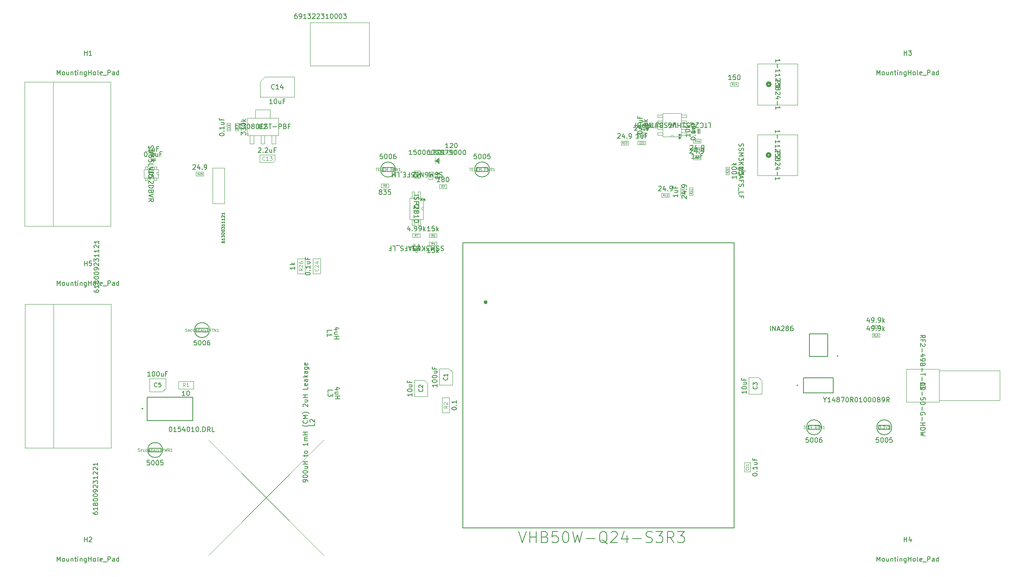
<source format=gbr>
%TF.GenerationSoftware,KiCad,Pcbnew,9.0.3*%
%TF.CreationDate,2025-09-16T13:25:35-04:00*%
%TF.ProjectId,CAEN_NEVIS_DAQ_3p3V,4341454e-5f4e-4455-9649-535f4441515f,rev?*%
%TF.SameCoordinates,Original*%
%TF.FileFunction,AssemblyDrawing,Top*%
%FSLAX46Y46*%
G04 Gerber Fmt 4.6, Leading zero omitted, Abs format (unit mm)*
G04 Created by KiCad (PCBNEW 9.0.3) date 2025-09-16 13:25:35*
%MOMM*%
%LPD*%
G01*
G04 APERTURE LIST*
%ADD10C,0.150000*%
%ADD11C,0.130000*%
%ADD12C,0.040000*%
%ADD13C,0.060000*%
%ADD14C,0.080000*%
%ADD15C,0.090000*%
%ADD16C,0.120000*%
%ADD17C,0.025400*%
%ADD18C,0.100000*%
%ADD19C,0.127000*%
%ADD20C,0.200000*%
%ADD21C,0.508000*%
%ADD22C,0.400000*%
G04 APERTURE END LIST*
D10*
X124162618Y-50689819D02*
X123591190Y-50689819D01*
X123876904Y-50689819D02*
X123876904Y-49689819D01*
X123876904Y-49689819D02*
X123781666Y-49832676D01*
X123781666Y-49832676D02*
X123686428Y-49927914D01*
X123686428Y-49927914D02*
X123591190Y-49975533D01*
X125067380Y-49689819D02*
X124591190Y-49689819D01*
X124591190Y-49689819D02*
X124543571Y-50166009D01*
X124543571Y-50166009D02*
X124591190Y-50118390D01*
X124591190Y-50118390D02*
X124686428Y-50070771D01*
X124686428Y-50070771D02*
X124924523Y-50070771D01*
X124924523Y-50070771D02*
X125019761Y-50118390D01*
X125019761Y-50118390D02*
X125067380Y-50166009D01*
X125067380Y-50166009D02*
X125114999Y-50261247D01*
X125114999Y-50261247D02*
X125114999Y-50499342D01*
X125114999Y-50499342D02*
X125067380Y-50594580D01*
X125067380Y-50594580D02*
X125019761Y-50642200D01*
X125019761Y-50642200D02*
X124924523Y-50689819D01*
X124924523Y-50689819D02*
X124686428Y-50689819D01*
X124686428Y-50689819D02*
X124591190Y-50642200D01*
X124591190Y-50642200D02*
X124543571Y-50594580D01*
X125734047Y-49689819D02*
X125829285Y-49689819D01*
X125829285Y-49689819D02*
X125924523Y-49737438D01*
X125924523Y-49737438D02*
X125972142Y-49785057D01*
X125972142Y-49785057D02*
X126019761Y-49880295D01*
X126019761Y-49880295D02*
X126067380Y-50070771D01*
X126067380Y-50070771D02*
X126067380Y-50308866D01*
X126067380Y-50308866D02*
X126019761Y-50499342D01*
X126019761Y-50499342D02*
X125972142Y-50594580D01*
X125972142Y-50594580D02*
X125924523Y-50642200D01*
X125924523Y-50642200D02*
X125829285Y-50689819D01*
X125829285Y-50689819D02*
X125734047Y-50689819D01*
X125734047Y-50689819D02*
X125638809Y-50642200D01*
X125638809Y-50642200D02*
X125591190Y-50594580D01*
X125591190Y-50594580D02*
X125543571Y-50499342D01*
X125543571Y-50499342D02*
X125495952Y-50308866D01*
X125495952Y-50308866D02*
X125495952Y-50070771D01*
X125495952Y-50070771D02*
X125543571Y-49880295D01*
X125543571Y-49880295D02*
X125591190Y-49785057D01*
X125591190Y-49785057D02*
X125638809Y-49737438D01*
X125638809Y-49737438D02*
X125734047Y-49689819D01*
X126686428Y-49689819D02*
X126781666Y-49689819D01*
X126781666Y-49689819D02*
X126876904Y-49737438D01*
X126876904Y-49737438D02*
X126924523Y-49785057D01*
X126924523Y-49785057D02*
X126972142Y-49880295D01*
X126972142Y-49880295D02*
X127019761Y-50070771D01*
X127019761Y-50070771D02*
X127019761Y-50308866D01*
X127019761Y-50308866D02*
X126972142Y-50499342D01*
X126972142Y-50499342D02*
X126924523Y-50594580D01*
X126924523Y-50594580D02*
X126876904Y-50642200D01*
X126876904Y-50642200D02*
X126781666Y-50689819D01*
X126781666Y-50689819D02*
X126686428Y-50689819D01*
X126686428Y-50689819D02*
X126591190Y-50642200D01*
X126591190Y-50642200D02*
X126543571Y-50594580D01*
X126543571Y-50594580D02*
X126495952Y-50499342D01*
X126495952Y-50499342D02*
X126448333Y-50308866D01*
X126448333Y-50308866D02*
X126448333Y-50070771D01*
X126448333Y-50070771D02*
X126495952Y-49880295D01*
X126495952Y-49880295D02*
X126543571Y-49785057D01*
X126543571Y-49785057D02*
X126591190Y-49737438D01*
X126591190Y-49737438D02*
X126686428Y-49689819D01*
X127876904Y-49689819D02*
X127686428Y-49689819D01*
X127686428Y-49689819D02*
X127591190Y-49737438D01*
X127591190Y-49737438D02*
X127543571Y-49785057D01*
X127543571Y-49785057D02*
X127448333Y-49927914D01*
X127448333Y-49927914D02*
X127400714Y-50118390D01*
X127400714Y-50118390D02*
X127400714Y-50499342D01*
X127400714Y-50499342D02*
X127448333Y-50594580D01*
X127448333Y-50594580D02*
X127495952Y-50642200D01*
X127495952Y-50642200D02*
X127591190Y-50689819D01*
X127591190Y-50689819D02*
X127781666Y-50689819D01*
X127781666Y-50689819D02*
X127876904Y-50642200D01*
X127876904Y-50642200D02*
X127924523Y-50594580D01*
X127924523Y-50594580D02*
X127972142Y-50499342D01*
X127972142Y-50499342D02*
X127972142Y-50261247D01*
X127972142Y-50261247D02*
X127924523Y-50166009D01*
X127924523Y-50166009D02*
X127876904Y-50118390D01*
X127876904Y-50118390D02*
X127781666Y-50070771D01*
X127781666Y-50070771D02*
X127591190Y-50070771D01*
X127591190Y-50070771D02*
X127495952Y-50118390D01*
X127495952Y-50118390D02*
X127448333Y-50166009D01*
X127448333Y-50166009D02*
X127400714Y-50261247D01*
X128591190Y-49689819D02*
X128686428Y-49689819D01*
X128686428Y-49689819D02*
X128781666Y-49737438D01*
X128781666Y-49737438D02*
X128829285Y-49785057D01*
X128829285Y-49785057D02*
X128876904Y-49880295D01*
X128876904Y-49880295D02*
X128924523Y-50070771D01*
X128924523Y-50070771D02*
X128924523Y-50308866D01*
X128924523Y-50308866D02*
X128876904Y-50499342D01*
X128876904Y-50499342D02*
X128829285Y-50594580D01*
X128829285Y-50594580D02*
X128781666Y-50642200D01*
X128781666Y-50642200D02*
X128686428Y-50689819D01*
X128686428Y-50689819D02*
X128591190Y-50689819D01*
X128591190Y-50689819D02*
X128495952Y-50642200D01*
X128495952Y-50642200D02*
X128448333Y-50594580D01*
X128448333Y-50594580D02*
X128400714Y-50499342D01*
X128400714Y-50499342D02*
X128353095Y-50308866D01*
X128353095Y-50308866D02*
X128353095Y-50070771D01*
X128353095Y-50070771D02*
X128400714Y-49880295D01*
X128400714Y-49880295D02*
X128448333Y-49785057D01*
X128448333Y-49785057D02*
X128495952Y-49737438D01*
X128495952Y-49737438D02*
X128591190Y-49689819D01*
X129876904Y-49737438D02*
X129781666Y-49689819D01*
X129781666Y-49689819D02*
X129638809Y-49689819D01*
X129638809Y-49689819D02*
X129495952Y-49737438D01*
X129495952Y-49737438D02*
X129400714Y-49832676D01*
X129400714Y-49832676D02*
X129353095Y-49927914D01*
X129353095Y-49927914D02*
X129305476Y-50118390D01*
X129305476Y-50118390D02*
X129305476Y-50261247D01*
X129305476Y-50261247D02*
X129353095Y-50451723D01*
X129353095Y-50451723D02*
X129400714Y-50546961D01*
X129400714Y-50546961D02*
X129495952Y-50642200D01*
X129495952Y-50642200D02*
X129638809Y-50689819D01*
X129638809Y-50689819D02*
X129734047Y-50689819D01*
X129734047Y-50689819D02*
X129876904Y-50642200D01*
X129876904Y-50642200D02*
X129924523Y-50594580D01*
X129924523Y-50594580D02*
X129924523Y-50261247D01*
X129924523Y-50261247D02*
X129734047Y-50261247D01*
X130305476Y-50642200D02*
X130448333Y-50689819D01*
X130448333Y-50689819D02*
X130686428Y-50689819D01*
X130686428Y-50689819D02*
X130781666Y-50642200D01*
X130781666Y-50642200D02*
X130829285Y-50594580D01*
X130829285Y-50594580D02*
X130876904Y-50499342D01*
X130876904Y-50499342D02*
X130876904Y-50404104D01*
X130876904Y-50404104D02*
X130829285Y-50308866D01*
X130829285Y-50308866D02*
X130781666Y-50261247D01*
X130781666Y-50261247D02*
X130686428Y-50213628D01*
X130686428Y-50213628D02*
X130495952Y-50166009D01*
X130495952Y-50166009D02*
X130400714Y-50118390D01*
X130400714Y-50118390D02*
X130353095Y-50070771D01*
X130353095Y-50070771D02*
X130305476Y-49975533D01*
X130305476Y-49975533D02*
X130305476Y-49880295D01*
X130305476Y-49880295D02*
X130353095Y-49785057D01*
X130353095Y-49785057D02*
X130400714Y-49737438D01*
X130400714Y-49737438D02*
X130495952Y-49689819D01*
X130495952Y-49689819D02*
X130734047Y-49689819D01*
X130734047Y-49689819D02*
X130876904Y-49737438D01*
X131210238Y-49689819D02*
X131876904Y-49689819D01*
X131876904Y-49689819D02*
X131448333Y-50689819D01*
X132734047Y-49689819D02*
X132257857Y-49689819D01*
X132257857Y-49689819D02*
X132210238Y-50166009D01*
X132210238Y-50166009D02*
X132257857Y-50118390D01*
X132257857Y-50118390D02*
X132353095Y-50070771D01*
X132353095Y-50070771D02*
X132591190Y-50070771D01*
X132591190Y-50070771D02*
X132686428Y-50118390D01*
X132686428Y-50118390D02*
X132734047Y-50166009D01*
X132734047Y-50166009D02*
X132781666Y-50261247D01*
X132781666Y-50261247D02*
X132781666Y-50499342D01*
X132781666Y-50499342D02*
X132734047Y-50594580D01*
X132734047Y-50594580D02*
X132686428Y-50642200D01*
X132686428Y-50642200D02*
X132591190Y-50689819D01*
X132591190Y-50689819D02*
X132353095Y-50689819D01*
X132353095Y-50689819D02*
X132257857Y-50642200D01*
X132257857Y-50642200D02*
X132210238Y-50594580D01*
X133400714Y-49689819D02*
X133495952Y-49689819D01*
X133495952Y-49689819D02*
X133591190Y-49737438D01*
X133591190Y-49737438D02*
X133638809Y-49785057D01*
X133638809Y-49785057D02*
X133686428Y-49880295D01*
X133686428Y-49880295D02*
X133734047Y-50070771D01*
X133734047Y-50070771D02*
X133734047Y-50308866D01*
X133734047Y-50308866D02*
X133686428Y-50499342D01*
X133686428Y-50499342D02*
X133638809Y-50594580D01*
X133638809Y-50594580D02*
X133591190Y-50642200D01*
X133591190Y-50642200D02*
X133495952Y-50689819D01*
X133495952Y-50689819D02*
X133400714Y-50689819D01*
X133400714Y-50689819D02*
X133305476Y-50642200D01*
X133305476Y-50642200D02*
X133257857Y-50594580D01*
X133257857Y-50594580D02*
X133210238Y-50499342D01*
X133210238Y-50499342D02*
X133162619Y-50308866D01*
X133162619Y-50308866D02*
X133162619Y-50070771D01*
X133162619Y-50070771D02*
X133210238Y-49880295D01*
X133210238Y-49880295D02*
X133257857Y-49785057D01*
X133257857Y-49785057D02*
X133305476Y-49737438D01*
X133305476Y-49737438D02*
X133400714Y-49689819D01*
X134353095Y-49689819D02*
X134448333Y-49689819D01*
X134448333Y-49689819D02*
X134543571Y-49737438D01*
X134543571Y-49737438D02*
X134591190Y-49785057D01*
X134591190Y-49785057D02*
X134638809Y-49880295D01*
X134638809Y-49880295D02*
X134686428Y-50070771D01*
X134686428Y-50070771D02*
X134686428Y-50308866D01*
X134686428Y-50308866D02*
X134638809Y-50499342D01*
X134638809Y-50499342D02*
X134591190Y-50594580D01*
X134591190Y-50594580D02*
X134543571Y-50642200D01*
X134543571Y-50642200D02*
X134448333Y-50689819D01*
X134448333Y-50689819D02*
X134353095Y-50689819D01*
X134353095Y-50689819D02*
X134257857Y-50642200D01*
X134257857Y-50642200D02*
X134210238Y-50594580D01*
X134210238Y-50594580D02*
X134162619Y-50499342D01*
X134162619Y-50499342D02*
X134115000Y-50308866D01*
X134115000Y-50308866D02*
X134115000Y-50070771D01*
X134115000Y-50070771D02*
X134162619Y-49880295D01*
X134162619Y-49880295D02*
X134210238Y-49785057D01*
X134210238Y-49785057D02*
X134257857Y-49737438D01*
X134257857Y-49737438D02*
X134353095Y-49689819D01*
X135305476Y-49689819D02*
X135400714Y-49689819D01*
X135400714Y-49689819D02*
X135495952Y-49737438D01*
X135495952Y-49737438D02*
X135543571Y-49785057D01*
X135543571Y-49785057D02*
X135591190Y-49880295D01*
X135591190Y-49880295D02*
X135638809Y-50070771D01*
X135638809Y-50070771D02*
X135638809Y-50308866D01*
X135638809Y-50308866D02*
X135591190Y-50499342D01*
X135591190Y-50499342D02*
X135543571Y-50594580D01*
X135543571Y-50594580D02*
X135495952Y-50642200D01*
X135495952Y-50642200D02*
X135400714Y-50689819D01*
X135400714Y-50689819D02*
X135305476Y-50689819D01*
X135305476Y-50689819D02*
X135210238Y-50642200D01*
X135210238Y-50642200D02*
X135162619Y-50594580D01*
X135162619Y-50594580D02*
X135115000Y-50499342D01*
X135115000Y-50499342D02*
X135067381Y-50308866D01*
X135067381Y-50308866D02*
X135067381Y-50070771D01*
X135067381Y-50070771D02*
X135115000Y-49880295D01*
X135115000Y-49880295D02*
X135162619Y-49785057D01*
X135162619Y-49785057D02*
X135210238Y-49737438D01*
X135210238Y-49737438D02*
X135305476Y-49689819D01*
X128495952Y-50689819D02*
X128019762Y-50689819D01*
X128019762Y-50689819D02*
X128019762Y-49689819D01*
X128829286Y-50166009D02*
X129162619Y-50166009D01*
X129305476Y-50689819D02*
X128829286Y-50689819D01*
X128829286Y-50689819D02*
X128829286Y-49689819D01*
X128829286Y-49689819D02*
X129305476Y-49689819D01*
X129734048Y-50689819D02*
X129734048Y-49689819D01*
X129734048Y-49689819D02*
X129972143Y-49689819D01*
X129972143Y-49689819D02*
X130115000Y-49737438D01*
X130115000Y-49737438D02*
X130210238Y-49832676D01*
X130210238Y-49832676D02*
X130257857Y-49927914D01*
X130257857Y-49927914D02*
X130305476Y-50118390D01*
X130305476Y-50118390D02*
X130305476Y-50261247D01*
X130305476Y-50261247D02*
X130257857Y-50451723D01*
X130257857Y-50451723D02*
X130210238Y-50546961D01*
X130210238Y-50546961D02*
X130115000Y-50642200D01*
X130115000Y-50642200D02*
X129972143Y-50689819D01*
X129972143Y-50689819D02*
X129734048Y-50689819D01*
X131257857Y-50689819D02*
X130686429Y-50689819D01*
X130972143Y-50689819D02*
X130972143Y-49689819D01*
X130972143Y-49689819D02*
X130876905Y-49832676D01*
X130876905Y-49832676D02*
X130781667Y-49927914D01*
X130781667Y-49927914D02*
X130686429Y-49975533D01*
X129504819Y-99772619D02*
X129504819Y-100344047D01*
X129504819Y-100058333D02*
X128504819Y-100058333D01*
X128504819Y-100058333D02*
X128647676Y-100153571D01*
X128647676Y-100153571D02*
X128742914Y-100248809D01*
X128742914Y-100248809D02*
X128790533Y-100344047D01*
X128504819Y-99153571D02*
X128504819Y-99058333D01*
X128504819Y-99058333D02*
X128552438Y-98963095D01*
X128552438Y-98963095D02*
X128600057Y-98915476D01*
X128600057Y-98915476D02*
X128695295Y-98867857D01*
X128695295Y-98867857D02*
X128885771Y-98820238D01*
X128885771Y-98820238D02*
X129123866Y-98820238D01*
X129123866Y-98820238D02*
X129314342Y-98867857D01*
X129314342Y-98867857D02*
X129409580Y-98915476D01*
X129409580Y-98915476D02*
X129457200Y-98963095D01*
X129457200Y-98963095D02*
X129504819Y-99058333D01*
X129504819Y-99058333D02*
X129504819Y-99153571D01*
X129504819Y-99153571D02*
X129457200Y-99248809D01*
X129457200Y-99248809D02*
X129409580Y-99296428D01*
X129409580Y-99296428D02*
X129314342Y-99344047D01*
X129314342Y-99344047D02*
X129123866Y-99391666D01*
X129123866Y-99391666D02*
X128885771Y-99391666D01*
X128885771Y-99391666D02*
X128695295Y-99344047D01*
X128695295Y-99344047D02*
X128600057Y-99296428D01*
X128600057Y-99296428D02*
X128552438Y-99248809D01*
X128552438Y-99248809D02*
X128504819Y-99153571D01*
X128504819Y-98201190D02*
X128504819Y-98105952D01*
X128504819Y-98105952D02*
X128552438Y-98010714D01*
X128552438Y-98010714D02*
X128600057Y-97963095D01*
X128600057Y-97963095D02*
X128695295Y-97915476D01*
X128695295Y-97915476D02*
X128885771Y-97867857D01*
X128885771Y-97867857D02*
X129123866Y-97867857D01*
X129123866Y-97867857D02*
X129314342Y-97915476D01*
X129314342Y-97915476D02*
X129409580Y-97963095D01*
X129409580Y-97963095D02*
X129457200Y-98010714D01*
X129457200Y-98010714D02*
X129504819Y-98105952D01*
X129504819Y-98105952D02*
X129504819Y-98201190D01*
X129504819Y-98201190D02*
X129457200Y-98296428D01*
X129457200Y-98296428D02*
X129409580Y-98344047D01*
X129409580Y-98344047D02*
X129314342Y-98391666D01*
X129314342Y-98391666D02*
X129123866Y-98439285D01*
X129123866Y-98439285D02*
X128885771Y-98439285D01*
X128885771Y-98439285D02*
X128695295Y-98391666D01*
X128695295Y-98391666D02*
X128600057Y-98344047D01*
X128600057Y-98344047D02*
X128552438Y-98296428D01*
X128552438Y-98296428D02*
X128504819Y-98201190D01*
X128838152Y-97010714D02*
X129504819Y-97010714D01*
X128838152Y-97439285D02*
X129361961Y-97439285D01*
X129361961Y-97439285D02*
X129457200Y-97391666D01*
X129457200Y-97391666D02*
X129504819Y-97296428D01*
X129504819Y-97296428D02*
X129504819Y-97153571D01*
X129504819Y-97153571D02*
X129457200Y-97058333D01*
X129457200Y-97058333D02*
X129409580Y-97010714D01*
X128981009Y-96201190D02*
X128981009Y-96534523D01*
X129504819Y-96534523D02*
X128504819Y-96534523D01*
X128504819Y-96534523D02*
X128504819Y-96058333D01*
D11*
X131716536Y-98371666D02*
X131758441Y-98413570D01*
X131758441Y-98413570D02*
X131800345Y-98539285D01*
X131800345Y-98539285D02*
X131800345Y-98623094D01*
X131800345Y-98623094D02*
X131758441Y-98748808D01*
X131758441Y-98748808D02*
X131674631Y-98832618D01*
X131674631Y-98832618D02*
X131590821Y-98874523D01*
X131590821Y-98874523D02*
X131423202Y-98916427D01*
X131423202Y-98916427D02*
X131297488Y-98916427D01*
X131297488Y-98916427D02*
X131129869Y-98874523D01*
X131129869Y-98874523D02*
X131046060Y-98832618D01*
X131046060Y-98832618D02*
X130962250Y-98748808D01*
X130962250Y-98748808D02*
X130920345Y-98623094D01*
X130920345Y-98623094D02*
X130920345Y-98539285D01*
X130920345Y-98539285D02*
X130962250Y-98413570D01*
X130962250Y-98413570D02*
X131004155Y-98371666D01*
X131800345Y-97533570D02*
X131800345Y-98036427D01*
X131800345Y-97784999D02*
X130920345Y-97784999D01*
X130920345Y-97784999D02*
X131046060Y-97868808D01*
X131046060Y-97868808D02*
X131129869Y-97952618D01*
X131129869Y-97952618D02*
X131171774Y-98036427D01*
D10*
X67277143Y-50094819D02*
X67372381Y-50094819D01*
X67372381Y-50094819D02*
X67467619Y-50142438D01*
X67467619Y-50142438D02*
X67515238Y-50190057D01*
X67515238Y-50190057D02*
X67562857Y-50285295D01*
X67562857Y-50285295D02*
X67610476Y-50475771D01*
X67610476Y-50475771D02*
X67610476Y-50713866D01*
X67610476Y-50713866D02*
X67562857Y-50904342D01*
X67562857Y-50904342D02*
X67515238Y-50999580D01*
X67515238Y-50999580D02*
X67467619Y-51047200D01*
X67467619Y-51047200D02*
X67372381Y-51094819D01*
X67372381Y-51094819D02*
X67277143Y-51094819D01*
X67277143Y-51094819D02*
X67181905Y-51047200D01*
X67181905Y-51047200D02*
X67134286Y-50999580D01*
X67134286Y-50999580D02*
X67086667Y-50904342D01*
X67086667Y-50904342D02*
X67039048Y-50713866D01*
X67039048Y-50713866D02*
X67039048Y-50475771D01*
X67039048Y-50475771D02*
X67086667Y-50285295D01*
X67086667Y-50285295D02*
X67134286Y-50190057D01*
X67134286Y-50190057D02*
X67181905Y-50142438D01*
X67181905Y-50142438D02*
X67277143Y-50094819D01*
X68039048Y-50999580D02*
X68086667Y-51047200D01*
X68086667Y-51047200D02*
X68039048Y-51094819D01*
X68039048Y-51094819D02*
X67991429Y-51047200D01*
X67991429Y-51047200D02*
X68039048Y-50999580D01*
X68039048Y-50999580D02*
X68039048Y-51094819D01*
X69039047Y-51094819D02*
X68467619Y-51094819D01*
X68753333Y-51094819D02*
X68753333Y-50094819D01*
X68753333Y-50094819D02*
X68658095Y-50237676D01*
X68658095Y-50237676D02*
X68562857Y-50332914D01*
X68562857Y-50332914D02*
X68467619Y-50380533D01*
X69896190Y-50428152D02*
X69896190Y-51094819D01*
X69467619Y-50428152D02*
X69467619Y-50951961D01*
X69467619Y-50951961D02*
X69515238Y-51047200D01*
X69515238Y-51047200D02*
X69610476Y-51094819D01*
X69610476Y-51094819D02*
X69753333Y-51094819D01*
X69753333Y-51094819D02*
X69848571Y-51047200D01*
X69848571Y-51047200D02*
X69896190Y-50999580D01*
X70705714Y-50571009D02*
X70372381Y-50571009D01*
X70372381Y-51094819D02*
X70372381Y-50094819D01*
X70372381Y-50094819D02*
X70848571Y-50094819D01*
D12*
X68759285Y-51889765D02*
X68747381Y-51901670D01*
X68747381Y-51901670D02*
X68711666Y-51913574D01*
X68711666Y-51913574D02*
X68687857Y-51913574D01*
X68687857Y-51913574D02*
X68652143Y-51901670D01*
X68652143Y-51901670D02*
X68628333Y-51877860D01*
X68628333Y-51877860D02*
X68616428Y-51854050D01*
X68616428Y-51854050D02*
X68604524Y-51806431D01*
X68604524Y-51806431D02*
X68604524Y-51770717D01*
X68604524Y-51770717D02*
X68616428Y-51723098D01*
X68616428Y-51723098D02*
X68628333Y-51699289D01*
X68628333Y-51699289D02*
X68652143Y-51675479D01*
X68652143Y-51675479D02*
X68687857Y-51663574D01*
X68687857Y-51663574D02*
X68711666Y-51663574D01*
X68711666Y-51663574D02*
X68747381Y-51675479D01*
X68747381Y-51675479D02*
X68759285Y-51687384D01*
X68854524Y-51687384D02*
X68866428Y-51675479D01*
X68866428Y-51675479D02*
X68890238Y-51663574D01*
X68890238Y-51663574D02*
X68949762Y-51663574D01*
X68949762Y-51663574D02*
X68973571Y-51675479D01*
X68973571Y-51675479D02*
X68985476Y-51687384D01*
X68985476Y-51687384D02*
X68997381Y-51711193D01*
X68997381Y-51711193D02*
X68997381Y-51735003D01*
X68997381Y-51735003D02*
X68985476Y-51770717D01*
X68985476Y-51770717D02*
X68842619Y-51913574D01*
X68842619Y-51913574D02*
X68997381Y-51913574D01*
X69080714Y-51663574D02*
X69235476Y-51663574D01*
X69235476Y-51663574D02*
X69152142Y-51758812D01*
X69152142Y-51758812D02*
X69187857Y-51758812D01*
X69187857Y-51758812D02*
X69211666Y-51770717D01*
X69211666Y-51770717D02*
X69223571Y-51782622D01*
X69223571Y-51782622D02*
X69235476Y-51806431D01*
X69235476Y-51806431D02*
X69235476Y-51865955D01*
X69235476Y-51865955D02*
X69223571Y-51889765D01*
X69223571Y-51889765D02*
X69211666Y-51901670D01*
X69211666Y-51901670D02*
X69187857Y-51913574D01*
X69187857Y-51913574D02*
X69116428Y-51913574D01*
X69116428Y-51913574D02*
X69092619Y-51901670D01*
X69092619Y-51901670D02*
X69080714Y-51889765D01*
D10*
X180934819Y-59185238D02*
X180934819Y-59756666D01*
X180934819Y-59470952D02*
X179934819Y-59470952D01*
X179934819Y-59470952D02*
X180077676Y-59566190D01*
X180077676Y-59566190D02*
X180172914Y-59661428D01*
X180172914Y-59661428D02*
X180220533Y-59756666D01*
X180268152Y-58328095D02*
X180934819Y-58328095D01*
X180268152Y-58756666D02*
X180791961Y-58756666D01*
X180791961Y-58756666D02*
X180887200Y-58709047D01*
X180887200Y-58709047D02*
X180934819Y-58613809D01*
X180934819Y-58613809D02*
X180934819Y-58470952D01*
X180934819Y-58470952D02*
X180887200Y-58375714D01*
X180887200Y-58375714D02*
X180839580Y-58328095D01*
X180411009Y-57518571D02*
X180411009Y-57851904D01*
X180934819Y-57851904D02*
X179934819Y-57851904D01*
X179934819Y-57851904D02*
X179934819Y-57375714D01*
D13*
X182053832Y-58847142D02*
X182072880Y-58866190D01*
X182072880Y-58866190D02*
X182091927Y-58923332D01*
X182091927Y-58923332D02*
X182091927Y-58961428D01*
X182091927Y-58961428D02*
X182072880Y-59018571D01*
X182072880Y-59018571D02*
X182034784Y-59056666D01*
X182034784Y-59056666D02*
X181996689Y-59075713D01*
X181996689Y-59075713D02*
X181920499Y-59094761D01*
X181920499Y-59094761D02*
X181863356Y-59094761D01*
X181863356Y-59094761D02*
X181787165Y-59075713D01*
X181787165Y-59075713D02*
X181749070Y-59056666D01*
X181749070Y-59056666D02*
X181710975Y-59018571D01*
X181710975Y-59018571D02*
X181691927Y-58961428D01*
X181691927Y-58961428D02*
X181691927Y-58923332D01*
X181691927Y-58923332D02*
X181710975Y-58866190D01*
X181710975Y-58866190D02*
X181730022Y-58847142D01*
X182091927Y-58466190D02*
X182091927Y-58694761D01*
X182091927Y-58580475D02*
X181691927Y-58580475D01*
X181691927Y-58580475D02*
X181749070Y-58618571D01*
X181749070Y-58618571D02*
X181787165Y-58656666D01*
X181787165Y-58656666D02*
X181806213Y-58694761D01*
X181691927Y-58104285D02*
X181691927Y-58294761D01*
X181691927Y-58294761D02*
X181882403Y-58313809D01*
X181882403Y-58313809D02*
X181863356Y-58294761D01*
X181863356Y-58294761D02*
X181844308Y-58256666D01*
X181844308Y-58256666D02*
X181844308Y-58161428D01*
X181844308Y-58161428D02*
X181863356Y-58123333D01*
X181863356Y-58123333D02*
X181882403Y-58104285D01*
X181882403Y-58104285D02*
X181920499Y-58085238D01*
X181920499Y-58085238D02*
X182015737Y-58085238D01*
X182015737Y-58085238D02*
X182053832Y-58104285D01*
X182053832Y-58104285D02*
X182072880Y-58123333D01*
X182072880Y-58123333D02*
X182091927Y-58161428D01*
X182091927Y-58161428D02*
X182091927Y-58256666D01*
X182091927Y-58256666D02*
X182072880Y-58294761D01*
X182072880Y-58294761D02*
X182053832Y-58313809D01*
D10*
X83069819Y-46431606D02*
X83069819Y-46336368D01*
X83069819Y-46336368D02*
X83117438Y-46241130D01*
X83117438Y-46241130D02*
X83165057Y-46193511D01*
X83165057Y-46193511D02*
X83260295Y-46145892D01*
X83260295Y-46145892D02*
X83450771Y-46098273D01*
X83450771Y-46098273D02*
X83688866Y-46098273D01*
X83688866Y-46098273D02*
X83879342Y-46145892D01*
X83879342Y-46145892D02*
X83974580Y-46193511D01*
X83974580Y-46193511D02*
X84022200Y-46241130D01*
X84022200Y-46241130D02*
X84069819Y-46336368D01*
X84069819Y-46336368D02*
X84069819Y-46431606D01*
X84069819Y-46431606D02*
X84022200Y-46526844D01*
X84022200Y-46526844D02*
X83974580Y-46574463D01*
X83974580Y-46574463D02*
X83879342Y-46622082D01*
X83879342Y-46622082D02*
X83688866Y-46669701D01*
X83688866Y-46669701D02*
X83450771Y-46669701D01*
X83450771Y-46669701D02*
X83260295Y-46622082D01*
X83260295Y-46622082D02*
X83165057Y-46574463D01*
X83165057Y-46574463D02*
X83117438Y-46526844D01*
X83117438Y-46526844D02*
X83069819Y-46431606D01*
X83974580Y-45669701D02*
X84022200Y-45622082D01*
X84022200Y-45622082D02*
X84069819Y-45669701D01*
X84069819Y-45669701D02*
X84022200Y-45717320D01*
X84022200Y-45717320D02*
X83974580Y-45669701D01*
X83974580Y-45669701D02*
X84069819Y-45669701D01*
X84069819Y-44669702D02*
X84069819Y-45241130D01*
X84069819Y-44955416D02*
X83069819Y-44955416D01*
X83069819Y-44955416D02*
X83212676Y-45050654D01*
X83212676Y-45050654D02*
X83307914Y-45145892D01*
X83307914Y-45145892D02*
X83355533Y-45241130D01*
X83403152Y-43812559D02*
X84069819Y-43812559D01*
X83403152Y-44241130D02*
X83926961Y-44241130D01*
X83926961Y-44241130D02*
X84022200Y-44193511D01*
X84022200Y-44193511D02*
X84069819Y-44098273D01*
X84069819Y-44098273D02*
X84069819Y-43955416D01*
X84069819Y-43955416D02*
X84022200Y-43860178D01*
X84022200Y-43860178D02*
X83974580Y-43812559D01*
X83546009Y-43003035D02*
X83546009Y-43336368D01*
X84069819Y-43336368D02*
X83069819Y-43336368D01*
X83069819Y-43336368D02*
X83069819Y-42860178D01*
D13*
X85188832Y-45045892D02*
X85207880Y-45064940D01*
X85207880Y-45064940D02*
X85226927Y-45122082D01*
X85226927Y-45122082D02*
X85226927Y-45160178D01*
X85226927Y-45160178D02*
X85207880Y-45217321D01*
X85207880Y-45217321D02*
X85169784Y-45255416D01*
X85169784Y-45255416D02*
X85131689Y-45274463D01*
X85131689Y-45274463D02*
X85055499Y-45293511D01*
X85055499Y-45293511D02*
X84998356Y-45293511D01*
X84998356Y-45293511D02*
X84922165Y-45274463D01*
X84922165Y-45274463D02*
X84884070Y-45255416D01*
X84884070Y-45255416D02*
X84845975Y-45217321D01*
X84845975Y-45217321D02*
X84826927Y-45160178D01*
X84826927Y-45160178D02*
X84826927Y-45122082D01*
X84826927Y-45122082D02*
X84845975Y-45064940D01*
X84845975Y-45064940D02*
X84865022Y-45045892D01*
X85226927Y-44664940D02*
X85226927Y-44893511D01*
X85226927Y-44779225D02*
X84826927Y-44779225D01*
X84826927Y-44779225D02*
X84884070Y-44817321D01*
X84884070Y-44817321D02*
X84922165Y-44855416D01*
X84922165Y-44855416D02*
X84941213Y-44893511D01*
X84826927Y-44322083D02*
X84826927Y-44398273D01*
X84826927Y-44398273D02*
X84845975Y-44436369D01*
X84845975Y-44436369D02*
X84865022Y-44455416D01*
X84865022Y-44455416D02*
X84922165Y-44493511D01*
X84922165Y-44493511D02*
X84998356Y-44512559D01*
X84998356Y-44512559D02*
X85150737Y-44512559D01*
X85150737Y-44512559D02*
X85188832Y-44493511D01*
X85188832Y-44493511D02*
X85207880Y-44474464D01*
X85207880Y-44474464D02*
X85226927Y-44436369D01*
X85226927Y-44436369D02*
X85226927Y-44360178D01*
X85226927Y-44360178D02*
X85207880Y-44322083D01*
X85207880Y-44322083D02*
X85188832Y-44303035D01*
X85188832Y-44303035D02*
X85150737Y-44283988D01*
X85150737Y-44283988D02*
X85055499Y-44283988D01*
X85055499Y-44283988D02*
X85017403Y-44303035D01*
X85017403Y-44303035D02*
X84998356Y-44322083D01*
X84998356Y-44322083D02*
X84979308Y-44360178D01*
X84979308Y-44360178D02*
X84979308Y-44436369D01*
X84979308Y-44436369D02*
X84998356Y-44474464D01*
X84998356Y-44474464D02*
X85017403Y-44493511D01*
X85017403Y-44493511D02*
X85055499Y-44512559D01*
D10*
X192343333Y-34674819D02*
X191771905Y-34674819D01*
X192057619Y-34674819D02*
X192057619Y-33674819D01*
X192057619Y-33674819D02*
X191962381Y-33817676D01*
X191962381Y-33817676D02*
X191867143Y-33912914D01*
X191867143Y-33912914D02*
X191771905Y-33960533D01*
X193248095Y-33674819D02*
X192771905Y-33674819D01*
X192771905Y-33674819D02*
X192724286Y-34151009D01*
X192724286Y-34151009D02*
X192771905Y-34103390D01*
X192771905Y-34103390D02*
X192867143Y-34055771D01*
X192867143Y-34055771D02*
X193105238Y-34055771D01*
X193105238Y-34055771D02*
X193200476Y-34103390D01*
X193200476Y-34103390D02*
X193248095Y-34151009D01*
X193248095Y-34151009D02*
X193295714Y-34246247D01*
X193295714Y-34246247D02*
X193295714Y-34484342D01*
X193295714Y-34484342D02*
X193248095Y-34579580D01*
X193248095Y-34579580D02*
X193200476Y-34627200D01*
X193200476Y-34627200D02*
X193105238Y-34674819D01*
X193105238Y-34674819D02*
X192867143Y-34674819D01*
X192867143Y-34674819D02*
X192771905Y-34627200D01*
X192771905Y-34627200D02*
X192724286Y-34579580D01*
X193914762Y-33674819D02*
X194010000Y-33674819D01*
X194010000Y-33674819D02*
X194105238Y-33722438D01*
X194105238Y-33722438D02*
X194152857Y-33770057D01*
X194152857Y-33770057D02*
X194200476Y-33865295D01*
X194200476Y-33865295D02*
X194248095Y-34055771D01*
X194248095Y-34055771D02*
X194248095Y-34293866D01*
X194248095Y-34293866D02*
X194200476Y-34484342D01*
X194200476Y-34484342D02*
X194152857Y-34579580D01*
X194152857Y-34579580D02*
X194105238Y-34627200D01*
X194105238Y-34627200D02*
X194010000Y-34674819D01*
X194010000Y-34674819D02*
X193914762Y-34674819D01*
X193914762Y-34674819D02*
X193819524Y-34627200D01*
X193819524Y-34627200D02*
X193771905Y-34579580D01*
X193771905Y-34579580D02*
X193724286Y-34484342D01*
X193724286Y-34484342D02*
X193676667Y-34293866D01*
X193676667Y-34293866D02*
X193676667Y-34055771D01*
X193676667Y-34055771D02*
X193724286Y-33865295D01*
X193724286Y-33865295D02*
X193771905Y-33770057D01*
X193771905Y-33770057D02*
X193819524Y-33722438D01*
X193819524Y-33722438D02*
X193914762Y-33674819D01*
D13*
X192752857Y-35831927D02*
X192619524Y-35641451D01*
X192524286Y-35831927D02*
X192524286Y-35431927D01*
X192524286Y-35431927D02*
X192676667Y-35431927D01*
X192676667Y-35431927D02*
X192714762Y-35450975D01*
X192714762Y-35450975D02*
X192733809Y-35470022D01*
X192733809Y-35470022D02*
X192752857Y-35508118D01*
X192752857Y-35508118D02*
X192752857Y-35565260D01*
X192752857Y-35565260D02*
X192733809Y-35603356D01*
X192733809Y-35603356D02*
X192714762Y-35622403D01*
X192714762Y-35622403D02*
X192676667Y-35641451D01*
X192676667Y-35641451D02*
X192524286Y-35641451D01*
X193133809Y-35831927D02*
X192905238Y-35831927D01*
X193019524Y-35831927D02*
X193019524Y-35431927D01*
X193019524Y-35431927D02*
X192981428Y-35489070D01*
X192981428Y-35489070D02*
X192943333Y-35527165D01*
X192943333Y-35527165D02*
X192905238Y-35546213D01*
X193476666Y-35565260D02*
X193476666Y-35831927D01*
X193381428Y-35412880D02*
X193286190Y-35698594D01*
X193286190Y-35698594D02*
X193533809Y-35698594D01*
D10*
X176813810Y-57525057D02*
X176861429Y-57477438D01*
X176861429Y-57477438D02*
X176956667Y-57429819D01*
X176956667Y-57429819D02*
X177194762Y-57429819D01*
X177194762Y-57429819D02*
X177290000Y-57477438D01*
X177290000Y-57477438D02*
X177337619Y-57525057D01*
X177337619Y-57525057D02*
X177385238Y-57620295D01*
X177385238Y-57620295D02*
X177385238Y-57715533D01*
X177385238Y-57715533D02*
X177337619Y-57858390D01*
X177337619Y-57858390D02*
X176766191Y-58429819D01*
X176766191Y-58429819D02*
X177385238Y-58429819D01*
X178242381Y-57763152D02*
X178242381Y-58429819D01*
X178004286Y-57382200D02*
X177766191Y-58096485D01*
X177766191Y-58096485D02*
X178385238Y-58096485D01*
X178766191Y-58334580D02*
X178813810Y-58382200D01*
X178813810Y-58382200D02*
X178766191Y-58429819D01*
X178766191Y-58429819D02*
X178718572Y-58382200D01*
X178718572Y-58382200D02*
X178766191Y-58334580D01*
X178766191Y-58334580D02*
X178766191Y-58429819D01*
X179290000Y-58429819D02*
X179480476Y-58429819D01*
X179480476Y-58429819D02*
X179575714Y-58382200D01*
X179575714Y-58382200D02*
X179623333Y-58334580D01*
X179623333Y-58334580D02*
X179718571Y-58191723D01*
X179718571Y-58191723D02*
X179766190Y-58001247D01*
X179766190Y-58001247D02*
X179766190Y-57620295D01*
X179766190Y-57620295D02*
X179718571Y-57525057D01*
X179718571Y-57525057D02*
X179670952Y-57477438D01*
X179670952Y-57477438D02*
X179575714Y-57429819D01*
X179575714Y-57429819D02*
X179385238Y-57429819D01*
X179385238Y-57429819D02*
X179290000Y-57477438D01*
X179290000Y-57477438D02*
X179242381Y-57525057D01*
X179242381Y-57525057D02*
X179194762Y-57620295D01*
X179194762Y-57620295D02*
X179194762Y-57858390D01*
X179194762Y-57858390D02*
X179242381Y-57953628D01*
X179242381Y-57953628D02*
X179290000Y-58001247D01*
X179290000Y-58001247D02*
X179385238Y-58048866D01*
X179385238Y-58048866D02*
X179575714Y-58048866D01*
X179575714Y-58048866D02*
X179670952Y-58001247D01*
X179670952Y-58001247D02*
X179718571Y-57953628D01*
X179718571Y-57953628D02*
X179766190Y-57858390D01*
D13*
X178032857Y-59586927D02*
X177899524Y-59396451D01*
X177804286Y-59586927D02*
X177804286Y-59186927D01*
X177804286Y-59186927D02*
X177956667Y-59186927D01*
X177956667Y-59186927D02*
X177994762Y-59205975D01*
X177994762Y-59205975D02*
X178013809Y-59225022D01*
X178013809Y-59225022D02*
X178032857Y-59263118D01*
X178032857Y-59263118D02*
X178032857Y-59320260D01*
X178032857Y-59320260D02*
X178013809Y-59358356D01*
X178013809Y-59358356D02*
X177994762Y-59377403D01*
X177994762Y-59377403D02*
X177956667Y-59396451D01*
X177956667Y-59396451D02*
X177804286Y-59396451D01*
X178413809Y-59586927D02*
X178185238Y-59586927D01*
X178299524Y-59586927D02*
X178299524Y-59186927D01*
X178299524Y-59186927D02*
X178261428Y-59244070D01*
X178261428Y-59244070D02*
X178223333Y-59282165D01*
X178223333Y-59282165D02*
X178185238Y-59301213D01*
X178566190Y-59225022D02*
X178585238Y-59205975D01*
X178585238Y-59205975D02*
X178623333Y-59186927D01*
X178623333Y-59186927D02*
X178718571Y-59186927D01*
X178718571Y-59186927D02*
X178756666Y-59205975D01*
X178756666Y-59205975D02*
X178775714Y-59225022D01*
X178775714Y-59225022D02*
X178794761Y-59263118D01*
X178794761Y-59263118D02*
X178794761Y-59301213D01*
X178794761Y-59301213D02*
X178775714Y-59358356D01*
X178775714Y-59358356D02*
X178547142Y-59586927D01*
X178547142Y-59586927D02*
X178794761Y-59586927D01*
D10*
X183674819Y-47302856D02*
X183674819Y-47207618D01*
X183674819Y-47207618D02*
X183722438Y-47112380D01*
X183722438Y-47112380D02*
X183770057Y-47064761D01*
X183770057Y-47064761D02*
X183865295Y-47017142D01*
X183865295Y-47017142D02*
X184055771Y-46969523D01*
X184055771Y-46969523D02*
X184293866Y-46969523D01*
X184293866Y-46969523D02*
X184484342Y-47017142D01*
X184484342Y-47017142D02*
X184579580Y-47064761D01*
X184579580Y-47064761D02*
X184627200Y-47112380D01*
X184627200Y-47112380D02*
X184674819Y-47207618D01*
X184674819Y-47207618D02*
X184674819Y-47302856D01*
X184674819Y-47302856D02*
X184627200Y-47398094D01*
X184627200Y-47398094D02*
X184579580Y-47445713D01*
X184579580Y-47445713D02*
X184484342Y-47493332D01*
X184484342Y-47493332D02*
X184293866Y-47540951D01*
X184293866Y-47540951D02*
X184055771Y-47540951D01*
X184055771Y-47540951D02*
X183865295Y-47493332D01*
X183865295Y-47493332D02*
X183770057Y-47445713D01*
X183770057Y-47445713D02*
X183722438Y-47398094D01*
X183722438Y-47398094D02*
X183674819Y-47302856D01*
X184579580Y-46540951D02*
X184627200Y-46493332D01*
X184627200Y-46493332D02*
X184674819Y-46540951D01*
X184674819Y-46540951D02*
X184627200Y-46588570D01*
X184627200Y-46588570D02*
X184579580Y-46540951D01*
X184579580Y-46540951D02*
X184674819Y-46540951D01*
X184674819Y-45540952D02*
X184674819Y-46112380D01*
X184674819Y-45826666D02*
X183674819Y-45826666D01*
X183674819Y-45826666D02*
X183817676Y-45921904D01*
X183817676Y-45921904D02*
X183912914Y-46017142D01*
X183912914Y-46017142D02*
X183960533Y-46112380D01*
X184008152Y-44683809D02*
X184674819Y-44683809D01*
X184008152Y-45112380D02*
X184531961Y-45112380D01*
X184531961Y-45112380D02*
X184627200Y-45064761D01*
X184627200Y-45064761D02*
X184674819Y-44969523D01*
X184674819Y-44969523D02*
X184674819Y-44826666D01*
X184674819Y-44826666D02*
X184627200Y-44731428D01*
X184627200Y-44731428D02*
X184579580Y-44683809D01*
X184151009Y-43874285D02*
X184151009Y-44207618D01*
X184674819Y-44207618D02*
X183674819Y-44207618D01*
X183674819Y-44207618D02*
X183674819Y-43731428D01*
D12*
X185469765Y-45820714D02*
X185481670Y-45832618D01*
X185481670Y-45832618D02*
X185493574Y-45868333D01*
X185493574Y-45868333D02*
X185493574Y-45892142D01*
X185493574Y-45892142D02*
X185481670Y-45927856D01*
X185481670Y-45927856D02*
X185457860Y-45951666D01*
X185457860Y-45951666D02*
X185434050Y-45963571D01*
X185434050Y-45963571D02*
X185386431Y-45975475D01*
X185386431Y-45975475D02*
X185350717Y-45975475D01*
X185350717Y-45975475D02*
X185303098Y-45963571D01*
X185303098Y-45963571D02*
X185279289Y-45951666D01*
X185279289Y-45951666D02*
X185255479Y-45927856D01*
X185255479Y-45927856D02*
X185243574Y-45892142D01*
X185243574Y-45892142D02*
X185243574Y-45868333D01*
X185243574Y-45868333D02*
X185255479Y-45832618D01*
X185255479Y-45832618D02*
X185267384Y-45820714D01*
X185493574Y-45582618D02*
X185493574Y-45725475D01*
X185493574Y-45654047D02*
X185243574Y-45654047D01*
X185243574Y-45654047D02*
X185279289Y-45677856D01*
X185279289Y-45677856D02*
X185303098Y-45701666D01*
X185303098Y-45701666D02*
X185315003Y-45725475D01*
X185350717Y-45439761D02*
X185338812Y-45463571D01*
X185338812Y-45463571D02*
X185326908Y-45475476D01*
X185326908Y-45475476D02*
X185303098Y-45487380D01*
X185303098Y-45487380D02*
X185291193Y-45487380D01*
X185291193Y-45487380D02*
X185267384Y-45475476D01*
X185267384Y-45475476D02*
X185255479Y-45463571D01*
X185255479Y-45463571D02*
X185243574Y-45439761D01*
X185243574Y-45439761D02*
X185243574Y-45392142D01*
X185243574Y-45392142D02*
X185255479Y-45368333D01*
X185255479Y-45368333D02*
X185267384Y-45356428D01*
X185267384Y-45356428D02*
X185291193Y-45344523D01*
X185291193Y-45344523D02*
X185303098Y-45344523D01*
X185303098Y-45344523D02*
X185326908Y-45356428D01*
X185326908Y-45356428D02*
X185338812Y-45368333D01*
X185338812Y-45368333D02*
X185350717Y-45392142D01*
X185350717Y-45392142D02*
X185350717Y-45439761D01*
X185350717Y-45439761D02*
X185362622Y-45463571D01*
X185362622Y-45463571D02*
X185374527Y-45475476D01*
X185374527Y-45475476D02*
X185398336Y-45487380D01*
X185398336Y-45487380D02*
X185445955Y-45487380D01*
X185445955Y-45487380D02*
X185469765Y-45475476D01*
X185469765Y-45475476D02*
X185481670Y-45463571D01*
X185481670Y-45463571D02*
X185493574Y-45439761D01*
X185493574Y-45439761D02*
X185493574Y-45392142D01*
X185493574Y-45392142D02*
X185481670Y-45368333D01*
X185481670Y-45368333D02*
X185469765Y-45356428D01*
X185469765Y-45356428D02*
X185445955Y-45344523D01*
X185445955Y-45344523D02*
X185398336Y-45344523D01*
X185398336Y-45344523D02*
X185374527Y-45356428D01*
X185374527Y-45356428D02*
X185362622Y-45368333D01*
X185362622Y-45368333D02*
X185350717Y-45392142D01*
D10*
X174514819Y-44975238D02*
X174514819Y-45546666D01*
X174514819Y-45260952D02*
X173514819Y-45260952D01*
X173514819Y-45260952D02*
X173657676Y-45356190D01*
X173657676Y-45356190D02*
X173752914Y-45451428D01*
X173752914Y-45451428D02*
X173800533Y-45546666D01*
X173514819Y-44356190D02*
X173514819Y-44260952D01*
X173514819Y-44260952D02*
X173562438Y-44165714D01*
X173562438Y-44165714D02*
X173610057Y-44118095D01*
X173610057Y-44118095D02*
X173705295Y-44070476D01*
X173705295Y-44070476D02*
X173895771Y-44022857D01*
X173895771Y-44022857D02*
X174133866Y-44022857D01*
X174133866Y-44022857D02*
X174324342Y-44070476D01*
X174324342Y-44070476D02*
X174419580Y-44118095D01*
X174419580Y-44118095D02*
X174467200Y-44165714D01*
X174467200Y-44165714D02*
X174514819Y-44260952D01*
X174514819Y-44260952D02*
X174514819Y-44356190D01*
X174514819Y-44356190D02*
X174467200Y-44451428D01*
X174467200Y-44451428D02*
X174419580Y-44499047D01*
X174419580Y-44499047D02*
X174324342Y-44546666D01*
X174324342Y-44546666D02*
X174133866Y-44594285D01*
X174133866Y-44594285D02*
X173895771Y-44594285D01*
X173895771Y-44594285D02*
X173705295Y-44546666D01*
X173705295Y-44546666D02*
X173610057Y-44499047D01*
X173610057Y-44499047D02*
X173562438Y-44451428D01*
X173562438Y-44451428D02*
X173514819Y-44356190D01*
X174514819Y-43594285D02*
X173514819Y-43594285D01*
X174133866Y-43499047D02*
X174514819Y-43213333D01*
X173848152Y-43213333D02*
X174229104Y-43594285D01*
D12*
X175348200Y-44547142D02*
X175224391Y-44633809D01*
X175348200Y-44695714D02*
X175088200Y-44695714D01*
X175088200Y-44695714D02*
X175088200Y-44596666D01*
X175088200Y-44596666D02*
X175100581Y-44571904D01*
X175100581Y-44571904D02*
X175112962Y-44559523D01*
X175112962Y-44559523D02*
X175137724Y-44547142D01*
X175137724Y-44547142D02*
X175174867Y-44547142D01*
X175174867Y-44547142D02*
X175199629Y-44559523D01*
X175199629Y-44559523D02*
X175212010Y-44571904D01*
X175212010Y-44571904D02*
X175224391Y-44596666D01*
X175224391Y-44596666D02*
X175224391Y-44695714D01*
X175112962Y-44448095D02*
X175100581Y-44435714D01*
X175100581Y-44435714D02*
X175088200Y-44410952D01*
X175088200Y-44410952D02*
X175088200Y-44349047D01*
X175088200Y-44349047D02*
X175100581Y-44324285D01*
X175100581Y-44324285D02*
X175112962Y-44311904D01*
X175112962Y-44311904D02*
X175137724Y-44299523D01*
X175137724Y-44299523D02*
X175162486Y-44299523D01*
X175162486Y-44299523D02*
X175199629Y-44311904D01*
X175199629Y-44311904D02*
X175348200Y-44460476D01*
X175348200Y-44460476D02*
X175348200Y-44299523D01*
X175348200Y-44051904D02*
X175348200Y-44200476D01*
X175348200Y-44126190D02*
X175088200Y-44126190D01*
X175088200Y-44126190D02*
X175125343Y-44150952D01*
X175125343Y-44150952D02*
X175150105Y-44175714D01*
X175150105Y-44175714D02*
X175162486Y-44200476D01*
D10*
X196884819Y-119142856D02*
X196884819Y-119047618D01*
X196884819Y-119047618D02*
X196932438Y-118952380D01*
X196932438Y-118952380D02*
X196980057Y-118904761D01*
X196980057Y-118904761D02*
X197075295Y-118857142D01*
X197075295Y-118857142D02*
X197265771Y-118809523D01*
X197265771Y-118809523D02*
X197503866Y-118809523D01*
X197503866Y-118809523D02*
X197694342Y-118857142D01*
X197694342Y-118857142D02*
X197789580Y-118904761D01*
X197789580Y-118904761D02*
X197837200Y-118952380D01*
X197837200Y-118952380D02*
X197884819Y-119047618D01*
X197884819Y-119047618D02*
X197884819Y-119142856D01*
X197884819Y-119142856D02*
X197837200Y-119238094D01*
X197837200Y-119238094D02*
X197789580Y-119285713D01*
X197789580Y-119285713D02*
X197694342Y-119333332D01*
X197694342Y-119333332D02*
X197503866Y-119380951D01*
X197503866Y-119380951D02*
X197265771Y-119380951D01*
X197265771Y-119380951D02*
X197075295Y-119333332D01*
X197075295Y-119333332D02*
X196980057Y-119285713D01*
X196980057Y-119285713D02*
X196932438Y-119238094D01*
X196932438Y-119238094D02*
X196884819Y-119142856D01*
X197789580Y-118380951D02*
X197837200Y-118333332D01*
X197837200Y-118333332D02*
X197884819Y-118380951D01*
X197884819Y-118380951D02*
X197837200Y-118428570D01*
X197837200Y-118428570D02*
X197789580Y-118380951D01*
X197789580Y-118380951D02*
X197884819Y-118380951D01*
X197884819Y-117380952D02*
X197884819Y-117952380D01*
X197884819Y-117666666D02*
X196884819Y-117666666D01*
X196884819Y-117666666D02*
X197027676Y-117761904D01*
X197027676Y-117761904D02*
X197122914Y-117857142D01*
X197122914Y-117857142D02*
X197170533Y-117952380D01*
X197218152Y-116523809D02*
X197884819Y-116523809D01*
X197218152Y-116952380D02*
X197741961Y-116952380D01*
X197741961Y-116952380D02*
X197837200Y-116904761D01*
X197837200Y-116904761D02*
X197884819Y-116809523D01*
X197884819Y-116809523D02*
X197884819Y-116666666D01*
X197884819Y-116666666D02*
X197837200Y-116571428D01*
X197837200Y-116571428D02*
X197789580Y-116523809D01*
X197361009Y-115714285D02*
X197361009Y-116047618D01*
X197884819Y-116047618D02*
X196884819Y-116047618D01*
X196884819Y-116047618D02*
X196884819Y-115571428D01*
D14*
X195929530Y-117821428D02*
X195953340Y-117845237D01*
X195953340Y-117845237D02*
X195977149Y-117916666D01*
X195977149Y-117916666D02*
X195977149Y-117964285D01*
X195977149Y-117964285D02*
X195953340Y-118035713D01*
X195953340Y-118035713D02*
X195905720Y-118083332D01*
X195905720Y-118083332D02*
X195858101Y-118107142D01*
X195858101Y-118107142D02*
X195762863Y-118130951D01*
X195762863Y-118130951D02*
X195691435Y-118130951D01*
X195691435Y-118130951D02*
X195596197Y-118107142D01*
X195596197Y-118107142D02*
X195548578Y-118083332D01*
X195548578Y-118083332D02*
X195500959Y-118035713D01*
X195500959Y-118035713D02*
X195477149Y-117964285D01*
X195477149Y-117964285D02*
X195477149Y-117916666D01*
X195477149Y-117916666D02*
X195500959Y-117845237D01*
X195500959Y-117845237D02*
X195524768Y-117821428D01*
X195977149Y-117345237D02*
X195977149Y-117630951D01*
X195977149Y-117488094D02*
X195477149Y-117488094D01*
X195477149Y-117488094D02*
X195548578Y-117535713D01*
X195548578Y-117535713D02*
X195596197Y-117583332D01*
X195596197Y-117583332D02*
X195620006Y-117630951D01*
X195977149Y-116869047D02*
X195977149Y-117154761D01*
X195977149Y-117011904D02*
X195477149Y-117011904D01*
X195477149Y-117011904D02*
X195548578Y-117059523D01*
X195548578Y-117059523D02*
X195596197Y-117107142D01*
X195596197Y-117107142D02*
X195620006Y-117154761D01*
D10*
X183583810Y-48790057D02*
X183631429Y-48742438D01*
X183631429Y-48742438D02*
X183726667Y-48694819D01*
X183726667Y-48694819D02*
X183964762Y-48694819D01*
X183964762Y-48694819D02*
X184060000Y-48742438D01*
X184060000Y-48742438D02*
X184107619Y-48790057D01*
X184107619Y-48790057D02*
X184155238Y-48885295D01*
X184155238Y-48885295D02*
X184155238Y-48980533D01*
X184155238Y-48980533D02*
X184107619Y-49123390D01*
X184107619Y-49123390D02*
X183536191Y-49694819D01*
X183536191Y-49694819D02*
X184155238Y-49694819D01*
X185012381Y-49028152D02*
X185012381Y-49694819D01*
X184774286Y-48647200D02*
X184536191Y-49361485D01*
X184536191Y-49361485D02*
X185155238Y-49361485D01*
X185536191Y-49599580D02*
X185583810Y-49647200D01*
X185583810Y-49647200D02*
X185536191Y-49694819D01*
X185536191Y-49694819D02*
X185488572Y-49647200D01*
X185488572Y-49647200D02*
X185536191Y-49599580D01*
X185536191Y-49599580D02*
X185536191Y-49694819D01*
X186060000Y-49694819D02*
X186250476Y-49694819D01*
X186250476Y-49694819D02*
X186345714Y-49647200D01*
X186345714Y-49647200D02*
X186393333Y-49599580D01*
X186393333Y-49599580D02*
X186488571Y-49456723D01*
X186488571Y-49456723D02*
X186536190Y-49266247D01*
X186536190Y-49266247D02*
X186536190Y-48885295D01*
X186536190Y-48885295D02*
X186488571Y-48790057D01*
X186488571Y-48790057D02*
X186440952Y-48742438D01*
X186440952Y-48742438D02*
X186345714Y-48694819D01*
X186345714Y-48694819D02*
X186155238Y-48694819D01*
X186155238Y-48694819D02*
X186060000Y-48742438D01*
X186060000Y-48742438D02*
X186012381Y-48790057D01*
X186012381Y-48790057D02*
X185964762Y-48885295D01*
X185964762Y-48885295D02*
X185964762Y-49123390D01*
X185964762Y-49123390D02*
X186012381Y-49218628D01*
X186012381Y-49218628D02*
X186060000Y-49266247D01*
X186060000Y-49266247D02*
X186155238Y-49313866D01*
X186155238Y-49313866D02*
X186345714Y-49313866D01*
X186345714Y-49313866D02*
X186440952Y-49266247D01*
X186440952Y-49266247D02*
X186488571Y-49218628D01*
X186488571Y-49218628D02*
X186536190Y-49123390D01*
D13*
X184802857Y-47991927D02*
X184669524Y-47801451D01*
X184574286Y-47991927D02*
X184574286Y-47591927D01*
X184574286Y-47591927D02*
X184726667Y-47591927D01*
X184726667Y-47591927D02*
X184764762Y-47610975D01*
X184764762Y-47610975D02*
X184783809Y-47630022D01*
X184783809Y-47630022D02*
X184802857Y-47668118D01*
X184802857Y-47668118D02*
X184802857Y-47725260D01*
X184802857Y-47725260D02*
X184783809Y-47763356D01*
X184783809Y-47763356D02*
X184764762Y-47782403D01*
X184764762Y-47782403D02*
X184726667Y-47801451D01*
X184726667Y-47801451D02*
X184574286Y-47801451D01*
X185183809Y-47991927D02*
X184955238Y-47991927D01*
X185069524Y-47991927D02*
X185069524Y-47591927D01*
X185069524Y-47591927D02*
X185031428Y-47649070D01*
X185031428Y-47649070D02*
X184993333Y-47687165D01*
X184993333Y-47687165D02*
X184955238Y-47706213D01*
X185526666Y-47591927D02*
X185450476Y-47591927D01*
X185450476Y-47591927D02*
X185412380Y-47610975D01*
X185412380Y-47610975D02*
X185393333Y-47630022D01*
X185393333Y-47630022D02*
X185355238Y-47687165D01*
X185355238Y-47687165D02*
X185336190Y-47763356D01*
X185336190Y-47763356D02*
X185336190Y-47915737D01*
X185336190Y-47915737D02*
X185355238Y-47953832D01*
X185355238Y-47953832D02*
X185374285Y-47972880D01*
X185374285Y-47972880D02*
X185412380Y-47991927D01*
X185412380Y-47991927D02*
X185488571Y-47991927D01*
X185488571Y-47991927D02*
X185526666Y-47972880D01*
X185526666Y-47972880D02*
X185545714Y-47953832D01*
X185545714Y-47953832D02*
X185564761Y-47915737D01*
X185564761Y-47915737D02*
X185564761Y-47820499D01*
X185564761Y-47820499D02*
X185545714Y-47782403D01*
X185545714Y-47782403D02*
X185526666Y-47763356D01*
X185526666Y-47763356D02*
X185488571Y-47744308D01*
X185488571Y-47744308D02*
X185412380Y-47744308D01*
X185412380Y-47744308D02*
X185374285Y-47763356D01*
X185374285Y-47763356D02*
X185355238Y-47782403D01*
X185355238Y-47782403D02*
X185336190Y-47820499D01*
D10*
X193434819Y-55231428D02*
X193434819Y-55802856D01*
X193434819Y-55517142D02*
X192434819Y-55517142D01*
X192434819Y-55517142D02*
X192577676Y-55612380D01*
X192577676Y-55612380D02*
X192672914Y-55707618D01*
X192672914Y-55707618D02*
X192720533Y-55802856D01*
X192434819Y-54612380D02*
X192434819Y-54517142D01*
X192434819Y-54517142D02*
X192482438Y-54421904D01*
X192482438Y-54421904D02*
X192530057Y-54374285D01*
X192530057Y-54374285D02*
X192625295Y-54326666D01*
X192625295Y-54326666D02*
X192815771Y-54279047D01*
X192815771Y-54279047D02*
X193053866Y-54279047D01*
X193053866Y-54279047D02*
X193244342Y-54326666D01*
X193244342Y-54326666D02*
X193339580Y-54374285D01*
X193339580Y-54374285D02*
X193387200Y-54421904D01*
X193387200Y-54421904D02*
X193434819Y-54517142D01*
X193434819Y-54517142D02*
X193434819Y-54612380D01*
X193434819Y-54612380D02*
X193387200Y-54707618D01*
X193387200Y-54707618D02*
X193339580Y-54755237D01*
X193339580Y-54755237D02*
X193244342Y-54802856D01*
X193244342Y-54802856D02*
X193053866Y-54850475D01*
X193053866Y-54850475D02*
X192815771Y-54850475D01*
X192815771Y-54850475D02*
X192625295Y-54802856D01*
X192625295Y-54802856D02*
X192530057Y-54755237D01*
X192530057Y-54755237D02*
X192482438Y-54707618D01*
X192482438Y-54707618D02*
X192434819Y-54612380D01*
X192434819Y-53659999D02*
X192434819Y-53564761D01*
X192434819Y-53564761D02*
X192482438Y-53469523D01*
X192482438Y-53469523D02*
X192530057Y-53421904D01*
X192530057Y-53421904D02*
X192625295Y-53374285D01*
X192625295Y-53374285D02*
X192815771Y-53326666D01*
X192815771Y-53326666D02*
X193053866Y-53326666D01*
X193053866Y-53326666D02*
X193244342Y-53374285D01*
X193244342Y-53374285D02*
X193339580Y-53421904D01*
X193339580Y-53421904D02*
X193387200Y-53469523D01*
X193387200Y-53469523D02*
X193434819Y-53564761D01*
X193434819Y-53564761D02*
X193434819Y-53659999D01*
X193434819Y-53659999D02*
X193387200Y-53755237D01*
X193387200Y-53755237D02*
X193339580Y-53802856D01*
X193339580Y-53802856D02*
X193244342Y-53850475D01*
X193244342Y-53850475D02*
X193053866Y-53898094D01*
X193053866Y-53898094D02*
X192815771Y-53898094D01*
X192815771Y-53898094D02*
X192625295Y-53850475D01*
X192625295Y-53850475D02*
X192530057Y-53802856D01*
X192530057Y-53802856D02*
X192482438Y-53755237D01*
X192482438Y-53755237D02*
X192434819Y-53659999D01*
X193434819Y-52898094D02*
X192434819Y-52898094D01*
X193053866Y-52802856D02*
X193434819Y-52517142D01*
X192768152Y-52517142D02*
X193149104Y-52898094D01*
D13*
X191731927Y-54417142D02*
X191541451Y-54550475D01*
X191731927Y-54645713D02*
X191331927Y-54645713D01*
X191331927Y-54645713D02*
X191331927Y-54493332D01*
X191331927Y-54493332D02*
X191350975Y-54455237D01*
X191350975Y-54455237D02*
X191370022Y-54436190D01*
X191370022Y-54436190D02*
X191408118Y-54417142D01*
X191408118Y-54417142D02*
X191465260Y-54417142D01*
X191465260Y-54417142D02*
X191503356Y-54436190D01*
X191503356Y-54436190D02*
X191522403Y-54455237D01*
X191522403Y-54455237D02*
X191541451Y-54493332D01*
X191541451Y-54493332D02*
X191541451Y-54645713D01*
X191370022Y-54264761D02*
X191350975Y-54245713D01*
X191350975Y-54245713D02*
X191331927Y-54207618D01*
X191331927Y-54207618D02*
X191331927Y-54112380D01*
X191331927Y-54112380D02*
X191350975Y-54074285D01*
X191350975Y-54074285D02*
X191370022Y-54055237D01*
X191370022Y-54055237D02*
X191408118Y-54036190D01*
X191408118Y-54036190D02*
X191446213Y-54036190D01*
X191446213Y-54036190D02*
X191503356Y-54055237D01*
X191503356Y-54055237D02*
X191731927Y-54283809D01*
X191731927Y-54283809D02*
X191731927Y-54036190D01*
X191331927Y-53788571D02*
X191331927Y-53750476D01*
X191331927Y-53750476D02*
X191350975Y-53712380D01*
X191350975Y-53712380D02*
X191370022Y-53693333D01*
X191370022Y-53693333D02*
X191408118Y-53674285D01*
X191408118Y-53674285D02*
X191484308Y-53655238D01*
X191484308Y-53655238D02*
X191579546Y-53655238D01*
X191579546Y-53655238D02*
X191655737Y-53674285D01*
X191655737Y-53674285D02*
X191693832Y-53693333D01*
X191693832Y-53693333D02*
X191712880Y-53712380D01*
X191712880Y-53712380D02*
X191731927Y-53750476D01*
X191731927Y-53750476D02*
X191731927Y-53788571D01*
X191731927Y-53788571D02*
X191712880Y-53826666D01*
X191712880Y-53826666D02*
X191693832Y-53845714D01*
X191693832Y-53845714D02*
X191655737Y-53864761D01*
X191655737Y-53864761D02*
X191579546Y-53883809D01*
X191579546Y-53883809D02*
X191484308Y-53883809D01*
X191484308Y-53883809D02*
X191408118Y-53864761D01*
X191408118Y-53864761D02*
X191370022Y-53845714D01*
X191370022Y-53845714D02*
X191350975Y-53826666D01*
X191350975Y-53826666D02*
X191331927Y-53788571D01*
D10*
X232713179Y-89892143D02*
X233189370Y-89558810D01*
X232713179Y-89320715D02*
X233713179Y-89320715D01*
X233713179Y-89320715D02*
X233713179Y-89701667D01*
X233713179Y-89701667D02*
X233665560Y-89796905D01*
X233665560Y-89796905D02*
X233617941Y-89844524D01*
X233617941Y-89844524D02*
X233522703Y-89892143D01*
X233522703Y-89892143D02*
X233379846Y-89892143D01*
X233379846Y-89892143D02*
X233284608Y-89844524D01*
X233284608Y-89844524D02*
X233236989Y-89796905D01*
X233236989Y-89796905D02*
X233189370Y-89701667D01*
X233189370Y-89701667D02*
X233189370Y-89320715D01*
X233236989Y-90654048D02*
X233236989Y-90320715D01*
X232713179Y-90320715D02*
X233713179Y-90320715D01*
X233713179Y-90320715D02*
X233713179Y-90796905D01*
X233617941Y-91130239D02*
X233665560Y-91177858D01*
X233665560Y-91177858D02*
X233713179Y-91273096D01*
X233713179Y-91273096D02*
X233713179Y-91511191D01*
X233713179Y-91511191D02*
X233665560Y-91606429D01*
X233665560Y-91606429D02*
X233617941Y-91654048D01*
X233617941Y-91654048D02*
X233522703Y-91701667D01*
X233522703Y-91701667D02*
X233427465Y-91701667D01*
X233427465Y-91701667D02*
X233284608Y-91654048D01*
X233284608Y-91654048D02*
X232713179Y-91082620D01*
X232713179Y-91082620D02*
X232713179Y-91701667D01*
X233094132Y-92130239D02*
X233094132Y-92892144D01*
X233379846Y-93796905D02*
X232713179Y-93796905D01*
X233760799Y-93558810D02*
X233046513Y-93320715D01*
X233046513Y-93320715D02*
X233046513Y-93939762D01*
X232713179Y-94368334D02*
X232713179Y-94558810D01*
X232713179Y-94558810D02*
X232760799Y-94654048D01*
X232760799Y-94654048D02*
X232808418Y-94701667D01*
X232808418Y-94701667D02*
X232951275Y-94796905D01*
X232951275Y-94796905D02*
X233141751Y-94844524D01*
X233141751Y-94844524D02*
X233522703Y-94844524D01*
X233522703Y-94844524D02*
X233617941Y-94796905D01*
X233617941Y-94796905D02*
X233665560Y-94749286D01*
X233665560Y-94749286D02*
X233713179Y-94654048D01*
X233713179Y-94654048D02*
X233713179Y-94463572D01*
X233713179Y-94463572D02*
X233665560Y-94368334D01*
X233665560Y-94368334D02*
X233617941Y-94320715D01*
X233617941Y-94320715D02*
X233522703Y-94273096D01*
X233522703Y-94273096D02*
X233284608Y-94273096D01*
X233284608Y-94273096D02*
X233189370Y-94320715D01*
X233189370Y-94320715D02*
X233141751Y-94368334D01*
X233141751Y-94368334D02*
X233094132Y-94463572D01*
X233094132Y-94463572D02*
X233094132Y-94654048D01*
X233094132Y-94654048D02*
X233141751Y-94749286D01*
X233141751Y-94749286D02*
X233189370Y-94796905D01*
X233189370Y-94796905D02*
X233284608Y-94844524D01*
X233236989Y-95606429D02*
X233189370Y-95749286D01*
X233189370Y-95749286D02*
X233141751Y-95796905D01*
X233141751Y-95796905D02*
X233046513Y-95844524D01*
X233046513Y-95844524D02*
X232903656Y-95844524D01*
X232903656Y-95844524D02*
X232808418Y-95796905D01*
X232808418Y-95796905D02*
X232760799Y-95749286D01*
X232760799Y-95749286D02*
X232713179Y-95654048D01*
X232713179Y-95654048D02*
X232713179Y-95273096D01*
X232713179Y-95273096D02*
X233713179Y-95273096D01*
X233713179Y-95273096D02*
X233713179Y-95606429D01*
X233713179Y-95606429D02*
X233665560Y-95701667D01*
X233665560Y-95701667D02*
X233617941Y-95749286D01*
X233617941Y-95749286D02*
X233522703Y-95796905D01*
X233522703Y-95796905D02*
X233427465Y-95796905D01*
X233427465Y-95796905D02*
X233332227Y-95749286D01*
X233332227Y-95749286D02*
X233284608Y-95701667D01*
X233284608Y-95701667D02*
X233236989Y-95606429D01*
X233236989Y-95606429D02*
X233236989Y-95273096D01*
X233094132Y-96273096D02*
X233094132Y-97035001D01*
X233713179Y-97368334D02*
X233713179Y-97939762D01*
X232713179Y-97654048D02*
X233713179Y-97654048D01*
X233094132Y-98273096D02*
X233094132Y-99035001D01*
X233713179Y-99701667D02*
X233713179Y-99796905D01*
X233713179Y-99796905D02*
X233665560Y-99892143D01*
X233665560Y-99892143D02*
X233617941Y-99939762D01*
X233617941Y-99939762D02*
X233522703Y-99987381D01*
X233522703Y-99987381D02*
X233332227Y-100035000D01*
X233332227Y-100035000D02*
X233094132Y-100035000D01*
X233094132Y-100035000D02*
X232903656Y-99987381D01*
X232903656Y-99987381D02*
X232808418Y-99939762D01*
X232808418Y-99939762D02*
X232760799Y-99892143D01*
X232760799Y-99892143D02*
X232713179Y-99796905D01*
X232713179Y-99796905D02*
X232713179Y-99701667D01*
X232713179Y-99701667D02*
X232760799Y-99606429D01*
X232760799Y-99606429D02*
X232808418Y-99558810D01*
X232808418Y-99558810D02*
X232903656Y-99511191D01*
X232903656Y-99511191D02*
X233094132Y-99463572D01*
X233094132Y-99463572D02*
X233332227Y-99463572D01*
X233332227Y-99463572D02*
X233522703Y-99511191D01*
X233522703Y-99511191D02*
X233617941Y-99558810D01*
X233617941Y-99558810D02*
X233665560Y-99606429D01*
X233665560Y-99606429D02*
X233713179Y-99701667D01*
X233713179Y-100654048D02*
X233713179Y-100749286D01*
X233713179Y-100749286D02*
X233665560Y-100844524D01*
X233665560Y-100844524D02*
X233617941Y-100892143D01*
X233617941Y-100892143D02*
X233522703Y-100939762D01*
X233522703Y-100939762D02*
X233332227Y-100987381D01*
X233332227Y-100987381D02*
X233094132Y-100987381D01*
X233094132Y-100987381D02*
X232903656Y-100939762D01*
X232903656Y-100939762D02*
X232808418Y-100892143D01*
X232808418Y-100892143D02*
X232760799Y-100844524D01*
X232760799Y-100844524D02*
X232713179Y-100749286D01*
X232713179Y-100749286D02*
X232713179Y-100654048D01*
X232713179Y-100654048D02*
X232760799Y-100558810D01*
X232760799Y-100558810D02*
X232808418Y-100511191D01*
X232808418Y-100511191D02*
X232903656Y-100463572D01*
X232903656Y-100463572D02*
X233094132Y-100415953D01*
X233094132Y-100415953D02*
X233332227Y-100415953D01*
X233332227Y-100415953D02*
X233522703Y-100463572D01*
X233522703Y-100463572D02*
X233617941Y-100511191D01*
X233617941Y-100511191D02*
X233665560Y-100558810D01*
X233665560Y-100558810D02*
X233713179Y-100654048D01*
X233094132Y-101415953D02*
X233094132Y-102177858D01*
X233713179Y-103130238D02*
X233713179Y-102654048D01*
X233713179Y-102654048D02*
X233236989Y-102606429D01*
X233236989Y-102606429D02*
X233284608Y-102654048D01*
X233284608Y-102654048D02*
X233332227Y-102749286D01*
X233332227Y-102749286D02*
X233332227Y-102987381D01*
X233332227Y-102987381D02*
X233284608Y-103082619D01*
X233284608Y-103082619D02*
X233236989Y-103130238D01*
X233236989Y-103130238D02*
X233141751Y-103177857D01*
X233141751Y-103177857D02*
X232903656Y-103177857D01*
X232903656Y-103177857D02*
X232808418Y-103130238D01*
X232808418Y-103130238D02*
X232760799Y-103082619D01*
X232760799Y-103082619D02*
X232713179Y-102987381D01*
X232713179Y-102987381D02*
X232713179Y-102749286D01*
X232713179Y-102749286D02*
X232760799Y-102654048D01*
X232760799Y-102654048D02*
X232808418Y-102606429D01*
X233713179Y-103796905D02*
X233713179Y-103892143D01*
X233713179Y-103892143D02*
X233665560Y-103987381D01*
X233665560Y-103987381D02*
X233617941Y-104035000D01*
X233617941Y-104035000D02*
X233522703Y-104082619D01*
X233522703Y-104082619D02*
X233332227Y-104130238D01*
X233332227Y-104130238D02*
X233094132Y-104130238D01*
X233094132Y-104130238D02*
X232903656Y-104082619D01*
X232903656Y-104082619D02*
X232808418Y-104035000D01*
X232808418Y-104035000D02*
X232760799Y-103987381D01*
X232760799Y-103987381D02*
X232713179Y-103892143D01*
X232713179Y-103892143D02*
X232713179Y-103796905D01*
X232713179Y-103796905D02*
X232760799Y-103701667D01*
X232760799Y-103701667D02*
X232808418Y-103654048D01*
X232808418Y-103654048D02*
X232903656Y-103606429D01*
X232903656Y-103606429D02*
X233094132Y-103558810D01*
X233094132Y-103558810D02*
X233332227Y-103558810D01*
X233332227Y-103558810D02*
X233522703Y-103606429D01*
X233522703Y-103606429D02*
X233617941Y-103654048D01*
X233617941Y-103654048D02*
X233665560Y-103701667D01*
X233665560Y-103701667D02*
X233713179Y-103796905D01*
X233094132Y-104558810D02*
X233094132Y-105320715D01*
X233665560Y-106320714D02*
X233713179Y-106225476D01*
X233713179Y-106225476D02*
X233713179Y-106082619D01*
X233713179Y-106082619D02*
X233665560Y-105939762D01*
X233665560Y-105939762D02*
X233570322Y-105844524D01*
X233570322Y-105844524D02*
X233475084Y-105796905D01*
X233475084Y-105796905D02*
X233284608Y-105749286D01*
X233284608Y-105749286D02*
X233141751Y-105749286D01*
X233141751Y-105749286D02*
X232951275Y-105796905D01*
X232951275Y-105796905D02*
X232856037Y-105844524D01*
X232856037Y-105844524D02*
X232760799Y-105939762D01*
X232760799Y-105939762D02*
X232713179Y-106082619D01*
X232713179Y-106082619D02*
X232713179Y-106177857D01*
X232713179Y-106177857D02*
X232760799Y-106320714D01*
X232760799Y-106320714D02*
X232808418Y-106368333D01*
X232808418Y-106368333D02*
X233141751Y-106368333D01*
X233141751Y-106368333D02*
X233141751Y-106177857D01*
X233094132Y-106796905D02*
X233094132Y-107558810D01*
X232713179Y-108035000D02*
X233713179Y-108035000D01*
X233236989Y-108035000D02*
X233236989Y-108606428D01*
X232713179Y-108606428D02*
X233713179Y-108606428D01*
X232713179Y-109082619D02*
X233713179Y-109082619D01*
X233713179Y-109082619D02*
X233713179Y-109320714D01*
X233713179Y-109320714D02*
X233665560Y-109463571D01*
X233665560Y-109463571D02*
X233570322Y-109558809D01*
X233570322Y-109558809D02*
X233475084Y-109606428D01*
X233475084Y-109606428D02*
X233284608Y-109654047D01*
X233284608Y-109654047D02*
X233141751Y-109654047D01*
X233141751Y-109654047D02*
X232951275Y-109606428D01*
X232951275Y-109606428D02*
X232856037Y-109558809D01*
X232856037Y-109558809D02*
X232760799Y-109463571D01*
X232760799Y-109463571D02*
X232713179Y-109320714D01*
X232713179Y-109320714D02*
X232713179Y-109082619D01*
X233713179Y-109987381D02*
X232713179Y-110225476D01*
X232713179Y-110225476D02*
X233427465Y-110415952D01*
X233427465Y-110415952D02*
X232713179Y-110606428D01*
X232713179Y-110606428D02*
X233713179Y-110844524D01*
X233713179Y-99701666D02*
X232998894Y-99701666D01*
X232998894Y-99701666D02*
X232856037Y-99654047D01*
X232856037Y-99654047D02*
X232760799Y-99558809D01*
X232760799Y-99558809D02*
X232713179Y-99415952D01*
X232713179Y-99415952D02*
X232713179Y-99320714D01*
X233713179Y-100082619D02*
X233713179Y-100701666D01*
X233713179Y-100701666D02*
X233332227Y-100368333D01*
X233332227Y-100368333D02*
X233332227Y-100511190D01*
X233332227Y-100511190D02*
X233284608Y-100606428D01*
X233284608Y-100606428D02*
X233236989Y-100654047D01*
X233236989Y-100654047D02*
X233141751Y-100701666D01*
X233141751Y-100701666D02*
X232903656Y-100701666D01*
X232903656Y-100701666D02*
X232808418Y-100654047D01*
X232808418Y-100654047D02*
X232760799Y-100606428D01*
X232760799Y-100606428D02*
X232713179Y-100511190D01*
X232713179Y-100511190D02*
X232713179Y-100225476D01*
X232713179Y-100225476D02*
X232760799Y-100130238D01*
X232760799Y-100130238D02*
X232808418Y-100082619D01*
X72573781Y-108899419D02*
X72669019Y-108899419D01*
X72669019Y-108899419D02*
X72764257Y-108947038D01*
X72764257Y-108947038D02*
X72811876Y-108994657D01*
X72811876Y-108994657D02*
X72859495Y-109089895D01*
X72859495Y-109089895D02*
X72907114Y-109280371D01*
X72907114Y-109280371D02*
X72907114Y-109518466D01*
X72907114Y-109518466D02*
X72859495Y-109708942D01*
X72859495Y-109708942D02*
X72811876Y-109804180D01*
X72811876Y-109804180D02*
X72764257Y-109851800D01*
X72764257Y-109851800D02*
X72669019Y-109899419D01*
X72669019Y-109899419D02*
X72573781Y-109899419D01*
X72573781Y-109899419D02*
X72478543Y-109851800D01*
X72478543Y-109851800D02*
X72430924Y-109804180D01*
X72430924Y-109804180D02*
X72383305Y-109708942D01*
X72383305Y-109708942D02*
X72335686Y-109518466D01*
X72335686Y-109518466D02*
X72335686Y-109280371D01*
X72335686Y-109280371D02*
X72383305Y-109089895D01*
X72383305Y-109089895D02*
X72430924Y-108994657D01*
X72430924Y-108994657D02*
X72478543Y-108947038D01*
X72478543Y-108947038D02*
X72573781Y-108899419D01*
X73859495Y-109899419D02*
X73288067Y-109899419D01*
X73573781Y-109899419D02*
X73573781Y-108899419D01*
X73573781Y-108899419D02*
X73478543Y-109042276D01*
X73478543Y-109042276D02*
X73383305Y-109137514D01*
X73383305Y-109137514D02*
X73288067Y-109185133D01*
X74764257Y-108899419D02*
X74288067Y-108899419D01*
X74288067Y-108899419D02*
X74240448Y-109375609D01*
X74240448Y-109375609D02*
X74288067Y-109327990D01*
X74288067Y-109327990D02*
X74383305Y-109280371D01*
X74383305Y-109280371D02*
X74621400Y-109280371D01*
X74621400Y-109280371D02*
X74716638Y-109327990D01*
X74716638Y-109327990D02*
X74764257Y-109375609D01*
X74764257Y-109375609D02*
X74811876Y-109470847D01*
X74811876Y-109470847D02*
X74811876Y-109708942D01*
X74811876Y-109708942D02*
X74764257Y-109804180D01*
X74764257Y-109804180D02*
X74716638Y-109851800D01*
X74716638Y-109851800D02*
X74621400Y-109899419D01*
X74621400Y-109899419D02*
X74383305Y-109899419D01*
X74383305Y-109899419D02*
X74288067Y-109851800D01*
X74288067Y-109851800D02*
X74240448Y-109804180D01*
X75669019Y-109232752D02*
X75669019Y-109899419D01*
X75430924Y-108851800D02*
X75192829Y-109566085D01*
X75192829Y-109566085D02*
X75811876Y-109566085D01*
X76383305Y-108899419D02*
X76478543Y-108899419D01*
X76478543Y-108899419D02*
X76573781Y-108947038D01*
X76573781Y-108947038D02*
X76621400Y-108994657D01*
X76621400Y-108994657D02*
X76669019Y-109089895D01*
X76669019Y-109089895D02*
X76716638Y-109280371D01*
X76716638Y-109280371D02*
X76716638Y-109518466D01*
X76716638Y-109518466D02*
X76669019Y-109708942D01*
X76669019Y-109708942D02*
X76621400Y-109804180D01*
X76621400Y-109804180D02*
X76573781Y-109851800D01*
X76573781Y-109851800D02*
X76478543Y-109899419D01*
X76478543Y-109899419D02*
X76383305Y-109899419D01*
X76383305Y-109899419D02*
X76288067Y-109851800D01*
X76288067Y-109851800D02*
X76240448Y-109804180D01*
X76240448Y-109804180D02*
X76192829Y-109708942D01*
X76192829Y-109708942D02*
X76145210Y-109518466D01*
X76145210Y-109518466D02*
X76145210Y-109280371D01*
X76145210Y-109280371D02*
X76192829Y-109089895D01*
X76192829Y-109089895D02*
X76240448Y-108994657D01*
X76240448Y-108994657D02*
X76288067Y-108947038D01*
X76288067Y-108947038D02*
X76383305Y-108899419D01*
X77669019Y-109899419D02*
X77097591Y-109899419D01*
X77383305Y-109899419D02*
X77383305Y-108899419D01*
X77383305Y-108899419D02*
X77288067Y-109042276D01*
X77288067Y-109042276D02*
X77192829Y-109137514D01*
X77192829Y-109137514D02*
X77097591Y-109185133D01*
X78288067Y-108899419D02*
X78383305Y-108899419D01*
X78383305Y-108899419D02*
X78478543Y-108947038D01*
X78478543Y-108947038D02*
X78526162Y-108994657D01*
X78526162Y-108994657D02*
X78573781Y-109089895D01*
X78573781Y-109089895D02*
X78621400Y-109280371D01*
X78621400Y-109280371D02*
X78621400Y-109518466D01*
X78621400Y-109518466D02*
X78573781Y-109708942D01*
X78573781Y-109708942D02*
X78526162Y-109804180D01*
X78526162Y-109804180D02*
X78478543Y-109851800D01*
X78478543Y-109851800D02*
X78383305Y-109899419D01*
X78383305Y-109899419D02*
X78288067Y-109899419D01*
X78288067Y-109899419D02*
X78192829Y-109851800D01*
X78192829Y-109851800D02*
X78145210Y-109804180D01*
X78145210Y-109804180D02*
X78097591Y-109708942D01*
X78097591Y-109708942D02*
X78049972Y-109518466D01*
X78049972Y-109518466D02*
X78049972Y-109280371D01*
X78049972Y-109280371D02*
X78097591Y-109089895D01*
X78097591Y-109089895D02*
X78145210Y-108994657D01*
X78145210Y-108994657D02*
X78192829Y-108947038D01*
X78192829Y-108947038D02*
X78288067Y-108899419D01*
X79049972Y-109804180D02*
X79097591Y-109851800D01*
X79097591Y-109851800D02*
X79049972Y-109899419D01*
X79049972Y-109899419D02*
X79002353Y-109851800D01*
X79002353Y-109851800D02*
X79049972Y-109804180D01*
X79049972Y-109804180D02*
X79049972Y-109899419D01*
X79526162Y-109899419D02*
X79526162Y-108899419D01*
X79526162Y-108899419D02*
X79764257Y-108899419D01*
X79764257Y-108899419D02*
X79907114Y-108947038D01*
X79907114Y-108947038D02*
X80002352Y-109042276D01*
X80002352Y-109042276D02*
X80049971Y-109137514D01*
X80049971Y-109137514D02*
X80097590Y-109327990D01*
X80097590Y-109327990D02*
X80097590Y-109470847D01*
X80097590Y-109470847D02*
X80049971Y-109661323D01*
X80049971Y-109661323D02*
X80002352Y-109756561D01*
X80002352Y-109756561D02*
X79907114Y-109851800D01*
X79907114Y-109851800D02*
X79764257Y-109899419D01*
X79764257Y-109899419D02*
X79526162Y-109899419D01*
X81097590Y-109899419D02*
X80764257Y-109423228D01*
X80526162Y-109899419D02*
X80526162Y-108899419D01*
X80526162Y-108899419D02*
X80907114Y-108899419D01*
X80907114Y-108899419D02*
X81002352Y-108947038D01*
X81002352Y-108947038D02*
X81049971Y-108994657D01*
X81049971Y-108994657D02*
X81097590Y-109089895D01*
X81097590Y-109089895D02*
X81097590Y-109232752D01*
X81097590Y-109232752D02*
X81049971Y-109327990D01*
X81049971Y-109327990D02*
X81002352Y-109375609D01*
X81002352Y-109375609D02*
X80907114Y-109423228D01*
X80907114Y-109423228D02*
X80526162Y-109423228D01*
X82002352Y-109899419D02*
X81526162Y-109899419D01*
X81526162Y-109899419D02*
X81526162Y-108899419D01*
X94358571Y-39798569D02*
X93787143Y-39798569D01*
X94072857Y-39798569D02*
X94072857Y-38798569D01*
X94072857Y-38798569D02*
X93977619Y-38941426D01*
X93977619Y-38941426D02*
X93882381Y-39036664D01*
X93882381Y-39036664D02*
X93787143Y-39084283D01*
X94977619Y-38798569D02*
X95072857Y-38798569D01*
X95072857Y-38798569D02*
X95168095Y-38846188D01*
X95168095Y-38846188D02*
X95215714Y-38893807D01*
X95215714Y-38893807D02*
X95263333Y-38989045D01*
X95263333Y-38989045D02*
X95310952Y-39179521D01*
X95310952Y-39179521D02*
X95310952Y-39417616D01*
X95310952Y-39417616D02*
X95263333Y-39608092D01*
X95263333Y-39608092D02*
X95215714Y-39703330D01*
X95215714Y-39703330D02*
X95168095Y-39750950D01*
X95168095Y-39750950D02*
X95072857Y-39798569D01*
X95072857Y-39798569D02*
X94977619Y-39798569D01*
X94977619Y-39798569D02*
X94882381Y-39750950D01*
X94882381Y-39750950D02*
X94834762Y-39703330D01*
X94834762Y-39703330D02*
X94787143Y-39608092D01*
X94787143Y-39608092D02*
X94739524Y-39417616D01*
X94739524Y-39417616D02*
X94739524Y-39179521D01*
X94739524Y-39179521D02*
X94787143Y-38989045D01*
X94787143Y-38989045D02*
X94834762Y-38893807D01*
X94834762Y-38893807D02*
X94882381Y-38846188D01*
X94882381Y-38846188D02*
X94977619Y-38798569D01*
X96168095Y-39131902D02*
X96168095Y-39798569D01*
X95739524Y-39131902D02*
X95739524Y-39655711D01*
X95739524Y-39655711D02*
X95787143Y-39750950D01*
X95787143Y-39750950D02*
X95882381Y-39798569D01*
X95882381Y-39798569D02*
X96025238Y-39798569D01*
X96025238Y-39798569D02*
X96120476Y-39750950D01*
X96120476Y-39750950D02*
X96168095Y-39703330D01*
X96977619Y-39274759D02*
X96644286Y-39274759D01*
X96644286Y-39798569D02*
X96644286Y-38798569D01*
X96644286Y-38798569D02*
X97120476Y-38798569D01*
X94787142Y-36603330D02*
X94739523Y-36650950D01*
X94739523Y-36650950D02*
X94596666Y-36698569D01*
X94596666Y-36698569D02*
X94501428Y-36698569D01*
X94501428Y-36698569D02*
X94358571Y-36650950D01*
X94358571Y-36650950D02*
X94263333Y-36555711D01*
X94263333Y-36555711D02*
X94215714Y-36460473D01*
X94215714Y-36460473D02*
X94168095Y-36269997D01*
X94168095Y-36269997D02*
X94168095Y-36127140D01*
X94168095Y-36127140D02*
X94215714Y-35936664D01*
X94215714Y-35936664D02*
X94263333Y-35841426D01*
X94263333Y-35841426D02*
X94358571Y-35746188D01*
X94358571Y-35746188D02*
X94501428Y-35698569D01*
X94501428Y-35698569D02*
X94596666Y-35698569D01*
X94596666Y-35698569D02*
X94739523Y-35746188D01*
X94739523Y-35746188D02*
X94787142Y-35793807D01*
X95739523Y-36698569D02*
X95168095Y-36698569D01*
X95453809Y-36698569D02*
X95453809Y-35698569D01*
X95453809Y-35698569D02*
X95358571Y-35841426D01*
X95358571Y-35841426D02*
X95263333Y-35936664D01*
X95263333Y-35936664D02*
X95168095Y-35984283D01*
X96596666Y-36031902D02*
X96596666Y-36698569D01*
X96358571Y-35650950D02*
X96120476Y-36365235D01*
X96120476Y-36365235D02*
X96739523Y-36365235D01*
X223428571Y-137654819D02*
X223428571Y-136654819D01*
X223428571Y-136654819D02*
X223761904Y-137369104D01*
X223761904Y-137369104D02*
X224095237Y-136654819D01*
X224095237Y-136654819D02*
X224095237Y-137654819D01*
X224714285Y-137654819D02*
X224619047Y-137607200D01*
X224619047Y-137607200D02*
X224571428Y-137559580D01*
X224571428Y-137559580D02*
X224523809Y-137464342D01*
X224523809Y-137464342D02*
X224523809Y-137178628D01*
X224523809Y-137178628D02*
X224571428Y-137083390D01*
X224571428Y-137083390D02*
X224619047Y-137035771D01*
X224619047Y-137035771D02*
X224714285Y-136988152D01*
X224714285Y-136988152D02*
X224857142Y-136988152D01*
X224857142Y-136988152D02*
X224952380Y-137035771D01*
X224952380Y-137035771D02*
X224999999Y-137083390D01*
X224999999Y-137083390D02*
X225047618Y-137178628D01*
X225047618Y-137178628D02*
X225047618Y-137464342D01*
X225047618Y-137464342D02*
X224999999Y-137559580D01*
X224999999Y-137559580D02*
X224952380Y-137607200D01*
X224952380Y-137607200D02*
X224857142Y-137654819D01*
X224857142Y-137654819D02*
X224714285Y-137654819D01*
X225904761Y-136988152D02*
X225904761Y-137654819D01*
X225476190Y-136988152D02*
X225476190Y-137511961D01*
X225476190Y-137511961D02*
X225523809Y-137607200D01*
X225523809Y-137607200D02*
X225619047Y-137654819D01*
X225619047Y-137654819D02*
X225761904Y-137654819D01*
X225761904Y-137654819D02*
X225857142Y-137607200D01*
X225857142Y-137607200D02*
X225904761Y-137559580D01*
X226380952Y-136988152D02*
X226380952Y-137654819D01*
X226380952Y-137083390D02*
X226428571Y-137035771D01*
X226428571Y-137035771D02*
X226523809Y-136988152D01*
X226523809Y-136988152D02*
X226666666Y-136988152D01*
X226666666Y-136988152D02*
X226761904Y-137035771D01*
X226761904Y-137035771D02*
X226809523Y-137131009D01*
X226809523Y-137131009D02*
X226809523Y-137654819D01*
X227142857Y-136988152D02*
X227523809Y-136988152D01*
X227285714Y-136654819D02*
X227285714Y-137511961D01*
X227285714Y-137511961D02*
X227333333Y-137607200D01*
X227333333Y-137607200D02*
X227428571Y-137654819D01*
X227428571Y-137654819D02*
X227523809Y-137654819D01*
X227857143Y-137654819D02*
X227857143Y-136988152D01*
X227857143Y-136654819D02*
X227809524Y-136702438D01*
X227809524Y-136702438D02*
X227857143Y-136750057D01*
X227857143Y-136750057D02*
X227904762Y-136702438D01*
X227904762Y-136702438D02*
X227857143Y-136654819D01*
X227857143Y-136654819D02*
X227857143Y-136750057D01*
X228333333Y-136988152D02*
X228333333Y-137654819D01*
X228333333Y-137083390D02*
X228380952Y-137035771D01*
X228380952Y-137035771D02*
X228476190Y-136988152D01*
X228476190Y-136988152D02*
X228619047Y-136988152D01*
X228619047Y-136988152D02*
X228714285Y-137035771D01*
X228714285Y-137035771D02*
X228761904Y-137131009D01*
X228761904Y-137131009D02*
X228761904Y-137654819D01*
X229666666Y-136988152D02*
X229666666Y-137797676D01*
X229666666Y-137797676D02*
X229619047Y-137892914D01*
X229619047Y-137892914D02*
X229571428Y-137940533D01*
X229571428Y-137940533D02*
X229476190Y-137988152D01*
X229476190Y-137988152D02*
X229333333Y-137988152D01*
X229333333Y-137988152D02*
X229238095Y-137940533D01*
X229666666Y-137607200D02*
X229571428Y-137654819D01*
X229571428Y-137654819D02*
X229380952Y-137654819D01*
X229380952Y-137654819D02*
X229285714Y-137607200D01*
X229285714Y-137607200D02*
X229238095Y-137559580D01*
X229238095Y-137559580D02*
X229190476Y-137464342D01*
X229190476Y-137464342D02*
X229190476Y-137178628D01*
X229190476Y-137178628D02*
X229238095Y-137083390D01*
X229238095Y-137083390D02*
X229285714Y-137035771D01*
X229285714Y-137035771D02*
X229380952Y-136988152D01*
X229380952Y-136988152D02*
X229571428Y-136988152D01*
X229571428Y-136988152D02*
X229666666Y-137035771D01*
X230142857Y-137654819D02*
X230142857Y-136654819D01*
X230142857Y-137131009D02*
X230714285Y-137131009D01*
X230714285Y-137654819D02*
X230714285Y-136654819D01*
X231333333Y-137654819D02*
X231238095Y-137607200D01*
X231238095Y-137607200D02*
X231190476Y-137559580D01*
X231190476Y-137559580D02*
X231142857Y-137464342D01*
X231142857Y-137464342D02*
X231142857Y-137178628D01*
X231142857Y-137178628D02*
X231190476Y-137083390D01*
X231190476Y-137083390D02*
X231238095Y-137035771D01*
X231238095Y-137035771D02*
X231333333Y-136988152D01*
X231333333Y-136988152D02*
X231476190Y-136988152D01*
X231476190Y-136988152D02*
X231571428Y-137035771D01*
X231571428Y-137035771D02*
X231619047Y-137083390D01*
X231619047Y-137083390D02*
X231666666Y-137178628D01*
X231666666Y-137178628D02*
X231666666Y-137464342D01*
X231666666Y-137464342D02*
X231619047Y-137559580D01*
X231619047Y-137559580D02*
X231571428Y-137607200D01*
X231571428Y-137607200D02*
X231476190Y-137654819D01*
X231476190Y-137654819D02*
X231333333Y-137654819D01*
X232238095Y-137654819D02*
X232142857Y-137607200D01*
X232142857Y-137607200D02*
X232095238Y-137511961D01*
X232095238Y-137511961D02*
X232095238Y-136654819D01*
X233000000Y-137607200D02*
X232904762Y-137654819D01*
X232904762Y-137654819D02*
X232714286Y-137654819D01*
X232714286Y-137654819D02*
X232619048Y-137607200D01*
X232619048Y-137607200D02*
X232571429Y-137511961D01*
X232571429Y-137511961D02*
X232571429Y-137131009D01*
X232571429Y-137131009D02*
X232619048Y-137035771D01*
X232619048Y-137035771D02*
X232714286Y-136988152D01*
X232714286Y-136988152D02*
X232904762Y-136988152D01*
X232904762Y-136988152D02*
X233000000Y-137035771D01*
X233000000Y-137035771D02*
X233047619Y-137131009D01*
X233047619Y-137131009D02*
X233047619Y-137226247D01*
X233047619Y-137226247D02*
X232571429Y-137321485D01*
X233238096Y-137750057D02*
X234000000Y-137750057D01*
X234238096Y-137654819D02*
X234238096Y-136654819D01*
X234238096Y-136654819D02*
X234619048Y-136654819D01*
X234619048Y-136654819D02*
X234714286Y-136702438D01*
X234714286Y-136702438D02*
X234761905Y-136750057D01*
X234761905Y-136750057D02*
X234809524Y-136845295D01*
X234809524Y-136845295D02*
X234809524Y-136988152D01*
X234809524Y-136988152D02*
X234761905Y-137083390D01*
X234761905Y-137083390D02*
X234714286Y-137131009D01*
X234714286Y-137131009D02*
X234619048Y-137178628D01*
X234619048Y-137178628D02*
X234238096Y-137178628D01*
X235666667Y-137654819D02*
X235666667Y-137131009D01*
X235666667Y-137131009D02*
X235619048Y-137035771D01*
X235619048Y-137035771D02*
X235523810Y-136988152D01*
X235523810Y-136988152D02*
X235333334Y-136988152D01*
X235333334Y-136988152D02*
X235238096Y-137035771D01*
X235666667Y-137607200D02*
X235571429Y-137654819D01*
X235571429Y-137654819D02*
X235333334Y-137654819D01*
X235333334Y-137654819D02*
X235238096Y-137607200D01*
X235238096Y-137607200D02*
X235190477Y-137511961D01*
X235190477Y-137511961D02*
X235190477Y-137416723D01*
X235190477Y-137416723D02*
X235238096Y-137321485D01*
X235238096Y-137321485D02*
X235333334Y-137273866D01*
X235333334Y-137273866D02*
X235571429Y-137273866D01*
X235571429Y-137273866D02*
X235666667Y-137226247D01*
X236571429Y-137654819D02*
X236571429Y-136654819D01*
X236571429Y-137607200D02*
X236476191Y-137654819D01*
X236476191Y-137654819D02*
X236285715Y-137654819D01*
X236285715Y-137654819D02*
X236190477Y-137607200D01*
X236190477Y-137607200D02*
X236142858Y-137559580D01*
X236142858Y-137559580D02*
X236095239Y-137464342D01*
X236095239Y-137464342D02*
X236095239Y-137178628D01*
X236095239Y-137178628D02*
X236142858Y-137083390D01*
X236142858Y-137083390D02*
X236190477Y-137035771D01*
X236190477Y-137035771D02*
X236285715Y-136988152D01*
X236285715Y-136988152D02*
X236476191Y-136988152D01*
X236476191Y-136988152D02*
X236571429Y-137035771D01*
X229238095Y-133454819D02*
X229238095Y-132454819D01*
X229238095Y-132931009D02*
X229809523Y-132931009D01*
X229809523Y-133454819D02*
X229809523Y-132454819D01*
X230714285Y-132788152D02*
X230714285Y-133454819D01*
X230476190Y-132407200D02*
X230238095Y-133121485D01*
X230238095Y-133121485D02*
X230857142Y-133121485D01*
X184474761Y-51474819D02*
X183903333Y-51474819D01*
X184189047Y-51474819D02*
X184189047Y-50474819D01*
X184189047Y-50474819D02*
X184093809Y-50617676D01*
X184093809Y-50617676D02*
X183998571Y-50712914D01*
X183998571Y-50712914D02*
X183903333Y-50760533D01*
X185331904Y-50808152D02*
X185331904Y-51474819D01*
X184903333Y-50808152D02*
X184903333Y-51331961D01*
X184903333Y-51331961D02*
X184950952Y-51427200D01*
X184950952Y-51427200D02*
X185046190Y-51474819D01*
X185046190Y-51474819D02*
X185189047Y-51474819D01*
X185189047Y-51474819D02*
X185284285Y-51427200D01*
X185284285Y-51427200D02*
X185331904Y-51379580D01*
X186141428Y-50951009D02*
X185808095Y-50951009D01*
X185808095Y-51474819D02*
X185808095Y-50474819D01*
X185808095Y-50474819D02*
X186284285Y-50474819D01*
D13*
X184812857Y-49733832D02*
X184793809Y-49752880D01*
X184793809Y-49752880D02*
X184736667Y-49771927D01*
X184736667Y-49771927D02*
X184698571Y-49771927D01*
X184698571Y-49771927D02*
X184641428Y-49752880D01*
X184641428Y-49752880D02*
X184603333Y-49714784D01*
X184603333Y-49714784D02*
X184584286Y-49676689D01*
X184584286Y-49676689D02*
X184565238Y-49600499D01*
X184565238Y-49600499D02*
X184565238Y-49543356D01*
X184565238Y-49543356D02*
X184584286Y-49467165D01*
X184584286Y-49467165D02*
X184603333Y-49429070D01*
X184603333Y-49429070D02*
X184641428Y-49390975D01*
X184641428Y-49390975D02*
X184698571Y-49371927D01*
X184698571Y-49371927D02*
X184736667Y-49371927D01*
X184736667Y-49371927D02*
X184793809Y-49390975D01*
X184793809Y-49390975D02*
X184812857Y-49410022D01*
X185193809Y-49771927D02*
X184965238Y-49771927D01*
X185079524Y-49771927D02*
X185079524Y-49371927D01*
X185079524Y-49371927D02*
X185041428Y-49429070D01*
X185041428Y-49429070D02*
X185003333Y-49467165D01*
X185003333Y-49467165D02*
X184965238Y-49486213D01*
X185384285Y-49771927D02*
X185460476Y-49771927D01*
X185460476Y-49771927D02*
X185498571Y-49752880D01*
X185498571Y-49752880D02*
X185517619Y-49733832D01*
X185517619Y-49733832D02*
X185555714Y-49676689D01*
X185555714Y-49676689D02*
X185574761Y-49600499D01*
X185574761Y-49600499D02*
X185574761Y-49448118D01*
X185574761Y-49448118D02*
X185555714Y-49410022D01*
X185555714Y-49410022D02*
X185536666Y-49390975D01*
X185536666Y-49390975D02*
X185498571Y-49371927D01*
X185498571Y-49371927D02*
X185422380Y-49371927D01*
X185422380Y-49371927D02*
X185384285Y-49390975D01*
X185384285Y-49390975D02*
X185365238Y-49410022D01*
X185365238Y-49410022D02*
X185346190Y-49448118D01*
X185346190Y-49448118D02*
X185346190Y-49543356D01*
X185346190Y-49543356D02*
X185365238Y-49581451D01*
X185365238Y-49581451D02*
X185384285Y-49600499D01*
X185384285Y-49600499D02*
X185422380Y-49619546D01*
X185422380Y-49619546D02*
X185498571Y-49619546D01*
X185498571Y-49619546D02*
X185536666Y-49600499D01*
X185536666Y-49600499D02*
X185555714Y-49581451D01*
X185555714Y-49581451D02*
X185574761Y-49543356D01*
D10*
X99592380Y-20599819D02*
X99401904Y-20599819D01*
X99401904Y-20599819D02*
X99306666Y-20647438D01*
X99306666Y-20647438D02*
X99259047Y-20695057D01*
X99259047Y-20695057D02*
X99163809Y-20837914D01*
X99163809Y-20837914D02*
X99116190Y-21028390D01*
X99116190Y-21028390D02*
X99116190Y-21409342D01*
X99116190Y-21409342D02*
X99163809Y-21504580D01*
X99163809Y-21504580D02*
X99211428Y-21552200D01*
X99211428Y-21552200D02*
X99306666Y-21599819D01*
X99306666Y-21599819D02*
X99497142Y-21599819D01*
X99497142Y-21599819D02*
X99592380Y-21552200D01*
X99592380Y-21552200D02*
X99639999Y-21504580D01*
X99639999Y-21504580D02*
X99687618Y-21409342D01*
X99687618Y-21409342D02*
X99687618Y-21171247D01*
X99687618Y-21171247D02*
X99639999Y-21076009D01*
X99639999Y-21076009D02*
X99592380Y-21028390D01*
X99592380Y-21028390D02*
X99497142Y-20980771D01*
X99497142Y-20980771D02*
X99306666Y-20980771D01*
X99306666Y-20980771D02*
X99211428Y-21028390D01*
X99211428Y-21028390D02*
X99163809Y-21076009D01*
X99163809Y-21076009D02*
X99116190Y-21171247D01*
X100163809Y-21599819D02*
X100354285Y-21599819D01*
X100354285Y-21599819D02*
X100449523Y-21552200D01*
X100449523Y-21552200D02*
X100497142Y-21504580D01*
X100497142Y-21504580D02*
X100592380Y-21361723D01*
X100592380Y-21361723D02*
X100639999Y-21171247D01*
X100639999Y-21171247D02*
X100639999Y-20790295D01*
X100639999Y-20790295D02*
X100592380Y-20695057D01*
X100592380Y-20695057D02*
X100544761Y-20647438D01*
X100544761Y-20647438D02*
X100449523Y-20599819D01*
X100449523Y-20599819D02*
X100259047Y-20599819D01*
X100259047Y-20599819D02*
X100163809Y-20647438D01*
X100163809Y-20647438D02*
X100116190Y-20695057D01*
X100116190Y-20695057D02*
X100068571Y-20790295D01*
X100068571Y-20790295D02*
X100068571Y-21028390D01*
X100068571Y-21028390D02*
X100116190Y-21123628D01*
X100116190Y-21123628D02*
X100163809Y-21171247D01*
X100163809Y-21171247D02*
X100259047Y-21218866D01*
X100259047Y-21218866D02*
X100449523Y-21218866D01*
X100449523Y-21218866D02*
X100544761Y-21171247D01*
X100544761Y-21171247D02*
X100592380Y-21123628D01*
X100592380Y-21123628D02*
X100639999Y-21028390D01*
X101592380Y-21599819D02*
X101020952Y-21599819D01*
X101306666Y-21599819D02*
X101306666Y-20599819D01*
X101306666Y-20599819D02*
X101211428Y-20742676D01*
X101211428Y-20742676D02*
X101116190Y-20837914D01*
X101116190Y-20837914D02*
X101020952Y-20885533D01*
X101925714Y-20599819D02*
X102544761Y-20599819D01*
X102544761Y-20599819D02*
X102211428Y-20980771D01*
X102211428Y-20980771D02*
X102354285Y-20980771D01*
X102354285Y-20980771D02*
X102449523Y-21028390D01*
X102449523Y-21028390D02*
X102497142Y-21076009D01*
X102497142Y-21076009D02*
X102544761Y-21171247D01*
X102544761Y-21171247D02*
X102544761Y-21409342D01*
X102544761Y-21409342D02*
X102497142Y-21504580D01*
X102497142Y-21504580D02*
X102449523Y-21552200D01*
X102449523Y-21552200D02*
X102354285Y-21599819D01*
X102354285Y-21599819D02*
X102068571Y-21599819D01*
X102068571Y-21599819D02*
X101973333Y-21552200D01*
X101973333Y-21552200D02*
X101925714Y-21504580D01*
X102925714Y-20695057D02*
X102973333Y-20647438D01*
X102973333Y-20647438D02*
X103068571Y-20599819D01*
X103068571Y-20599819D02*
X103306666Y-20599819D01*
X103306666Y-20599819D02*
X103401904Y-20647438D01*
X103401904Y-20647438D02*
X103449523Y-20695057D01*
X103449523Y-20695057D02*
X103497142Y-20790295D01*
X103497142Y-20790295D02*
X103497142Y-20885533D01*
X103497142Y-20885533D02*
X103449523Y-21028390D01*
X103449523Y-21028390D02*
X102878095Y-21599819D01*
X102878095Y-21599819D02*
X103497142Y-21599819D01*
X103878095Y-20695057D02*
X103925714Y-20647438D01*
X103925714Y-20647438D02*
X104020952Y-20599819D01*
X104020952Y-20599819D02*
X104259047Y-20599819D01*
X104259047Y-20599819D02*
X104354285Y-20647438D01*
X104354285Y-20647438D02*
X104401904Y-20695057D01*
X104401904Y-20695057D02*
X104449523Y-20790295D01*
X104449523Y-20790295D02*
X104449523Y-20885533D01*
X104449523Y-20885533D02*
X104401904Y-21028390D01*
X104401904Y-21028390D02*
X103830476Y-21599819D01*
X103830476Y-21599819D02*
X104449523Y-21599819D01*
X104782857Y-20599819D02*
X105401904Y-20599819D01*
X105401904Y-20599819D02*
X105068571Y-20980771D01*
X105068571Y-20980771D02*
X105211428Y-20980771D01*
X105211428Y-20980771D02*
X105306666Y-21028390D01*
X105306666Y-21028390D02*
X105354285Y-21076009D01*
X105354285Y-21076009D02*
X105401904Y-21171247D01*
X105401904Y-21171247D02*
X105401904Y-21409342D01*
X105401904Y-21409342D02*
X105354285Y-21504580D01*
X105354285Y-21504580D02*
X105306666Y-21552200D01*
X105306666Y-21552200D02*
X105211428Y-21599819D01*
X105211428Y-21599819D02*
X104925714Y-21599819D01*
X104925714Y-21599819D02*
X104830476Y-21552200D01*
X104830476Y-21552200D02*
X104782857Y-21504580D01*
X106354285Y-21599819D02*
X105782857Y-21599819D01*
X106068571Y-21599819D02*
X106068571Y-20599819D01*
X106068571Y-20599819D02*
X105973333Y-20742676D01*
X105973333Y-20742676D02*
X105878095Y-20837914D01*
X105878095Y-20837914D02*
X105782857Y-20885533D01*
X106973333Y-20599819D02*
X107068571Y-20599819D01*
X107068571Y-20599819D02*
X107163809Y-20647438D01*
X107163809Y-20647438D02*
X107211428Y-20695057D01*
X107211428Y-20695057D02*
X107259047Y-20790295D01*
X107259047Y-20790295D02*
X107306666Y-20980771D01*
X107306666Y-20980771D02*
X107306666Y-21218866D01*
X107306666Y-21218866D02*
X107259047Y-21409342D01*
X107259047Y-21409342D02*
X107211428Y-21504580D01*
X107211428Y-21504580D02*
X107163809Y-21552200D01*
X107163809Y-21552200D02*
X107068571Y-21599819D01*
X107068571Y-21599819D02*
X106973333Y-21599819D01*
X106973333Y-21599819D02*
X106878095Y-21552200D01*
X106878095Y-21552200D02*
X106830476Y-21504580D01*
X106830476Y-21504580D02*
X106782857Y-21409342D01*
X106782857Y-21409342D02*
X106735238Y-21218866D01*
X106735238Y-21218866D02*
X106735238Y-20980771D01*
X106735238Y-20980771D02*
X106782857Y-20790295D01*
X106782857Y-20790295D02*
X106830476Y-20695057D01*
X106830476Y-20695057D02*
X106878095Y-20647438D01*
X106878095Y-20647438D02*
X106973333Y-20599819D01*
X107925714Y-20599819D02*
X108020952Y-20599819D01*
X108020952Y-20599819D02*
X108116190Y-20647438D01*
X108116190Y-20647438D02*
X108163809Y-20695057D01*
X108163809Y-20695057D02*
X108211428Y-20790295D01*
X108211428Y-20790295D02*
X108259047Y-20980771D01*
X108259047Y-20980771D02*
X108259047Y-21218866D01*
X108259047Y-21218866D02*
X108211428Y-21409342D01*
X108211428Y-21409342D02*
X108163809Y-21504580D01*
X108163809Y-21504580D02*
X108116190Y-21552200D01*
X108116190Y-21552200D02*
X108020952Y-21599819D01*
X108020952Y-21599819D02*
X107925714Y-21599819D01*
X107925714Y-21599819D02*
X107830476Y-21552200D01*
X107830476Y-21552200D02*
X107782857Y-21504580D01*
X107782857Y-21504580D02*
X107735238Y-21409342D01*
X107735238Y-21409342D02*
X107687619Y-21218866D01*
X107687619Y-21218866D02*
X107687619Y-20980771D01*
X107687619Y-20980771D02*
X107735238Y-20790295D01*
X107735238Y-20790295D02*
X107782857Y-20695057D01*
X107782857Y-20695057D02*
X107830476Y-20647438D01*
X107830476Y-20647438D02*
X107925714Y-20599819D01*
X108878095Y-20599819D02*
X108973333Y-20599819D01*
X108973333Y-20599819D02*
X109068571Y-20647438D01*
X109068571Y-20647438D02*
X109116190Y-20695057D01*
X109116190Y-20695057D02*
X109163809Y-20790295D01*
X109163809Y-20790295D02*
X109211428Y-20980771D01*
X109211428Y-20980771D02*
X109211428Y-21218866D01*
X109211428Y-21218866D02*
X109163809Y-21409342D01*
X109163809Y-21409342D02*
X109116190Y-21504580D01*
X109116190Y-21504580D02*
X109068571Y-21552200D01*
X109068571Y-21552200D02*
X108973333Y-21599819D01*
X108973333Y-21599819D02*
X108878095Y-21599819D01*
X108878095Y-21599819D02*
X108782857Y-21552200D01*
X108782857Y-21552200D02*
X108735238Y-21504580D01*
X108735238Y-21504580D02*
X108687619Y-21409342D01*
X108687619Y-21409342D02*
X108640000Y-21218866D01*
X108640000Y-21218866D02*
X108640000Y-20980771D01*
X108640000Y-20980771D02*
X108687619Y-20790295D01*
X108687619Y-20790295D02*
X108735238Y-20695057D01*
X108735238Y-20695057D02*
X108782857Y-20647438D01*
X108782857Y-20647438D02*
X108878095Y-20599819D01*
X109544762Y-20599819D02*
X110163809Y-20599819D01*
X110163809Y-20599819D02*
X109830476Y-20980771D01*
X109830476Y-20980771D02*
X109973333Y-20980771D01*
X109973333Y-20980771D02*
X110068571Y-21028390D01*
X110068571Y-21028390D02*
X110116190Y-21076009D01*
X110116190Y-21076009D02*
X110163809Y-21171247D01*
X110163809Y-21171247D02*
X110163809Y-21409342D01*
X110163809Y-21409342D02*
X110116190Y-21504580D01*
X110116190Y-21504580D02*
X110068571Y-21552200D01*
X110068571Y-21552200D02*
X109973333Y-21599819D01*
X109973333Y-21599819D02*
X109687619Y-21599819D01*
X109687619Y-21599819D02*
X109592381Y-21552200D01*
X109592381Y-21552200D02*
X109544762Y-21504580D01*
X56309819Y-79672619D02*
X56309819Y-79863095D01*
X56309819Y-79863095D02*
X56357438Y-79958333D01*
X56357438Y-79958333D02*
X56405057Y-80005952D01*
X56405057Y-80005952D02*
X56547914Y-80101190D01*
X56547914Y-80101190D02*
X56738390Y-80148809D01*
X56738390Y-80148809D02*
X57119342Y-80148809D01*
X57119342Y-80148809D02*
X57214580Y-80101190D01*
X57214580Y-80101190D02*
X57262200Y-80053571D01*
X57262200Y-80053571D02*
X57309819Y-79958333D01*
X57309819Y-79958333D02*
X57309819Y-79767857D01*
X57309819Y-79767857D02*
X57262200Y-79672619D01*
X57262200Y-79672619D02*
X57214580Y-79625000D01*
X57214580Y-79625000D02*
X57119342Y-79577381D01*
X57119342Y-79577381D02*
X56881247Y-79577381D01*
X56881247Y-79577381D02*
X56786009Y-79625000D01*
X56786009Y-79625000D02*
X56738390Y-79672619D01*
X56738390Y-79672619D02*
X56690771Y-79767857D01*
X56690771Y-79767857D02*
X56690771Y-79958333D01*
X56690771Y-79958333D02*
X56738390Y-80053571D01*
X56738390Y-80053571D02*
X56786009Y-80101190D01*
X56786009Y-80101190D02*
X56881247Y-80148809D01*
X57309819Y-78625000D02*
X57309819Y-79196428D01*
X57309819Y-78910714D02*
X56309819Y-78910714D01*
X56309819Y-78910714D02*
X56452676Y-79005952D01*
X56452676Y-79005952D02*
X56547914Y-79101190D01*
X56547914Y-79101190D02*
X56595533Y-79196428D01*
X56738390Y-78053571D02*
X56690771Y-78148809D01*
X56690771Y-78148809D02*
X56643152Y-78196428D01*
X56643152Y-78196428D02*
X56547914Y-78244047D01*
X56547914Y-78244047D02*
X56500295Y-78244047D01*
X56500295Y-78244047D02*
X56405057Y-78196428D01*
X56405057Y-78196428D02*
X56357438Y-78148809D01*
X56357438Y-78148809D02*
X56309819Y-78053571D01*
X56309819Y-78053571D02*
X56309819Y-77863095D01*
X56309819Y-77863095D02*
X56357438Y-77767857D01*
X56357438Y-77767857D02*
X56405057Y-77720238D01*
X56405057Y-77720238D02*
X56500295Y-77672619D01*
X56500295Y-77672619D02*
X56547914Y-77672619D01*
X56547914Y-77672619D02*
X56643152Y-77720238D01*
X56643152Y-77720238D02*
X56690771Y-77767857D01*
X56690771Y-77767857D02*
X56738390Y-77863095D01*
X56738390Y-77863095D02*
X56738390Y-78053571D01*
X56738390Y-78053571D02*
X56786009Y-78148809D01*
X56786009Y-78148809D02*
X56833628Y-78196428D01*
X56833628Y-78196428D02*
X56928866Y-78244047D01*
X56928866Y-78244047D02*
X57119342Y-78244047D01*
X57119342Y-78244047D02*
X57214580Y-78196428D01*
X57214580Y-78196428D02*
X57262200Y-78148809D01*
X57262200Y-78148809D02*
X57309819Y-78053571D01*
X57309819Y-78053571D02*
X57309819Y-77863095D01*
X57309819Y-77863095D02*
X57262200Y-77767857D01*
X57262200Y-77767857D02*
X57214580Y-77720238D01*
X57214580Y-77720238D02*
X57119342Y-77672619D01*
X57119342Y-77672619D02*
X56928866Y-77672619D01*
X56928866Y-77672619D02*
X56833628Y-77720238D01*
X56833628Y-77720238D02*
X56786009Y-77767857D01*
X56786009Y-77767857D02*
X56738390Y-77863095D01*
X56309819Y-77053571D02*
X56309819Y-76958333D01*
X56309819Y-76958333D02*
X56357438Y-76863095D01*
X56357438Y-76863095D02*
X56405057Y-76815476D01*
X56405057Y-76815476D02*
X56500295Y-76767857D01*
X56500295Y-76767857D02*
X56690771Y-76720238D01*
X56690771Y-76720238D02*
X56928866Y-76720238D01*
X56928866Y-76720238D02*
X57119342Y-76767857D01*
X57119342Y-76767857D02*
X57214580Y-76815476D01*
X57214580Y-76815476D02*
X57262200Y-76863095D01*
X57262200Y-76863095D02*
X57309819Y-76958333D01*
X57309819Y-76958333D02*
X57309819Y-77053571D01*
X57309819Y-77053571D02*
X57262200Y-77148809D01*
X57262200Y-77148809D02*
X57214580Y-77196428D01*
X57214580Y-77196428D02*
X57119342Y-77244047D01*
X57119342Y-77244047D02*
X56928866Y-77291666D01*
X56928866Y-77291666D02*
X56690771Y-77291666D01*
X56690771Y-77291666D02*
X56500295Y-77244047D01*
X56500295Y-77244047D02*
X56405057Y-77196428D01*
X56405057Y-77196428D02*
X56357438Y-77148809D01*
X56357438Y-77148809D02*
X56309819Y-77053571D01*
X56309819Y-76101190D02*
X56309819Y-76005952D01*
X56309819Y-76005952D02*
X56357438Y-75910714D01*
X56357438Y-75910714D02*
X56405057Y-75863095D01*
X56405057Y-75863095D02*
X56500295Y-75815476D01*
X56500295Y-75815476D02*
X56690771Y-75767857D01*
X56690771Y-75767857D02*
X56928866Y-75767857D01*
X56928866Y-75767857D02*
X57119342Y-75815476D01*
X57119342Y-75815476D02*
X57214580Y-75863095D01*
X57214580Y-75863095D02*
X57262200Y-75910714D01*
X57262200Y-75910714D02*
X57309819Y-76005952D01*
X57309819Y-76005952D02*
X57309819Y-76101190D01*
X57309819Y-76101190D02*
X57262200Y-76196428D01*
X57262200Y-76196428D02*
X57214580Y-76244047D01*
X57214580Y-76244047D02*
X57119342Y-76291666D01*
X57119342Y-76291666D02*
X56928866Y-76339285D01*
X56928866Y-76339285D02*
X56690771Y-76339285D01*
X56690771Y-76339285D02*
X56500295Y-76291666D01*
X56500295Y-76291666D02*
X56405057Y-76244047D01*
X56405057Y-76244047D02*
X56357438Y-76196428D01*
X56357438Y-76196428D02*
X56309819Y-76101190D01*
X57309819Y-75291666D02*
X57309819Y-75101190D01*
X57309819Y-75101190D02*
X57262200Y-75005952D01*
X57262200Y-75005952D02*
X57214580Y-74958333D01*
X57214580Y-74958333D02*
X57071723Y-74863095D01*
X57071723Y-74863095D02*
X56881247Y-74815476D01*
X56881247Y-74815476D02*
X56500295Y-74815476D01*
X56500295Y-74815476D02*
X56405057Y-74863095D01*
X56405057Y-74863095D02*
X56357438Y-74910714D01*
X56357438Y-74910714D02*
X56309819Y-75005952D01*
X56309819Y-75005952D02*
X56309819Y-75196428D01*
X56309819Y-75196428D02*
X56357438Y-75291666D01*
X56357438Y-75291666D02*
X56405057Y-75339285D01*
X56405057Y-75339285D02*
X56500295Y-75386904D01*
X56500295Y-75386904D02*
X56738390Y-75386904D01*
X56738390Y-75386904D02*
X56833628Y-75339285D01*
X56833628Y-75339285D02*
X56881247Y-75291666D01*
X56881247Y-75291666D02*
X56928866Y-75196428D01*
X56928866Y-75196428D02*
X56928866Y-75005952D01*
X56928866Y-75005952D02*
X56881247Y-74910714D01*
X56881247Y-74910714D02*
X56833628Y-74863095D01*
X56833628Y-74863095D02*
X56738390Y-74815476D01*
X56405057Y-74434523D02*
X56357438Y-74386904D01*
X56357438Y-74386904D02*
X56309819Y-74291666D01*
X56309819Y-74291666D02*
X56309819Y-74053571D01*
X56309819Y-74053571D02*
X56357438Y-73958333D01*
X56357438Y-73958333D02*
X56405057Y-73910714D01*
X56405057Y-73910714D02*
X56500295Y-73863095D01*
X56500295Y-73863095D02*
X56595533Y-73863095D01*
X56595533Y-73863095D02*
X56738390Y-73910714D01*
X56738390Y-73910714D02*
X57309819Y-74482142D01*
X57309819Y-74482142D02*
X57309819Y-73863095D01*
X56309819Y-73529761D02*
X56309819Y-72910714D01*
X56309819Y-72910714D02*
X56690771Y-73244047D01*
X56690771Y-73244047D02*
X56690771Y-73101190D01*
X56690771Y-73101190D02*
X56738390Y-73005952D01*
X56738390Y-73005952D02*
X56786009Y-72958333D01*
X56786009Y-72958333D02*
X56881247Y-72910714D01*
X56881247Y-72910714D02*
X57119342Y-72910714D01*
X57119342Y-72910714D02*
X57214580Y-72958333D01*
X57214580Y-72958333D02*
X57262200Y-73005952D01*
X57262200Y-73005952D02*
X57309819Y-73101190D01*
X57309819Y-73101190D02*
X57309819Y-73386904D01*
X57309819Y-73386904D02*
X57262200Y-73482142D01*
X57262200Y-73482142D02*
X57214580Y-73529761D01*
X57309819Y-71958333D02*
X57309819Y-72529761D01*
X57309819Y-72244047D02*
X56309819Y-72244047D01*
X56309819Y-72244047D02*
X56452676Y-72339285D01*
X56452676Y-72339285D02*
X56547914Y-72434523D01*
X56547914Y-72434523D02*
X56595533Y-72529761D01*
X57309819Y-71005952D02*
X57309819Y-71577380D01*
X57309819Y-71291666D02*
X56309819Y-71291666D01*
X56309819Y-71291666D02*
X56452676Y-71386904D01*
X56452676Y-71386904D02*
X56547914Y-71482142D01*
X56547914Y-71482142D02*
X56595533Y-71577380D01*
X56405057Y-70624999D02*
X56357438Y-70577380D01*
X56357438Y-70577380D02*
X56309819Y-70482142D01*
X56309819Y-70482142D02*
X56309819Y-70244047D01*
X56309819Y-70244047D02*
X56357438Y-70148809D01*
X56357438Y-70148809D02*
X56405057Y-70101190D01*
X56405057Y-70101190D02*
X56500295Y-70053571D01*
X56500295Y-70053571D02*
X56595533Y-70053571D01*
X56595533Y-70053571D02*
X56738390Y-70101190D01*
X56738390Y-70101190D02*
X57309819Y-70672618D01*
X57309819Y-70672618D02*
X57309819Y-70053571D01*
X57309819Y-69101190D02*
X57309819Y-69672618D01*
X57309819Y-69386904D02*
X56309819Y-69386904D01*
X56309819Y-69386904D02*
X56452676Y-69482142D01*
X56452676Y-69482142D02*
X56547914Y-69577380D01*
X56547914Y-69577380D02*
X56595533Y-69672618D01*
X68334761Y-49954819D02*
X67763333Y-49954819D01*
X68049047Y-49954819D02*
X68049047Y-48954819D01*
X68049047Y-48954819D02*
X67953809Y-49097676D01*
X67953809Y-49097676D02*
X67858571Y-49192914D01*
X67858571Y-49192914D02*
X67763333Y-49240533D01*
X69191904Y-49288152D02*
X69191904Y-49954819D01*
X68763333Y-49288152D02*
X68763333Y-49811961D01*
X68763333Y-49811961D02*
X68810952Y-49907200D01*
X68810952Y-49907200D02*
X68906190Y-49954819D01*
X68906190Y-49954819D02*
X69049047Y-49954819D01*
X69049047Y-49954819D02*
X69144285Y-49907200D01*
X69144285Y-49907200D02*
X69191904Y-49859580D01*
X70001428Y-49431009D02*
X69668095Y-49431009D01*
X69668095Y-49954819D02*
X69668095Y-48954819D01*
X69668095Y-48954819D02*
X70144285Y-48954819D01*
D12*
X68769285Y-50749765D02*
X68757381Y-50761670D01*
X68757381Y-50761670D02*
X68721666Y-50773574D01*
X68721666Y-50773574D02*
X68697857Y-50773574D01*
X68697857Y-50773574D02*
X68662143Y-50761670D01*
X68662143Y-50761670D02*
X68638333Y-50737860D01*
X68638333Y-50737860D02*
X68626428Y-50714050D01*
X68626428Y-50714050D02*
X68614524Y-50666431D01*
X68614524Y-50666431D02*
X68614524Y-50630717D01*
X68614524Y-50630717D02*
X68626428Y-50583098D01*
X68626428Y-50583098D02*
X68638333Y-50559289D01*
X68638333Y-50559289D02*
X68662143Y-50535479D01*
X68662143Y-50535479D02*
X68697857Y-50523574D01*
X68697857Y-50523574D02*
X68721666Y-50523574D01*
X68721666Y-50523574D02*
X68757381Y-50535479D01*
X68757381Y-50535479D02*
X68769285Y-50547384D01*
X68864524Y-50547384D02*
X68876428Y-50535479D01*
X68876428Y-50535479D02*
X68900238Y-50523574D01*
X68900238Y-50523574D02*
X68959762Y-50523574D01*
X68959762Y-50523574D02*
X68983571Y-50535479D01*
X68983571Y-50535479D02*
X68995476Y-50547384D01*
X68995476Y-50547384D02*
X69007381Y-50571193D01*
X69007381Y-50571193D02*
X69007381Y-50595003D01*
X69007381Y-50595003D02*
X68995476Y-50630717D01*
X68995476Y-50630717D02*
X68852619Y-50773574D01*
X68852619Y-50773574D02*
X69007381Y-50773574D01*
X69102619Y-50547384D02*
X69114523Y-50535479D01*
X69114523Y-50535479D02*
X69138333Y-50523574D01*
X69138333Y-50523574D02*
X69197857Y-50523574D01*
X69197857Y-50523574D02*
X69221666Y-50535479D01*
X69221666Y-50535479D02*
X69233571Y-50547384D01*
X69233571Y-50547384D02*
X69245476Y-50571193D01*
X69245476Y-50571193D02*
X69245476Y-50595003D01*
X69245476Y-50595003D02*
X69233571Y-50630717D01*
X69233571Y-50630717D02*
X69090714Y-50773574D01*
X69090714Y-50773574D02*
X69245476Y-50773574D01*
D10*
X223428571Y-33654819D02*
X223428571Y-32654819D01*
X223428571Y-32654819D02*
X223761904Y-33369104D01*
X223761904Y-33369104D02*
X224095237Y-32654819D01*
X224095237Y-32654819D02*
X224095237Y-33654819D01*
X224714285Y-33654819D02*
X224619047Y-33607200D01*
X224619047Y-33607200D02*
X224571428Y-33559580D01*
X224571428Y-33559580D02*
X224523809Y-33464342D01*
X224523809Y-33464342D02*
X224523809Y-33178628D01*
X224523809Y-33178628D02*
X224571428Y-33083390D01*
X224571428Y-33083390D02*
X224619047Y-33035771D01*
X224619047Y-33035771D02*
X224714285Y-32988152D01*
X224714285Y-32988152D02*
X224857142Y-32988152D01*
X224857142Y-32988152D02*
X224952380Y-33035771D01*
X224952380Y-33035771D02*
X224999999Y-33083390D01*
X224999999Y-33083390D02*
X225047618Y-33178628D01*
X225047618Y-33178628D02*
X225047618Y-33464342D01*
X225047618Y-33464342D02*
X224999999Y-33559580D01*
X224999999Y-33559580D02*
X224952380Y-33607200D01*
X224952380Y-33607200D02*
X224857142Y-33654819D01*
X224857142Y-33654819D02*
X224714285Y-33654819D01*
X225904761Y-32988152D02*
X225904761Y-33654819D01*
X225476190Y-32988152D02*
X225476190Y-33511961D01*
X225476190Y-33511961D02*
X225523809Y-33607200D01*
X225523809Y-33607200D02*
X225619047Y-33654819D01*
X225619047Y-33654819D02*
X225761904Y-33654819D01*
X225761904Y-33654819D02*
X225857142Y-33607200D01*
X225857142Y-33607200D02*
X225904761Y-33559580D01*
X226380952Y-32988152D02*
X226380952Y-33654819D01*
X226380952Y-33083390D02*
X226428571Y-33035771D01*
X226428571Y-33035771D02*
X226523809Y-32988152D01*
X226523809Y-32988152D02*
X226666666Y-32988152D01*
X226666666Y-32988152D02*
X226761904Y-33035771D01*
X226761904Y-33035771D02*
X226809523Y-33131009D01*
X226809523Y-33131009D02*
X226809523Y-33654819D01*
X227142857Y-32988152D02*
X227523809Y-32988152D01*
X227285714Y-32654819D02*
X227285714Y-33511961D01*
X227285714Y-33511961D02*
X227333333Y-33607200D01*
X227333333Y-33607200D02*
X227428571Y-33654819D01*
X227428571Y-33654819D02*
X227523809Y-33654819D01*
X227857143Y-33654819D02*
X227857143Y-32988152D01*
X227857143Y-32654819D02*
X227809524Y-32702438D01*
X227809524Y-32702438D02*
X227857143Y-32750057D01*
X227857143Y-32750057D02*
X227904762Y-32702438D01*
X227904762Y-32702438D02*
X227857143Y-32654819D01*
X227857143Y-32654819D02*
X227857143Y-32750057D01*
X228333333Y-32988152D02*
X228333333Y-33654819D01*
X228333333Y-33083390D02*
X228380952Y-33035771D01*
X228380952Y-33035771D02*
X228476190Y-32988152D01*
X228476190Y-32988152D02*
X228619047Y-32988152D01*
X228619047Y-32988152D02*
X228714285Y-33035771D01*
X228714285Y-33035771D02*
X228761904Y-33131009D01*
X228761904Y-33131009D02*
X228761904Y-33654819D01*
X229666666Y-32988152D02*
X229666666Y-33797676D01*
X229666666Y-33797676D02*
X229619047Y-33892914D01*
X229619047Y-33892914D02*
X229571428Y-33940533D01*
X229571428Y-33940533D02*
X229476190Y-33988152D01*
X229476190Y-33988152D02*
X229333333Y-33988152D01*
X229333333Y-33988152D02*
X229238095Y-33940533D01*
X229666666Y-33607200D02*
X229571428Y-33654819D01*
X229571428Y-33654819D02*
X229380952Y-33654819D01*
X229380952Y-33654819D02*
X229285714Y-33607200D01*
X229285714Y-33607200D02*
X229238095Y-33559580D01*
X229238095Y-33559580D02*
X229190476Y-33464342D01*
X229190476Y-33464342D02*
X229190476Y-33178628D01*
X229190476Y-33178628D02*
X229238095Y-33083390D01*
X229238095Y-33083390D02*
X229285714Y-33035771D01*
X229285714Y-33035771D02*
X229380952Y-32988152D01*
X229380952Y-32988152D02*
X229571428Y-32988152D01*
X229571428Y-32988152D02*
X229666666Y-33035771D01*
X230142857Y-33654819D02*
X230142857Y-32654819D01*
X230142857Y-33131009D02*
X230714285Y-33131009D01*
X230714285Y-33654819D02*
X230714285Y-32654819D01*
X231333333Y-33654819D02*
X231238095Y-33607200D01*
X231238095Y-33607200D02*
X231190476Y-33559580D01*
X231190476Y-33559580D02*
X231142857Y-33464342D01*
X231142857Y-33464342D02*
X231142857Y-33178628D01*
X231142857Y-33178628D02*
X231190476Y-33083390D01*
X231190476Y-33083390D02*
X231238095Y-33035771D01*
X231238095Y-33035771D02*
X231333333Y-32988152D01*
X231333333Y-32988152D02*
X231476190Y-32988152D01*
X231476190Y-32988152D02*
X231571428Y-33035771D01*
X231571428Y-33035771D02*
X231619047Y-33083390D01*
X231619047Y-33083390D02*
X231666666Y-33178628D01*
X231666666Y-33178628D02*
X231666666Y-33464342D01*
X231666666Y-33464342D02*
X231619047Y-33559580D01*
X231619047Y-33559580D02*
X231571428Y-33607200D01*
X231571428Y-33607200D02*
X231476190Y-33654819D01*
X231476190Y-33654819D02*
X231333333Y-33654819D01*
X232238095Y-33654819D02*
X232142857Y-33607200D01*
X232142857Y-33607200D02*
X232095238Y-33511961D01*
X232095238Y-33511961D02*
X232095238Y-32654819D01*
X233000000Y-33607200D02*
X232904762Y-33654819D01*
X232904762Y-33654819D02*
X232714286Y-33654819D01*
X232714286Y-33654819D02*
X232619048Y-33607200D01*
X232619048Y-33607200D02*
X232571429Y-33511961D01*
X232571429Y-33511961D02*
X232571429Y-33131009D01*
X232571429Y-33131009D02*
X232619048Y-33035771D01*
X232619048Y-33035771D02*
X232714286Y-32988152D01*
X232714286Y-32988152D02*
X232904762Y-32988152D01*
X232904762Y-32988152D02*
X233000000Y-33035771D01*
X233000000Y-33035771D02*
X233047619Y-33131009D01*
X233047619Y-33131009D02*
X233047619Y-33226247D01*
X233047619Y-33226247D02*
X232571429Y-33321485D01*
X233238096Y-33750057D02*
X234000000Y-33750057D01*
X234238096Y-33654819D02*
X234238096Y-32654819D01*
X234238096Y-32654819D02*
X234619048Y-32654819D01*
X234619048Y-32654819D02*
X234714286Y-32702438D01*
X234714286Y-32702438D02*
X234761905Y-32750057D01*
X234761905Y-32750057D02*
X234809524Y-32845295D01*
X234809524Y-32845295D02*
X234809524Y-32988152D01*
X234809524Y-32988152D02*
X234761905Y-33083390D01*
X234761905Y-33083390D02*
X234714286Y-33131009D01*
X234714286Y-33131009D02*
X234619048Y-33178628D01*
X234619048Y-33178628D02*
X234238096Y-33178628D01*
X235666667Y-33654819D02*
X235666667Y-33131009D01*
X235666667Y-33131009D02*
X235619048Y-33035771D01*
X235619048Y-33035771D02*
X235523810Y-32988152D01*
X235523810Y-32988152D02*
X235333334Y-32988152D01*
X235333334Y-32988152D02*
X235238096Y-33035771D01*
X235666667Y-33607200D02*
X235571429Y-33654819D01*
X235571429Y-33654819D02*
X235333334Y-33654819D01*
X235333334Y-33654819D02*
X235238096Y-33607200D01*
X235238096Y-33607200D02*
X235190477Y-33511961D01*
X235190477Y-33511961D02*
X235190477Y-33416723D01*
X235190477Y-33416723D02*
X235238096Y-33321485D01*
X235238096Y-33321485D02*
X235333334Y-33273866D01*
X235333334Y-33273866D02*
X235571429Y-33273866D01*
X235571429Y-33273866D02*
X235666667Y-33226247D01*
X236571429Y-33654819D02*
X236571429Y-32654819D01*
X236571429Y-33607200D02*
X236476191Y-33654819D01*
X236476191Y-33654819D02*
X236285715Y-33654819D01*
X236285715Y-33654819D02*
X236190477Y-33607200D01*
X236190477Y-33607200D02*
X236142858Y-33559580D01*
X236142858Y-33559580D02*
X236095239Y-33464342D01*
X236095239Y-33464342D02*
X236095239Y-33178628D01*
X236095239Y-33178628D02*
X236142858Y-33083390D01*
X236142858Y-33083390D02*
X236190477Y-33035771D01*
X236190477Y-33035771D02*
X236285715Y-32988152D01*
X236285715Y-32988152D02*
X236476191Y-32988152D01*
X236476191Y-32988152D02*
X236571429Y-33035771D01*
X229238095Y-29454819D02*
X229238095Y-28454819D01*
X229238095Y-28931009D02*
X229809523Y-28931009D01*
X229809523Y-29454819D02*
X229809523Y-28454819D01*
X230190476Y-28454819D02*
X230809523Y-28454819D01*
X230809523Y-28454819D02*
X230476190Y-28835771D01*
X230476190Y-28835771D02*
X230619047Y-28835771D01*
X230619047Y-28835771D02*
X230714285Y-28883390D01*
X230714285Y-28883390D02*
X230761904Y-28931009D01*
X230761904Y-28931009D02*
X230809523Y-29026247D01*
X230809523Y-29026247D02*
X230809523Y-29264342D01*
X230809523Y-29264342D02*
X230761904Y-29359580D01*
X230761904Y-29359580D02*
X230714285Y-29407200D01*
X230714285Y-29407200D02*
X230619047Y-29454819D01*
X230619047Y-29454819D02*
X230333333Y-29454819D01*
X230333333Y-29454819D02*
X230238095Y-29407200D01*
X230238095Y-29407200D02*
X230190476Y-29359580D01*
X130914523Y-70267800D02*
X130771666Y-70220180D01*
X130771666Y-70220180D02*
X130533571Y-70220180D01*
X130533571Y-70220180D02*
X130438333Y-70267800D01*
X130438333Y-70267800D02*
X130390714Y-70315419D01*
X130390714Y-70315419D02*
X130343095Y-70410657D01*
X130343095Y-70410657D02*
X130343095Y-70505895D01*
X130343095Y-70505895D02*
X130390714Y-70601133D01*
X130390714Y-70601133D02*
X130438333Y-70648752D01*
X130438333Y-70648752D02*
X130533571Y-70696371D01*
X130533571Y-70696371D02*
X130724047Y-70743990D01*
X130724047Y-70743990D02*
X130819285Y-70791609D01*
X130819285Y-70791609D02*
X130866904Y-70839228D01*
X130866904Y-70839228D02*
X130914523Y-70934466D01*
X130914523Y-70934466D02*
X130914523Y-71029704D01*
X130914523Y-71029704D02*
X130866904Y-71124942D01*
X130866904Y-71124942D02*
X130819285Y-71172561D01*
X130819285Y-71172561D02*
X130724047Y-71220180D01*
X130724047Y-71220180D02*
X130485952Y-71220180D01*
X130485952Y-71220180D02*
X130343095Y-71172561D01*
X129962142Y-70267800D02*
X129819285Y-70220180D01*
X129819285Y-70220180D02*
X129581190Y-70220180D01*
X129581190Y-70220180D02*
X129485952Y-70267800D01*
X129485952Y-70267800D02*
X129438333Y-70315419D01*
X129438333Y-70315419D02*
X129390714Y-70410657D01*
X129390714Y-70410657D02*
X129390714Y-70505895D01*
X129390714Y-70505895D02*
X129438333Y-70601133D01*
X129438333Y-70601133D02*
X129485952Y-70648752D01*
X129485952Y-70648752D02*
X129581190Y-70696371D01*
X129581190Y-70696371D02*
X129771666Y-70743990D01*
X129771666Y-70743990D02*
X129866904Y-70791609D01*
X129866904Y-70791609D02*
X129914523Y-70839228D01*
X129914523Y-70839228D02*
X129962142Y-70934466D01*
X129962142Y-70934466D02*
X129962142Y-71029704D01*
X129962142Y-71029704D02*
X129914523Y-71124942D01*
X129914523Y-71124942D02*
X129866904Y-71172561D01*
X129866904Y-71172561D02*
X129771666Y-71220180D01*
X129771666Y-71220180D02*
X129533571Y-71220180D01*
X129533571Y-71220180D02*
X129390714Y-71172561D01*
X128962142Y-70220180D02*
X128962142Y-71220180D01*
X128962142Y-71220180D02*
X128628809Y-70505895D01*
X128628809Y-70505895D02*
X128295476Y-71220180D01*
X128295476Y-71220180D02*
X128295476Y-70220180D01*
X127914523Y-71220180D02*
X127295476Y-71220180D01*
X127295476Y-71220180D02*
X127628809Y-70839228D01*
X127628809Y-70839228D02*
X127485952Y-70839228D01*
X127485952Y-70839228D02*
X127390714Y-70791609D01*
X127390714Y-70791609D02*
X127343095Y-70743990D01*
X127343095Y-70743990D02*
X127295476Y-70648752D01*
X127295476Y-70648752D02*
X127295476Y-70410657D01*
X127295476Y-70410657D02*
X127343095Y-70315419D01*
X127343095Y-70315419D02*
X127390714Y-70267800D01*
X127390714Y-70267800D02*
X127485952Y-70220180D01*
X127485952Y-70220180D02*
X127771666Y-70220180D01*
X127771666Y-70220180D02*
X127866904Y-70267800D01*
X127866904Y-70267800D02*
X127914523Y-70315419D01*
X126866904Y-70220180D02*
X126866904Y-71220180D01*
X126295476Y-70220180D02*
X126724047Y-70791609D01*
X126295476Y-71220180D02*
X126866904Y-70648752D01*
X125343095Y-70220180D02*
X125914523Y-70220180D01*
X125628809Y-70220180D02*
X125628809Y-71220180D01*
X125628809Y-71220180D02*
X125724047Y-71077323D01*
X125724047Y-71077323D02*
X125819285Y-70982085D01*
X125819285Y-70982085D02*
X125914523Y-70934466D01*
X124438333Y-71220180D02*
X124914523Y-71220180D01*
X124914523Y-71220180D02*
X124962142Y-70743990D01*
X124962142Y-70743990D02*
X124914523Y-70791609D01*
X124914523Y-70791609D02*
X124819285Y-70839228D01*
X124819285Y-70839228D02*
X124581190Y-70839228D01*
X124581190Y-70839228D02*
X124485952Y-70791609D01*
X124485952Y-70791609D02*
X124438333Y-70743990D01*
X124438333Y-70743990D02*
X124390714Y-70648752D01*
X124390714Y-70648752D02*
X124390714Y-70410657D01*
X124390714Y-70410657D02*
X124438333Y-70315419D01*
X124438333Y-70315419D02*
X124485952Y-70267800D01*
X124485952Y-70267800D02*
X124581190Y-70220180D01*
X124581190Y-70220180D02*
X124819285Y-70220180D01*
X124819285Y-70220180D02*
X124914523Y-70267800D01*
X124914523Y-70267800D02*
X124962142Y-70315419D01*
X124009761Y-70505895D02*
X123533571Y-70505895D01*
X124104999Y-70220180D02*
X123771666Y-71220180D01*
X123771666Y-71220180D02*
X123438333Y-70220180D01*
X122771666Y-70743990D02*
X123104999Y-70743990D01*
X123104999Y-70220180D02*
X123104999Y-71220180D01*
X123104999Y-71220180D02*
X122628809Y-71220180D01*
X122295475Y-70267800D02*
X122152618Y-70220180D01*
X122152618Y-70220180D02*
X121914523Y-70220180D01*
X121914523Y-70220180D02*
X121819285Y-70267800D01*
X121819285Y-70267800D02*
X121771666Y-70315419D01*
X121771666Y-70315419D02*
X121724047Y-70410657D01*
X121724047Y-70410657D02*
X121724047Y-70505895D01*
X121724047Y-70505895D02*
X121771666Y-70601133D01*
X121771666Y-70601133D02*
X121819285Y-70648752D01*
X121819285Y-70648752D02*
X121914523Y-70696371D01*
X121914523Y-70696371D02*
X122104999Y-70743990D01*
X122104999Y-70743990D02*
X122200237Y-70791609D01*
X122200237Y-70791609D02*
X122247856Y-70839228D01*
X122247856Y-70839228D02*
X122295475Y-70934466D01*
X122295475Y-70934466D02*
X122295475Y-71029704D01*
X122295475Y-71029704D02*
X122247856Y-71124942D01*
X122247856Y-71124942D02*
X122200237Y-71172561D01*
X122200237Y-71172561D02*
X122104999Y-71220180D01*
X122104999Y-71220180D02*
X121866904Y-71220180D01*
X121866904Y-71220180D02*
X121724047Y-71172561D01*
X121533571Y-70124942D02*
X120771666Y-70124942D01*
X120057380Y-70220180D02*
X120533570Y-70220180D01*
X120533570Y-70220180D02*
X120533570Y-71220180D01*
X119390713Y-70743990D02*
X119724046Y-70743990D01*
X119724046Y-70220180D02*
X119724046Y-71220180D01*
X119724046Y-71220180D02*
X119247856Y-71220180D01*
X125914523Y-70220180D02*
X125914523Y-71220180D01*
X125914523Y-71220180D02*
X125581190Y-70505895D01*
X125581190Y-70505895D02*
X125247857Y-71220180D01*
X125247857Y-71220180D02*
X125247857Y-70220180D01*
X124247857Y-70220180D02*
X124819285Y-70220180D01*
X124533571Y-70220180D02*
X124533571Y-71220180D01*
X124533571Y-71220180D02*
X124628809Y-71077323D01*
X124628809Y-71077323D02*
X124724047Y-70982085D01*
X124724047Y-70982085D02*
X124819285Y-70934466D01*
X86986666Y-45158569D02*
X86510476Y-45158569D01*
X86510476Y-45158569D02*
X86510476Y-44158569D01*
X87177143Y-44158569D02*
X87748571Y-44158569D01*
X87462857Y-45158569D02*
X87462857Y-44158569D01*
X87986667Y-44158569D02*
X88605714Y-44158569D01*
X88605714Y-44158569D02*
X88272381Y-44539521D01*
X88272381Y-44539521D02*
X88415238Y-44539521D01*
X88415238Y-44539521D02*
X88510476Y-44587140D01*
X88510476Y-44587140D02*
X88558095Y-44634759D01*
X88558095Y-44634759D02*
X88605714Y-44729997D01*
X88605714Y-44729997D02*
X88605714Y-44968092D01*
X88605714Y-44968092D02*
X88558095Y-45063330D01*
X88558095Y-45063330D02*
X88510476Y-45110950D01*
X88510476Y-45110950D02*
X88415238Y-45158569D01*
X88415238Y-45158569D02*
X88129524Y-45158569D01*
X88129524Y-45158569D02*
X88034286Y-45110950D01*
X88034286Y-45110950D02*
X87986667Y-45063330D01*
X89224762Y-44158569D02*
X89320000Y-44158569D01*
X89320000Y-44158569D02*
X89415238Y-44206188D01*
X89415238Y-44206188D02*
X89462857Y-44253807D01*
X89462857Y-44253807D02*
X89510476Y-44349045D01*
X89510476Y-44349045D02*
X89558095Y-44539521D01*
X89558095Y-44539521D02*
X89558095Y-44777616D01*
X89558095Y-44777616D02*
X89510476Y-44968092D01*
X89510476Y-44968092D02*
X89462857Y-45063330D01*
X89462857Y-45063330D02*
X89415238Y-45110950D01*
X89415238Y-45110950D02*
X89320000Y-45158569D01*
X89320000Y-45158569D02*
X89224762Y-45158569D01*
X89224762Y-45158569D02*
X89129524Y-45110950D01*
X89129524Y-45110950D02*
X89081905Y-45063330D01*
X89081905Y-45063330D02*
X89034286Y-44968092D01*
X89034286Y-44968092D02*
X88986667Y-44777616D01*
X88986667Y-44777616D02*
X88986667Y-44539521D01*
X88986667Y-44539521D02*
X89034286Y-44349045D01*
X89034286Y-44349045D02*
X89081905Y-44253807D01*
X89081905Y-44253807D02*
X89129524Y-44206188D01*
X89129524Y-44206188D02*
X89224762Y-44158569D01*
X90129524Y-44587140D02*
X90034286Y-44539521D01*
X90034286Y-44539521D02*
X89986667Y-44491902D01*
X89986667Y-44491902D02*
X89939048Y-44396664D01*
X89939048Y-44396664D02*
X89939048Y-44349045D01*
X89939048Y-44349045D02*
X89986667Y-44253807D01*
X89986667Y-44253807D02*
X90034286Y-44206188D01*
X90034286Y-44206188D02*
X90129524Y-44158569D01*
X90129524Y-44158569D02*
X90320000Y-44158569D01*
X90320000Y-44158569D02*
X90415238Y-44206188D01*
X90415238Y-44206188D02*
X90462857Y-44253807D01*
X90462857Y-44253807D02*
X90510476Y-44349045D01*
X90510476Y-44349045D02*
X90510476Y-44396664D01*
X90510476Y-44396664D02*
X90462857Y-44491902D01*
X90462857Y-44491902D02*
X90415238Y-44539521D01*
X90415238Y-44539521D02*
X90320000Y-44587140D01*
X90320000Y-44587140D02*
X90129524Y-44587140D01*
X90129524Y-44587140D02*
X90034286Y-44634759D01*
X90034286Y-44634759D02*
X89986667Y-44682378D01*
X89986667Y-44682378D02*
X89939048Y-44777616D01*
X89939048Y-44777616D02*
X89939048Y-44968092D01*
X89939048Y-44968092D02*
X89986667Y-45063330D01*
X89986667Y-45063330D02*
X90034286Y-45110950D01*
X90034286Y-45110950D02*
X90129524Y-45158569D01*
X90129524Y-45158569D02*
X90320000Y-45158569D01*
X90320000Y-45158569D02*
X90415238Y-45110950D01*
X90415238Y-45110950D02*
X90462857Y-45063330D01*
X90462857Y-45063330D02*
X90510476Y-44968092D01*
X90510476Y-44968092D02*
X90510476Y-44777616D01*
X90510476Y-44777616D02*
X90462857Y-44682378D01*
X90462857Y-44682378D02*
X90415238Y-44634759D01*
X90415238Y-44634759D02*
X90320000Y-44587140D01*
X91129524Y-44158569D02*
X91224762Y-44158569D01*
X91224762Y-44158569D02*
X91320000Y-44206188D01*
X91320000Y-44206188D02*
X91367619Y-44253807D01*
X91367619Y-44253807D02*
X91415238Y-44349045D01*
X91415238Y-44349045D02*
X91462857Y-44539521D01*
X91462857Y-44539521D02*
X91462857Y-44777616D01*
X91462857Y-44777616D02*
X91415238Y-44968092D01*
X91415238Y-44968092D02*
X91367619Y-45063330D01*
X91367619Y-45063330D02*
X91320000Y-45110950D01*
X91320000Y-45110950D02*
X91224762Y-45158569D01*
X91224762Y-45158569D02*
X91129524Y-45158569D01*
X91129524Y-45158569D02*
X91034286Y-45110950D01*
X91034286Y-45110950D02*
X90986667Y-45063330D01*
X90986667Y-45063330D02*
X90939048Y-44968092D01*
X90939048Y-44968092D02*
X90891429Y-44777616D01*
X90891429Y-44777616D02*
X90891429Y-44539521D01*
X90891429Y-44539521D02*
X90939048Y-44349045D01*
X90939048Y-44349045D02*
X90986667Y-44253807D01*
X90986667Y-44253807D02*
X91034286Y-44206188D01*
X91034286Y-44206188D02*
X91129524Y-44158569D01*
X91891429Y-44634759D02*
X92224762Y-44634759D01*
X92367619Y-45158569D02*
X91891429Y-45158569D01*
X91891429Y-45158569D02*
X91891429Y-44158569D01*
X91891429Y-44158569D02*
X92367619Y-44158569D01*
X92748572Y-45110950D02*
X92891429Y-45158569D01*
X92891429Y-45158569D02*
X93129524Y-45158569D01*
X93129524Y-45158569D02*
X93224762Y-45110950D01*
X93224762Y-45110950D02*
X93272381Y-45063330D01*
X93272381Y-45063330D02*
X93320000Y-44968092D01*
X93320000Y-44968092D02*
X93320000Y-44872854D01*
X93320000Y-44872854D02*
X93272381Y-44777616D01*
X93272381Y-44777616D02*
X93224762Y-44729997D01*
X93224762Y-44729997D02*
X93129524Y-44682378D01*
X93129524Y-44682378D02*
X92939048Y-44634759D01*
X92939048Y-44634759D02*
X92843810Y-44587140D01*
X92843810Y-44587140D02*
X92796191Y-44539521D01*
X92796191Y-44539521D02*
X92748572Y-44444283D01*
X92748572Y-44444283D02*
X92748572Y-44349045D01*
X92748572Y-44349045D02*
X92796191Y-44253807D01*
X92796191Y-44253807D02*
X92843810Y-44206188D01*
X92843810Y-44206188D02*
X92939048Y-44158569D01*
X92939048Y-44158569D02*
X93177143Y-44158569D01*
X93177143Y-44158569D02*
X93320000Y-44206188D01*
X93605715Y-44158569D02*
X94177143Y-44158569D01*
X93891429Y-45158569D02*
X93891429Y-44158569D01*
X94510477Y-44777616D02*
X95272382Y-44777616D01*
X95748572Y-45158569D02*
X95748572Y-44158569D01*
X95748572Y-44158569D02*
X96129524Y-44158569D01*
X96129524Y-44158569D02*
X96224762Y-44206188D01*
X96224762Y-44206188D02*
X96272381Y-44253807D01*
X96272381Y-44253807D02*
X96320000Y-44349045D01*
X96320000Y-44349045D02*
X96320000Y-44491902D01*
X96320000Y-44491902D02*
X96272381Y-44587140D01*
X96272381Y-44587140D02*
X96224762Y-44634759D01*
X96224762Y-44634759D02*
X96129524Y-44682378D01*
X96129524Y-44682378D02*
X95748572Y-44682378D01*
X97081905Y-44634759D02*
X97224762Y-44682378D01*
X97224762Y-44682378D02*
X97272381Y-44729997D01*
X97272381Y-44729997D02*
X97320000Y-44825235D01*
X97320000Y-44825235D02*
X97320000Y-44968092D01*
X97320000Y-44968092D02*
X97272381Y-45063330D01*
X97272381Y-45063330D02*
X97224762Y-45110950D01*
X97224762Y-45110950D02*
X97129524Y-45158569D01*
X97129524Y-45158569D02*
X96748572Y-45158569D01*
X96748572Y-45158569D02*
X96748572Y-44158569D01*
X96748572Y-44158569D02*
X97081905Y-44158569D01*
X97081905Y-44158569D02*
X97177143Y-44206188D01*
X97177143Y-44206188D02*
X97224762Y-44253807D01*
X97224762Y-44253807D02*
X97272381Y-44349045D01*
X97272381Y-44349045D02*
X97272381Y-44444283D01*
X97272381Y-44444283D02*
X97224762Y-44539521D01*
X97224762Y-44539521D02*
X97177143Y-44587140D01*
X97177143Y-44587140D02*
X97081905Y-44634759D01*
X97081905Y-44634759D02*
X96748572Y-44634759D01*
X98081905Y-44634759D02*
X97748572Y-44634759D01*
X97748572Y-45158569D02*
X97748572Y-44158569D01*
X97748572Y-44158569D02*
X98224762Y-44158569D01*
X91558095Y-44158569D02*
X91558095Y-44968092D01*
X91558095Y-44968092D02*
X91605714Y-45063330D01*
X91605714Y-45063330D02*
X91653333Y-45110950D01*
X91653333Y-45110950D02*
X91748571Y-45158569D01*
X91748571Y-45158569D02*
X91939047Y-45158569D01*
X91939047Y-45158569D02*
X92034285Y-45110950D01*
X92034285Y-45110950D02*
X92081904Y-45063330D01*
X92081904Y-45063330D02*
X92129523Y-44968092D01*
X92129523Y-44968092D02*
X92129523Y-44158569D01*
X92558095Y-44253807D02*
X92605714Y-44206188D01*
X92605714Y-44206188D02*
X92700952Y-44158569D01*
X92700952Y-44158569D02*
X92939047Y-44158569D01*
X92939047Y-44158569D02*
X93034285Y-44206188D01*
X93034285Y-44206188D02*
X93081904Y-44253807D01*
X93081904Y-44253807D02*
X93129523Y-44349045D01*
X93129523Y-44349045D02*
X93129523Y-44444283D01*
X93129523Y-44444283D02*
X93081904Y-44587140D01*
X93081904Y-44587140D02*
X92510476Y-45158569D01*
X92510476Y-45158569D02*
X93129523Y-45158569D01*
X168093810Y-46300057D02*
X168141429Y-46252438D01*
X168141429Y-46252438D02*
X168236667Y-46204819D01*
X168236667Y-46204819D02*
X168474762Y-46204819D01*
X168474762Y-46204819D02*
X168570000Y-46252438D01*
X168570000Y-46252438D02*
X168617619Y-46300057D01*
X168617619Y-46300057D02*
X168665238Y-46395295D01*
X168665238Y-46395295D02*
X168665238Y-46490533D01*
X168665238Y-46490533D02*
X168617619Y-46633390D01*
X168617619Y-46633390D02*
X168046191Y-47204819D01*
X168046191Y-47204819D02*
X168665238Y-47204819D01*
X169522381Y-46538152D02*
X169522381Y-47204819D01*
X169284286Y-46157200D02*
X169046191Y-46871485D01*
X169046191Y-46871485D02*
X169665238Y-46871485D01*
X170046191Y-47109580D02*
X170093810Y-47157200D01*
X170093810Y-47157200D02*
X170046191Y-47204819D01*
X170046191Y-47204819D02*
X169998572Y-47157200D01*
X169998572Y-47157200D02*
X170046191Y-47109580D01*
X170046191Y-47109580D02*
X170046191Y-47204819D01*
X170570000Y-47204819D02*
X170760476Y-47204819D01*
X170760476Y-47204819D02*
X170855714Y-47157200D01*
X170855714Y-47157200D02*
X170903333Y-47109580D01*
X170903333Y-47109580D02*
X170998571Y-46966723D01*
X170998571Y-46966723D02*
X171046190Y-46776247D01*
X171046190Y-46776247D02*
X171046190Y-46395295D01*
X171046190Y-46395295D02*
X170998571Y-46300057D01*
X170998571Y-46300057D02*
X170950952Y-46252438D01*
X170950952Y-46252438D02*
X170855714Y-46204819D01*
X170855714Y-46204819D02*
X170665238Y-46204819D01*
X170665238Y-46204819D02*
X170570000Y-46252438D01*
X170570000Y-46252438D02*
X170522381Y-46300057D01*
X170522381Y-46300057D02*
X170474762Y-46395295D01*
X170474762Y-46395295D02*
X170474762Y-46633390D01*
X170474762Y-46633390D02*
X170522381Y-46728628D01*
X170522381Y-46728628D02*
X170570000Y-46776247D01*
X170570000Y-46776247D02*
X170665238Y-46823866D01*
X170665238Y-46823866D02*
X170855714Y-46823866D01*
X170855714Y-46823866D02*
X170950952Y-46776247D01*
X170950952Y-46776247D02*
X170998571Y-46728628D01*
X170998571Y-46728628D02*
X171046190Y-46633390D01*
D13*
X169312857Y-48361927D02*
X169179524Y-48171451D01*
X169084286Y-48361927D02*
X169084286Y-47961927D01*
X169084286Y-47961927D02*
X169236667Y-47961927D01*
X169236667Y-47961927D02*
X169274762Y-47980975D01*
X169274762Y-47980975D02*
X169293809Y-48000022D01*
X169293809Y-48000022D02*
X169312857Y-48038118D01*
X169312857Y-48038118D02*
X169312857Y-48095260D01*
X169312857Y-48095260D02*
X169293809Y-48133356D01*
X169293809Y-48133356D02*
X169274762Y-48152403D01*
X169274762Y-48152403D02*
X169236667Y-48171451D01*
X169236667Y-48171451D02*
X169084286Y-48171451D01*
X169465238Y-48000022D02*
X169484286Y-47980975D01*
X169484286Y-47980975D02*
X169522381Y-47961927D01*
X169522381Y-47961927D02*
X169617619Y-47961927D01*
X169617619Y-47961927D02*
X169655714Y-47980975D01*
X169655714Y-47980975D02*
X169674762Y-48000022D01*
X169674762Y-48000022D02*
X169693809Y-48038118D01*
X169693809Y-48038118D02*
X169693809Y-48076213D01*
X169693809Y-48076213D02*
X169674762Y-48133356D01*
X169674762Y-48133356D02*
X169446190Y-48361927D01*
X169446190Y-48361927D02*
X169693809Y-48361927D01*
X169827142Y-47961927D02*
X170074761Y-47961927D01*
X170074761Y-47961927D02*
X169941428Y-48114308D01*
X169941428Y-48114308D02*
X169998571Y-48114308D01*
X169998571Y-48114308D02*
X170036666Y-48133356D01*
X170036666Y-48133356D02*
X170055714Y-48152403D01*
X170055714Y-48152403D02*
X170074761Y-48190499D01*
X170074761Y-48190499D02*
X170074761Y-48285737D01*
X170074761Y-48285737D02*
X170055714Y-48323832D01*
X170055714Y-48323832D02*
X170036666Y-48342880D01*
X170036666Y-48342880D02*
X169998571Y-48361927D01*
X169998571Y-48361927D02*
X169884285Y-48361927D01*
X169884285Y-48361927D02*
X169846190Y-48342880D01*
X169846190Y-48342880D02*
X169827142Y-48323832D01*
D10*
X77413810Y-52940057D02*
X77461429Y-52892438D01*
X77461429Y-52892438D02*
X77556667Y-52844819D01*
X77556667Y-52844819D02*
X77794762Y-52844819D01*
X77794762Y-52844819D02*
X77890000Y-52892438D01*
X77890000Y-52892438D02*
X77937619Y-52940057D01*
X77937619Y-52940057D02*
X77985238Y-53035295D01*
X77985238Y-53035295D02*
X77985238Y-53130533D01*
X77985238Y-53130533D02*
X77937619Y-53273390D01*
X77937619Y-53273390D02*
X77366191Y-53844819D01*
X77366191Y-53844819D02*
X77985238Y-53844819D01*
X78842381Y-53178152D02*
X78842381Y-53844819D01*
X78604286Y-52797200D02*
X78366191Y-53511485D01*
X78366191Y-53511485D02*
X78985238Y-53511485D01*
X79366191Y-53749580D02*
X79413810Y-53797200D01*
X79413810Y-53797200D02*
X79366191Y-53844819D01*
X79366191Y-53844819D02*
X79318572Y-53797200D01*
X79318572Y-53797200D02*
X79366191Y-53749580D01*
X79366191Y-53749580D02*
X79366191Y-53844819D01*
X79890000Y-53844819D02*
X80080476Y-53844819D01*
X80080476Y-53844819D02*
X80175714Y-53797200D01*
X80175714Y-53797200D02*
X80223333Y-53749580D01*
X80223333Y-53749580D02*
X80318571Y-53606723D01*
X80318571Y-53606723D02*
X80366190Y-53416247D01*
X80366190Y-53416247D02*
X80366190Y-53035295D01*
X80366190Y-53035295D02*
X80318571Y-52940057D01*
X80318571Y-52940057D02*
X80270952Y-52892438D01*
X80270952Y-52892438D02*
X80175714Y-52844819D01*
X80175714Y-52844819D02*
X79985238Y-52844819D01*
X79985238Y-52844819D02*
X79890000Y-52892438D01*
X79890000Y-52892438D02*
X79842381Y-52940057D01*
X79842381Y-52940057D02*
X79794762Y-53035295D01*
X79794762Y-53035295D02*
X79794762Y-53273390D01*
X79794762Y-53273390D02*
X79842381Y-53368628D01*
X79842381Y-53368628D02*
X79890000Y-53416247D01*
X79890000Y-53416247D02*
X79985238Y-53463866D01*
X79985238Y-53463866D02*
X80175714Y-53463866D01*
X80175714Y-53463866D02*
X80270952Y-53416247D01*
X80270952Y-53416247D02*
X80318571Y-53368628D01*
X80318571Y-53368628D02*
X80366190Y-53273390D01*
D13*
X78632857Y-55001927D02*
X78499524Y-54811451D01*
X78404286Y-55001927D02*
X78404286Y-54601927D01*
X78404286Y-54601927D02*
X78556667Y-54601927D01*
X78556667Y-54601927D02*
X78594762Y-54620975D01*
X78594762Y-54620975D02*
X78613809Y-54640022D01*
X78613809Y-54640022D02*
X78632857Y-54678118D01*
X78632857Y-54678118D02*
X78632857Y-54735260D01*
X78632857Y-54735260D02*
X78613809Y-54773356D01*
X78613809Y-54773356D02*
X78594762Y-54792403D01*
X78594762Y-54792403D02*
X78556667Y-54811451D01*
X78556667Y-54811451D02*
X78404286Y-54811451D01*
X78785238Y-54640022D02*
X78804286Y-54620975D01*
X78804286Y-54620975D02*
X78842381Y-54601927D01*
X78842381Y-54601927D02*
X78937619Y-54601927D01*
X78937619Y-54601927D02*
X78975714Y-54620975D01*
X78975714Y-54620975D02*
X78994762Y-54640022D01*
X78994762Y-54640022D02*
X79013809Y-54678118D01*
X79013809Y-54678118D02*
X79013809Y-54716213D01*
X79013809Y-54716213D02*
X78994762Y-54773356D01*
X78994762Y-54773356D02*
X78766190Y-55001927D01*
X78766190Y-55001927D02*
X79013809Y-55001927D01*
X79375714Y-54601927D02*
X79185238Y-54601927D01*
X79185238Y-54601927D02*
X79166190Y-54792403D01*
X79166190Y-54792403D02*
X79185238Y-54773356D01*
X79185238Y-54773356D02*
X79223333Y-54754308D01*
X79223333Y-54754308D02*
X79318571Y-54754308D01*
X79318571Y-54754308D02*
X79356666Y-54773356D01*
X79356666Y-54773356D02*
X79375714Y-54792403D01*
X79375714Y-54792403D02*
X79394761Y-54830499D01*
X79394761Y-54830499D02*
X79394761Y-54925737D01*
X79394761Y-54925737D02*
X79375714Y-54963832D01*
X79375714Y-54963832D02*
X79356666Y-54982880D01*
X79356666Y-54982880D02*
X79318571Y-55001927D01*
X79318571Y-55001927D02*
X79223333Y-55001927D01*
X79223333Y-55001927D02*
X79185238Y-54982880D01*
X79185238Y-54982880D02*
X79166190Y-54963832D01*
D10*
X183543810Y-49470057D02*
X183591429Y-49422438D01*
X183591429Y-49422438D02*
X183686667Y-49374819D01*
X183686667Y-49374819D02*
X183924762Y-49374819D01*
X183924762Y-49374819D02*
X184020000Y-49422438D01*
X184020000Y-49422438D02*
X184067619Y-49470057D01*
X184067619Y-49470057D02*
X184115238Y-49565295D01*
X184115238Y-49565295D02*
X184115238Y-49660533D01*
X184115238Y-49660533D02*
X184067619Y-49803390D01*
X184067619Y-49803390D02*
X183496191Y-50374819D01*
X183496191Y-50374819D02*
X184115238Y-50374819D01*
X184972381Y-49708152D02*
X184972381Y-50374819D01*
X184734286Y-49327200D02*
X184496191Y-50041485D01*
X184496191Y-50041485D02*
X185115238Y-50041485D01*
X185496191Y-50279580D02*
X185543810Y-50327200D01*
X185543810Y-50327200D02*
X185496191Y-50374819D01*
X185496191Y-50374819D02*
X185448572Y-50327200D01*
X185448572Y-50327200D02*
X185496191Y-50279580D01*
X185496191Y-50279580D02*
X185496191Y-50374819D01*
X186020000Y-50374819D02*
X186210476Y-50374819D01*
X186210476Y-50374819D02*
X186305714Y-50327200D01*
X186305714Y-50327200D02*
X186353333Y-50279580D01*
X186353333Y-50279580D02*
X186448571Y-50136723D01*
X186448571Y-50136723D02*
X186496190Y-49946247D01*
X186496190Y-49946247D02*
X186496190Y-49565295D01*
X186496190Y-49565295D02*
X186448571Y-49470057D01*
X186448571Y-49470057D02*
X186400952Y-49422438D01*
X186400952Y-49422438D02*
X186305714Y-49374819D01*
X186305714Y-49374819D02*
X186115238Y-49374819D01*
X186115238Y-49374819D02*
X186020000Y-49422438D01*
X186020000Y-49422438D02*
X185972381Y-49470057D01*
X185972381Y-49470057D02*
X185924762Y-49565295D01*
X185924762Y-49565295D02*
X185924762Y-49803390D01*
X185924762Y-49803390D02*
X185972381Y-49898628D01*
X185972381Y-49898628D02*
X186020000Y-49946247D01*
X186020000Y-49946247D02*
X186115238Y-49993866D01*
X186115238Y-49993866D02*
X186305714Y-49993866D01*
X186305714Y-49993866D02*
X186400952Y-49946247D01*
X186400952Y-49946247D02*
X186448571Y-49898628D01*
X186448571Y-49898628D02*
X186496190Y-49803390D01*
D13*
X184762857Y-51531927D02*
X184629524Y-51341451D01*
X184534286Y-51531927D02*
X184534286Y-51131927D01*
X184534286Y-51131927D02*
X184686667Y-51131927D01*
X184686667Y-51131927D02*
X184724762Y-51150975D01*
X184724762Y-51150975D02*
X184743809Y-51170022D01*
X184743809Y-51170022D02*
X184762857Y-51208118D01*
X184762857Y-51208118D02*
X184762857Y-51265260D01*
X184762857Y-51265260D02*
X184743809Y-51303356D01*
X184743809Y-51303356D02*
X184724762Y-51322403D01*
X184724762Y-51322403D02*
X184686667Y-51341451D01*
X184686667Y-51341451D02*
X184534286Y-51341451D01*
X185143809Y-51531927D02*
X184915238Y-51531927D01*
X185029524Y-51531927D02*
X185029524Y-51131927D01*
X185029524Y-51131927D02*
X184991428Y-51189070D01*
X184991428Y-51189070D02*
X184953333Y-51227165D01*
X184953333Y-51227165D02*
X184915238Y-51246213D01*
X185277142Y-51131927D02*
X185543809Y-51131927D01*
X185543809Y-51131927D02*
X185372380Y-51531927D01*
D10*
X208809523Y-111204819D02*
X208333333Y-111204819D01*
X208333333Y-111204819D02*
X208285714Y-111681009D01*
X208285714Y-111681009D02*
X208333333Y-111633390D01*
X208333333Y-111633390D02*
X208428571Y-111585771D01*
X208428571Y-111585771D02*
X208666666Y-111585771D01*
X208666666Y-111585771D02*
X208761904Y-111633390D01*
X208761904Y-111633390D02*
X208809523Y-111681009D01*
X208809523Y-111681009D02*
X208857142Y-111776247D01*
X208857142Y-111776247D02*
X208857142Y-112014342D01*
X208857142Y-112014342D02*
X208809523Y-112109580D01*
X208809523Y-112109580D02*
X208761904Y-112157200D01*
X208761904Y-112157200D02*
X208666666Y-112204819D01*
X208666666Y-112204819D02*
X208428571Y-112204819D01*
X208428571Y-112204819D02*
X208333333Y-112157200D01*
X208333333Y-112157200D02*
X208285714Y-112109580D01*
X209476190Y-111204819D02*
X209571428Y-111204819D01*
X209571428Y-111204819D02*
X209666666Y-111252438D01*
X209666666Y-111252438D02*
X209714285Y-111300057D01*
X209714285Y-111300057D02*
X209761904Y-111395295D01*
X209761904Y-111395295D02*
X209809523Y-111585771D01*
X209809523Y-111585771D02*
X209809523Y-111823866D01*
X209809523Y-111823866D02*
X209761904Y-112014342D01*
X209761904Y-112014342D02*
X209714285Y-112109580D01*
X209714285Y-112109580D02*
X209666666Y-112157200D01*
X209666666Y-112157200D02*
X209571428Y-112204819D01*
X209571428Y-112204819D02*
X209476190Y-112204819D01*
X209476190Y-112204819D02*
X209380952Y-112157200D01*
X209380952Y-112157200D02*
X209333333Y-112109580D01*
X209333333Y-112109580D02*
X209285714Y-112014342D01*
X209285714Y-112014342D02*
X209238095Y-111823866D01*
X209238095Y-111823866D02*
X209238095Y-111585771D01*
X209238095Y-111585771D02*
X209285714Y-111395295D01*
X209285714Y-111395295D02*
X209333333Y-111300057D01*
X209333333Y-111300057D02*
X209380952Y-111252438D01*
X209380952Y-111252438D02*
X209476190Y-111204819D01*
X210428571Y-111204819D02*
X210523809Y-111204819D01*
X210523809Y-111204819D02*
X210619047Y-111252438D01*
X210619047Y-111252438D02*
X210666666Y-111300057D01*
X210666666Y-111300057D02*
X210714285Y-111395295D01*
X210714285Y-111395295D02*
X210761904Y-111585771D01*
X210761904Y-111585771D02*
X210761904Y-111823866D01*
X210761904Y-111823866D02*
X210714285Y-112014342D01*
X210714285Y-112014342D02*
X210666666Y-112109580D01*
X210666666Y-112109580D02*
X210619047Y-112157200D01*
X210619047Y-112157200D02*
X210523809Y-112204819D01*
X210523809Y-112204819D02*
X210428571Y-112204819D01*
X210428571Y-112204819D02*
X210333333Y-112157200D01*
X210333333Y-112157200D02*
X210285714Y-112109580D01*
X210285714Y-112109580D02*
X210238095Y-112014342D01*
X210238095Y-112014342D02*
X210190476Y-111823866D01*
X210190476Y-111823866D02*
X210190476Y-111585771D01*
X210190476Y-111585771D02*
X210238095Y-111395295D01*
X210238095Y-111395295D02*
X210285714Y-111300057D01*
X210285714Y-111300057D02*
X210333333Y-111252438D01*
X210333333Y-111252438D02*
X210428571Y-111204819D01*
X211619047Y-111204819D02*
X211428571Y-111204819D01*
X211428571Y-111204819D02*
X211333333Y-111252438D01*
X211333333Y-111252438D02*
X211285714Y-111300057D01*
X211285714Y-111300057D02*
X211190476Y-111442914D01*
X211190476Y-111442914D02*
X211142857Y-111633390D01*
X211142857Y-111633390D02*
X211142857Y-112014342D01*
X211142857Y-112014342D02*
X211190476Y-112109580D01*
X211190476Y-112109580D02*
X211238095Y-112157200D01*
X211238095Y-112157200D02*
X211333333Y-112204819D01*
X211333333Y-112204819D02*
X211523809Y-112204819D01*
X211523809Y-112204819D02*
X211619047Y-112157200D01*
X211619047Y-112157200D02*
X211666666Y-112109580D01*
X211666666Y-112109580D02*
X211714285Y-112014342D01*
X211714285Y-112014342D02*
X211714285Y-111776247D01*
X211714285Y-111776247D02*
X211666666Y-111681009D01*
X211666666Y-111681009D02*
X211619047Y-111633390D01*
X211619047Y-111633390D02*
X211523809Y-111585771D01*
X211523809Y-111585771D02*
X211333333Y-111585771D01*
X211333333Y-111585771D02*
X211238095Y-111633390D01*
X211238095Y-111633390D02*
X211190476Y-111681009D01*
X211190476Y-111681009D02*
X211142857Y-111776247D01*
D15*
X207757142Y-108672891D02*
X208128570Y-108672891D01*
X208128570Y-108672891D02*
X207928570Y-108901462D01*
X207928570Y-108901462D02*
X208014285Y-108901462D01*
X208014285Y-108901462D02*
X208071428Y-108930034D01*
X208071428Y-108930034D02*
X208099999Y-108958605D01*
X208099999Y-108958605D02*
X208128570Y-109015748D01*
X208128570Y-109015748D02*
X208128570Y-109158605D01*
X208128570Y-109158605D02*
X208099999Y-109215748D01*
X208099999Y-109215748D02*
X208071428Y-109244320D01*
X208071428Y-109244320D02*
X208014285Y-109272891D01*
X208014285Y-109272891D02*
X207842856Y-109272891D01*
X207842856Y-109272891D02*
X207785713Y-109244320D01*
X207785713Y-109244320D02*
X207757142Y-109215748D01*
X208385714Y-109215748D02*
X208414285Y-109244320D01*
X208414285Y-109244320D02*
X208385714Y-109272891D01*
X208385714Y-109272891D02*
X208357142Y-109244320D01*
X208357142Y-109244320D02*
X208385714Y-109215748D01*
X208385714Y-109215748D02*
X208385714Y-109272891D01*
X208614285Y-108672891D02*
X208985713Y-108672891D01*
X208985713Y-108672891D02*
X208785713Y-108901462D01*
X208785713Y-108901462D02*
X208871428Y-108901462D01*
X208871428Y-108901462D02*
X208928571Y-108930034D01*
X208928571Y-108930034D02*
X208957142Y-108958605D01*
X208957142Y-108958605D02*
X208985713Y-109015748D01*
X208985713Y-109015748D02*
X208985713Y-109158605D01*
X208985713Y-109158605D02*
X208957142Y-109215748D01*
X208957142Y-109215748D02*
X208928571Y-109244320D01*
X208928571Y-109244320D02*
X208871428Y-109272891D01*
X208871428Y-109272891D02*
X208699999Y-109272891D01*
X208699999Y-109272891D02*
X208642856Y-109244320D01*
X208642856Y-109244320D02*
X208614285Y-109215748D01*
X209157142Y-108672891D02*
X209357142Y-109272891D01*
X209357142Y-109272891D02*
X209557142Y-108672891D01*
X209614286Y-109330034D02*
X210071428Y-109330034D01*
X210557143Y-109272891D02*
X210357143Y-108987177D01*
X210214286Y-109272891D02*
X210214286Y-108672891D01*
X210214286Y-108672891D02*
X210442857Y-108672891D01*
X210442857Y-108672891D02*
X210500000Y-108701462D01*
X210500000Y-108701462D02*
X210528571Y-108730034D01*
X210528571Y-108730034D02*
X210557143Y-108787177D01*
X210557143Y-108787177D02*
X210557143Y-108872891D01*
X210557143Y-108872891D02*
X210528571Y-108930034D01*
X210528571Y-108930034D02*
X210500000Y-108958605D01*
X210500000Y-108958605D02*
X210442857Y-108987177D01*
X210442857Y-108987177D02*
X210214286Y-108987177D01*
X210728571Y-108672891D02*
X211071429Y-108672891D01*
X210900000Y-109272891D02*
X210900000Y-108672891D01*
X211271429Y-109272891D02*
X211271429Y-108672891D01*
X211271429Y-108672891D02*
X211614286Y-109272891D01*
X211614286Y-109272891D02*
X211614286Y-108672891D01*
X212214285Y-109272891D02*
X211871428Y-109272891D01*
X212042857Y-109272891D02*
X212042857Y-108672891D01*
X212042857Y-108672891D02*
X211985714Y-108758605D01*
X211985714Y-108758605D02*
X211928571Y-108815748D01*
X211928571Y-108815748D02*
X211871428Y-108844320D01*
D10*
X132664819Y-105036904D02*
X132664819Y-104941666D01*
X132664819Y-104941666D02*
X132712438Y-104846428D01*
X132712438Y-104846428D02*
X132760057Y-104798809D01*
X132760057Y-104798809D02*
X132855295Y-104751190D01*
X132855295Y-104751190D02*
X133045771Y-104703571D01*
X133045771Y-104703571D02*
X133283866Y-104703571D01*
X133283866Y-104703571D02*
X133474342Y-104751190D01*
X133474342Y-104751190D02*
X133569580Y-104798809D01*
X133569580Y-104798809D02*
X133617200Y-104846428D01*
X133617200Y-104846428D02*
X133664819Y-104941666D01*
X133664819Y-104941666D02*
X133664819Y-105036904D01*
X133664819Y-105036904D02*
X133617200Y-105132142D01*
X133617200Y-105132142D02*
X133569580Y-105179761D01*
X133569580Y-105179761D02*
X133474342Y-105227380D01*
X133474342Y-105227380D02*
X133283866Y-105274999D01*
X133283866Y-105274999D02*
X133045771Y-105274999D01*
X133045771Y-105274999D02*
X132855295Y-105227380D01*
X132855295Y-105227380D02*
X132760057Y-105179761D01*
X132760057Y-105179761D02*
X132712438Y-105132142D01*
X132712438Y-105132142D02*
X132664819Y-105036904D01*
X133569580Y-104274999D02*
X133617200Y-104227380D01*
X133617200Y-104227380D02*
X133664819Y-104274999D01*
X133664819Y-104274999D02*
X133617200Y-104322618D01*
X133617200Y-104322618D02*
X133569580Y-104274999D01*
X133569580Y-104274999D02*
X133664819Y-104274999D01*
X133664819Y-103275000D02*
X133664819Y-103846428D01*
X133664819Y-103560714D02*
X132664819Y-103560714D01*
X132664819Y-103560714D02*
X132807676Y-103655952D01*
X132807676Y-103655952D02*
X132902914Y-103751190D01*
X132902914Y-103751190D02*
X132950533Y-103846428D01*
D16*
X131753855Y-104408332D02*
X131372902Y-104674999D01*
X131753855Y-104865475D02*
X130953855Y-104865475D01*
X130953855Y-104865475D02*
X130953855Y-104560713D01*
X130953855Y-104560713D02*
X130991950Y-104484523D01*
X130991950Y-104484523D02*
X131030045Y-104446428D01*
X131030045Y-104446428D02*
X131106236Y-104408332D01*
X131106236Y-104408332D02*
X131220521Y-104408332D01*
X131220521Y-104408332D02*
X131296712Y-104446428D01*
X131296712Y-104446428D02*
X131334807Y-104484523D01*
X131334807Y-104484523D02*
X131372902Y-104560713D01*
X131372902Y-104560713D02*
X131372902Y-104865475D01*
X131030045Y-104103571D02*
X130991950Y-104065475D01*
X130991950Y-104065475D02*
X130953855Y-103989285D01*
X130953855Y-103989285D02*
X130953855Y-103798809D01*
X130953855Y-103798809D02*
X130991950Y-103722618D01*
X130991950Y-103722618D02*
X131030045Y-103684523D01*
X131030045Y-103684523D02*
X131106236Y-103646428D01*
X131106236Y-103646428D02*
X131182426Y-103646428D01*
X131182426Y-103646428D02*
X131296712Y-103684523D01*
X131296712Y-103684523D02*
X131753855Y-104141666D01*
X131753855Y-104141666D02*
X131753855Y-103646428D01*
D10*
X48428571Y-33654819D02*
X48428571Y-32654819D01*
X48428571Y-32654819D02*
X48761904Y-33369104D01*
X48761904Y-33369104D02*
X49095237Y-32654819D01*
X49095237Y-32654819D02*
X49095237Y-33654819D01*
X49714285Y-33654819D02*
X49619047Y-33607200D01*
X49619047Y-33607200D02*
X49571428Y-33559580D01*
X49571428Y-33559580D02*
X49523809Y-33464342D01*
X49523809Y-33464342D02*
X49523809Y-33178628D01*
X49523809Y-33178628D02*
X49571428Y-33083390D01*
X49571428Y-33083390D02*
X49619047Y-33035771D01*
X49619047Y-33035771D02*
X49714285Y-32988152D01*
X49714285Y-32988152D02*
X49857142Y-32988152D01*
X49857142Y-32988152D02*
X49952380Y-33035771D01*
X49952380Y-33035771D02*
X49999999Y-33083390D01*
X49999999Y-33083390D02*
X50047618Y-33178628D01*
X50047618Y-33178628D02*
X50047618Y-33464342D01*
X50047618Y-33464342D02*
X49999999Y-33559580D01*
X49999999Y-33559580D02*
X49952380Y-33607200D01*
X49952380Y-33607200D02*
X49857142Y-33654819D01*
X49857142Y-33654819D02*
X49714285Y-33654819D01*
X50904761Y-32988152D02*
X50904761Y-33654819D01*
X50476190Y-32988152D02*
X50476190Y-33511961D01*
X50476190Y-33511961D02*
X50523809Y-33607200D01*
X50523809Y-33607200D02*
X50619047Y-33654819D01*
X50619047Y-33654819D02*
X50761904Y-33654819D01*
X50761904Y-33654819D02*
X50857142Y-33607200D01*
X50857142Y-33607200D02*
X50904761Y-33559580D01*
X51380952Y-32988152D02*
X51380952Y-33654819D01*
X51380952Y-33083390D02*
X51428571Y-33035771D01*
X51428571Y-33035771D02*
X51523809Y-32988152D01*
X51523809Y-32988152D02*
X51666666Y-32988152D01*
X51666666Y-32988152D02*
X51761904Y-33035771D01*
X51761904Y-33035771D02*
X51809523Y-33131009D01*
X51809523Y-33131009D02*
X51809523Y-33654819D01*
X52142857Y-32988152D02*
X52523809Y-32988152D01*
X52285714Y-32654819D02*
X52285714Y-33511961D01*
X52285714Y-33511961D02*
X52333333Y-33607200D01*
X52333333Y-33607200D02*
X52428571Y-33654819D01*
X52428571Y-33654819D02*
X52523809Y-33654819D01*
X52857143Y-33654819D02*
X52857143Y-32988152D01*
X52857143Y-32654819D02*
X52809524Y-32702438D01*
X52809524Y-32702438D02*
X52857143Y-32750057D01*
X52857143Y-32750057D02*
X52904762Y-32702438D01*
X52904762Y-32702438D02*
X52857143Y-32654819D01*
X52857143Y-32654819D02*
X52857143Y-32750057D01*
X53333333Y-32988152D02*
X53333333Y-33654819D01*
X53333333Y-33083390D02*
X53380952Y-33035771D01*
X53380952Y-33035771D02*
X53476190Y-32988152D01*
X53476190Y-32988152D02*
X53619047Y-32988152D01*
X53619047Y-32988152D02*
X53714285Y-33035771D01*
X53714285Y-33035771D02*
X53761904Y-33131009D01*
X53761904Y-33131009D02*
X53761904Y-33654819D01*
X54666666Y-32988152D02*
X54666666Y-33797676D01*
X54666666Y-33797676D02*
X54619047Y-33892914D01*
X54619047Y-33892914D02*
X54571428Y-33940533D01*
X54571428Y-33940533D02*
X54476190Y-33988152D01*
X54476190Y-33988152D02*
X54333333Y-33988152D01*
X54333333Y-33988152D02*
X54238095Y-33940533D01*
X54666666Y-33607200D02*
X54571428Y-33654819D01*
X54571428Y-33654819D02*
X54380952Y-33654819D01*
X54380952Y-33654819D02*
X54285714Y-33607200D01*
X54285714Y-33607200D02*
X54238095Y-33559580D01*
X54238095Y-33559580D02*
X54190476Y-33464342D01*
X54190476Y-33464342D02*
X54190476Y-33178628D01*
X54190476Y-33178628D02*
X54238095Y-33083390D01*
X54238095Y-33083390D02*
X54285714Y-33035771D01*
X54285714Y-33035771D02*
X54380952Y-32988152D01*
X54380952Y-32988152D02*
X54571428Y-32988152D01*
X54571428Y-32988152D02*
X54666666Y-33035771D01*
X55142857Y-33654819D02*
X55142857Y-32654819D01*
X55142857Y-33131009D02*
X55714285Y-33131009D01*
X55714285Y-33654819D02*
X55714285Y-32654819D01*
X56333333Y-33654819D02*
X56238095Y-33607200D01*
X56238095Y-33607200D02*
X56190476Y-33559580D01*
X56190476Y-33559580D02*
X56142857Y-33464342D01*
X56142857Y-33464342D02*
X56142857Y-33178628D01*
X56142857Y-33178628D02*
X56190476Y-33083390D01*
X56190476Y-33083390D02*
X56238095Y-33035771D01*
X56238095Y-33035771D02*
X56333333Y-32988152D01*
X56333333Y-32988152D02*
X56476190Y-32988152D01*
X56476190Y-32988152D02*
X56571428Y-33035771D01*
X56571428Y-33035771D02*
X56619047Y-33083390D01*
X56619047Y-33083390D02*
X56666666Y-33178628D01*
X56666666Y-33178628D02*
X56666666Y-33464342D01*
X56666666Y-33464342D02*
X56619047Y-33559580D01*
X56619047Y-33559580D02*
X56571428Y-33607200D01*
X56571428Y-33607200D02*
X56476190Y-33654819D01*
X56476190Y-33654819D02*
X56333333Y-33654819D01*
X57238095Y-33654819D02*
X57142857Y-33607200D01*
X57142857Y-33607200D02*
X57095238Y-33511961D01*
X57095238Y-33511961D02*
X57095238Y-32654819D01*
X58000000Y-33607200D02*
X57904762Y-33654819D01*
X57904762Y-33654819D02*
X57714286Y-33654819D01*
X57714286Y-33654819D02*
X57619048Y-33607200D01*
X57619048Y-33607200D02*
X57571429Y-33511961D01*
X57571429Y-33511961D02*
X57571429Y-33131009D01*
X57571429Y-33131009D02*
X57619048Y-33035771D01*
X57619048Y-33035771D02*
X57714286Y-32988152D01*
X57714286Y-32988152D02*
X57904762Y-32988152D01*
X57904762Y-32988152D02*
X58000000Y-33035771D01*
X58000000Y-33035771D02*
X58047619Y-33131009D01*
X58047619Y-33131009D02*
X58047619Y-33226247D01*
X58047619Y-33226247D02*
X57571429Y-33321485D01*
X58238096Y-33750057D02*
X59000000Y-33750057D01*
X59238096Y-33654819D02*
X59238096Y-32654819D01*
X59238096Y-32654819D02*
X59619048Y-32654819D01*
X59619048Y-32654819D02*
X59714286Y-32702438D01*
X59714286Y-32702438D02*
X59761905Y-32750057D01*
X59761905Y-32750057D02*
X59809524Y-32845295D01*
X59809524Y-32845295D02*
X59809524Y-32988152D01*
X59809524Y-32988152D02*
X59761905Y-33083390D01*
X59761905Y-33083390D02*
X59714286Y-33131009D01*
X59714286Y-33131009D02*
X59619048Y-33178628D01*
X59619048Y-33178628D02*
X59238096Y-33178628D01*
X60666667Y-33654819D02*
X60666667Y-33131009D01*
X60666667Y-33131009D02*
X60619048Y-33035771D01*
X60619048Y-33035771D02*
X60523810Y-32988152D01*
X60523810Y-32988152D02*
X60333334Y-32988152D01*
X60333334Y-32988152D02*
X60238096Y-33035771D01*
X60666667Y-33607200D02*
X60571429Y-33654819D01*
X60571429Y-33654819D02*
X60333334Y-33654819D01*
X60333334Y-33654819D02*
X60238096Y-33607200D01*
X60238096Y-33607200D02*
X60190477Y-33511961D01*
X60190477Y-33511961D02*
X60190477Y-33416723D01*
X60190477Y-33416723D02*
X60238096Y-33321485D01*
X60238096Y-33321485D02*
X60333334Y-33273866D01*
X60333334Y-33273866D02*
X60571429Y-33273866D01*
X60571429Y-33273866D02*
X60666667Y-33226247D01*
X61571429Y-33654819D02*
X61571429Y-32654819D01*
X61571429Y-33607200D02*
X61476191Y-33654819D01*
X61476191Y-33654819D02*
X61285715Y-33654819D01*
X61285715Y-33654819D02*
X61190477Y-33607200D01*
X61190477Y-33607200D02*
X61142858Y-33559580D01*
X61142858Y-33559580D02*
X61095239Y-33464342D01*
X61095239Y-33464342D02*
X61095239Y-33178628D01*
X61095239Y-33178628D02*
X61142858Y-33083390D01*
X61142858Y-33083390D02*
X61190477Y-33035771D01*
X61190477Y-33035771D02*
X61285715Y-32988152D01*
X61285715Y-32988152D02*
X61476191Y-32988152D01*
X61476191Y-32988152D02*
X61571429Y-33035771D01*
X54238095Y-29454819D02*
X54238095Y-28454819D01*
X54238095Y-28931009D02*
X54809523Y-28931009D01*
X54809523Y-29454819D02*
X54809523Y-28454819D01*
X55809523Y-29454819D02*
X55238095Y-29454819D01*
X55523809Y-29454819D02*
X55523809Y-28454819D01*
X55523809Y-28454819D02*
X55428571Y-28597676D01*
X55428571Y-28597676D02*
X55333333Y-28692914D01*
X55333333Y-28692914D02*
X55238095Y-28740533D01*
X48428571Y-137654819D02*
X48428571Y-136654819D01*
X48428571Y-136654819D02*
X48761904Y-137369104D01*
X48761904Y-137369104D02*
X49095237Y-136654819D01*
X49095237Y-136654819D02*
X49095237Y-137654819D01*
X49714285Y-137654819D02*
X49619047Y-137607200D01*
X49619047Y-137607200D02*
X49571428Y-137559580D01*
X49571428Y-137559580D02*
X49523809Y-137464342D01*
X49523809Y-137464342D02*
X49523809Y-137178628D01*
X49523809Y-137178628D02*
X49571428Y-137083390D01*
X49571428Y-137083390D02*
X49619047Y-137035771D01*
X49619047Y-137035771D02*
X49714285Y-136988152D01*
X49714285Y-136988152D02*
X49857142Y-136988152D01*
X49857142Y-136988152D02*
X49952380Y-137035771D01*
X49952380Y-137035771D02*
X49999999Y-137083390D01*
X49999999Y-137083390D02*
X50047618Y-137178628D01*
X50047618Y-137178628D02*
X50047618Y-137464342D01*
X50047618Y-137464342D02*
X49999999Y-137559580D01*
X49999999Y-137559580D02*
X49952380Y-137607200D01*
X49952380Y-137607200D02*
X49857142Y-137654819D01*
X49857142Y-137654819D02*
X49714285Y-137654819D01*
X50904761Y-136988152D02*
X50904761Y-137654819D01*
X50476190Y-136988152D02*
X50476190Y-137511961D01*
X50476190Y-137511961D02*
X50523809Y-137607200D01*
X50523809Y-137607200D02*
X50619047Y-137654819D01*
X50619047Y-137654819D02*
X50761904Y-137654819D01*
X50761904Y-137654819D02*
X50857142Y-137607200D01*
X50857142Y-137607200D02*
X50904761Y-137559580D01*
X51380952Y-136988152D02*
X51380952Y-137654819D01*
X51380952Y-137083390D02*
X51428571Y-137035771D01*
X51428571Y-137035771D02*
X51523809Y-136988152D01*
X51523809Y-136988152D02*
X51666666Y-136988152D01*
X51666666Y-136988152D02*
X51761904Y-137035771D01*
X51761904Y-137035771D02*
X51809523Y-137131009D01*
X51809523Y-137131009D02*
X51809523Y-137654819D01*
X52142857Y-136988152D02*
X52523809Y-136988152D01*
X52285714Y-136654819D02*
X52285714Y-137511961D01*
X52285714Y-137511961D02*
X52333333Y-137607200D01*
X52333333Y-137607200D02*
X52428571Y-137654819D01*
X52428571Y-137654819D02*
X52523809Y-137654819D01*
X52857143Y-137654819D02*
X52857143Y-136988152D01*
X52857143Y-136654819D02*
X52809524Y-136702438D01*
X52809524Y-136702438D02*
X52857143Y-136750057D01*
X52857143Y-136750057D02*
X52904762Y-136702438D01*
X52904762Y-136702438D02*
X52857143Y-136654819D01*
X52857143Y-136654819D02*
X52857143Y-136750057D01*
X53333333Y-136988152D02*
X53333333Y-137654819D01*
X53333333Y-137083390D02*
X53380952Y-137035771D01*
X53380952Y-137035771D02*
X53476190Y-136988152D01*
X53476190Y-136988152D02*
X53619047Y-136988152D01*
X53619047Y-136988152D02*
X53714285Y-137035771D01*
X53714285Y-137035771D02*
X53761904Y-137131009D01*
X53761904Y-137131009D02*
X53761904Y-137654819D01*
X54666666Y-136988152D02*
X54666666Y-137797676D01*
X54666666Y-137797676D02*
X54619047Y-137892914D01*
X54619047Y-137892914D02*
X54571428Y-137940533D01*
X54571428Y-137940533D02*
X54476190Y-137988152D01*
X54476190Y-137988152D02*
X54333333Y-137988152D01*
X54333333Y-137988152D02*
X54238095Y-137940533D01*
X54666666Y-137607200D02*
X54571428Y-137654819D01*
X54571428Y-137654819D02*
X54380952Y-137654819D01*
X54380952Y-137654819D02*
X54285714Y-137607200D01*
X54285714Y-137607200D02*
X54238095Y-137559580D01*
X54238095Y-137559580D02*
X54190476Y-137464342D01*
X54190476Y-137464342D02*
X54190476Y-137178628D01*
X54190476Y-137178628D02*
X54238095Y-137083390D01*
X54238095Y-137083390D02*
X54285714Y-137035771D01*
X54285714Y-137035771D02*
X54380952Y-136988152D01*
X54380952Y-136988152D02*
X54571428Y-136988152D01*
X54571428Y-136988152D02*
X54666666Y-137035771D01*
X55142857Y-137654819D02*
X55142857Y-136654819D01*
X55142857Y-137131009D02*
X55714285Y-137131009D01*
X55714285Y-137654819D02*
X55714285Y-136654819D01*
X56333333Y-137654819D02*
X56238095Y-137607200D01*
X56238095Y-137607200D02*
X56190476Y-137559580D01*
X56190476Y-137559580D02*
X56142857Y-137464342D01*
X56142857Y-137464342D02*
X56142857Y-137178628D01*
X56142857Y-137178628D02*
X56190476Y-137083390D01*
X56190476Y-137083390D02*
X56238095Y-137035771D01*
X56238095Y-137035771D02*
X56333333Y-136988152D01*
X56333333Y-136988152D02*
X56476190Y-136988152D01*
X56476190Y-136988152D02*
X56571428Y-137035771D01*
X56571428Y-137035771D02*
X56619047Y-137083390D01*
X56619047Y-137083390D02*
X56666666Y-137178628D01*
X56666666Y-137178628D02*
X56666666Y-137464342D01*
X56666666Y-137464342D02*
X56619047Y-137559580D01*
X56619047Y-137559580D02*
X56571428Y-137607200D01*
X56571428Y-137607200D02*
X56476190Y-137654819D01*
X56476190Y-137654819D02*
X56333333Y-137654819D01*
X57238095Y-137654819D02*
X57142857Y-137607200D01*
X57142857Y-137607200D02*
X57095238Y-137511961D01*
X57095238Y-137511961D02*
X57095238Y-136654819D01*
X58000000Y-137607200D02*
X57904762Y-137654819D01*
X57904762Y-137654819D02*
X57714286Y-137654819D01*
X57714286Y-137654819D02*
X57619048Y-137607200D01*
X57619048Y-137607200D02*
X57571429Y-137511961D01*
X57571429Y-137511961D02*
X57571429Y-137131009D01*
X57571429Y-137131009D02*
X57619048Y-137035771D01*
X57619048Y-137035771D02*
X57714286Y-136988152D01*
X57714286Y-136988152D02*
X57904762Y-136988152D01*
X57904762Y-136988152D02*
X58000000Y-137035771D01*
X58000000Y-137035771D02*
X58047619Y-137131009D01*
X58047619Y-137131009D02*
X58047619Y-137226247D01*
X58047619Y-137226247D02*
X57571429Y-137321485D01*
X58238096Y-137750057D02*
X59000000Y-137750057D01*
X59238096Y-137654819D02*
X59238096Y-136654819D01*
X59238096Y-136654819D02*
X59619048Y-136654819D01*
X59619048Y-136654819D02*
X59714286Y-136702438D01*
X59714286Y-136702438D02*
X59761905Y-136750057D01*
X59761905Y-136750057D02*
X59809524Y-136845295D01*
X59809524Y-136845295D02*
X59809524Y-136988152D01*
X59809524Y-136988152D02*
X59761905Y-137083390D01*
X59761905Y-137083390D02*
X59714286Y-137131009D01*
X59714286Y-137131009D02*
X59619048Y-137178628D01*
X59619048Y-137178628D02*
X59238096Y-137178628D01*
X60666667Y-137654819D02*
X60666667Y-137131009D01*
X60666667Y-137131009D02*
X60619048Y-137035771D01*
X60619048Y-137035771D02*
X60523810Y-136988152D01*
X60523810Y-136988152D02*
X60333334Y-136988152D01*
X60333334Y-136988152D02*
X60238096Y-137035771D01*
X60666667Y-137607200D02*
X60571429Y-137654819D01*
X60571429Y-137654819D02*
X60333334Y-137654819D01*
X60333334Y-137654819D02*
X60238096Y-137607200D01*
X60238096Y-137607200D02*
X60190477Y-137511961D01*
X60190477Y-137511961D02*
X60190477Y-137416723D01*
X60190477Y-137416723D02*
X60238096Y-137321485D01*
X60238096Y-137321485D02*
X60333334Y-137273866D01*
X60333334Y-137273866D02*
X60571429Y-137273866D01*
X60571429Y-137273866D02*
X60666667Y-137226247D01*
X61571429Y-137654819D02*
X61571429Y-136654819D01*
X61571429Y-137607200D02*
X61476191Y-137654819D01*
X61476191Y-137654819D02*
X61285715Y-137654819D01*
X61285715Y-137654819D02*
X61190477Y-137607200D01*
X61190477Y-137607200D02*
X61142858Y-137559580D01*
X61142858Y-137559580D02*
X61095239Y-137464342D01*
X61095239Y-137464342D02*
X61095239Y-137178628D01*
X61095239Y-137178628D02*
X61142858Y-137083390D01*
X61142858Y-137083390D02*
X61190477Y-137035771D01*
X61190477Y-137035771D02*
X61285715Y-136988152D01*
X61285715Y-136988152D02*
X61476191Y-136988152D01*
X61476191Y-136988152D02*
X61571429Y-137035771D01*
X54238095Y-133454819D02*
X54238095Y-132454819D01*
X54238095Y-132931009D02*
X54809523Y-132931009D01*
X54809523Y-133454819D02*
X54809523Y-132454819D01*
X55238095Y-132550057D02*
X55285714Y-132502438D01*
X55285714Y-132502438D02*
X55380952Y-132454819D01*
X55380952Y-132454819D02*
X55619047Y-132454819D01*
X55619047Y-132454819D02*
X55714285Y-132502438D01*
X55714285Y-132502438D02*
X55761904Y-132550057D01*
X55761904Y-132550057D02*
X55809523Y-132645295D01*
X55809523Y-132645295D02*
X55809523Y-132740533D01*
X55809523Y-132740533D02*
X55761904Y-132883390D01*
X55761904Y-132883390D02*
X55190476Y-133454819D01*
X55190476Y-133454819D02*
X55809523Y-133454819D01*
X83536076Y-69263715D02*
X83536076Y-69385620D01*
X83536076Y-69385620D02*
X83566552Y-69446572D01*
X83566552Y-69446572D02*
X83597028Y-69477048D01*
X83597028Y-69477048D02*
X83688457Y-69538001D01*
X83688457Y-69538001D02*
X83810361Y-69568477D01*
X83810361Y-69568477D02*
X84054171Y-69568477D01*
X84054171Y-69568477D02*
X84115123Y-69538001D01*
X84115123Y-69538001D02*
X84145600Y-69507524D01*
X84145600Y-69507524D02*
X84176076Y-69446572D01*
X84176076Y-69446572D02*
X84176076Y-69324667D01*
X84176076Y-69324667D02*
X84145600Y-69263715D01*
X84145600Y-69263715D02*
X84115123Y-69233239D01*
X84115123Y-69233239D02*
X84054171Y-69202762D01*
X84054171Y-69202762D02*
X83901790Y-69202762D01*
X83901790Y-69202762D02*
X83840838Y-69233239D01*
X83840838Y-69233239D02*
X83810361Y-69263715D01*
X83810361Y-69263715D02*
X83779885Y-69324667D01*
X83779885Y-69324667D02*
X83779885Y-69446572D01*
X83779885Y-69446572D02*
X83810361Y-69507524D01*
X83810361Y-69507524D02*
X83840838Y-69538001D01*
X83840838Y-69538001D02*
X83901790Y-69568477D01*
X84176076Y-68593238D02*
X84176076Y-68958953D01*
X84176076Y-68776096D02*
X83536076Y-68776096D01*
X83536076Y-68776096D02*
X83627504Y-68837048D01*
X83627504Y-68837048D02*
X83688457Y-68898000D01*
X83688457Y-68898000D02*
X83718933Y-68958953D01*
X83536076Y-68379905D02*
X83536076Y-67983714D01*
X83536076Y-67983714D02*
X83779885Y-68197048D01*
X83779885Y-68197048D02*
X83779885Y-68105619D01*
X83779885Y-68105619D02*
X83810361Y-68044667D01*
X83810361Y-68044667D02*
X83840838Y-68014191D01*
X83840838Y-68014191D02*
X83901790Y-67983714D01*
X83901790Y-67983714D02*
X84054171Y-67983714D01*
X84054171Y-67983714D02*
X84115123Y-68014191D01*
X84115123Y-68014191D02*
X84145600Y-68044667D01*
X84145600Y-68044667D02*
X84176076Y-68105619D01*
X84176076Y-68105619D02*
X84176076Y-68288476D01*
X84176076Y-68288476D02*
X84145600Y-68349429D01*
X84145600Y-68349429D02*
X84115123Y-68379905D01*
X83536076Y-67587524D02*
X83536076Y-67526571D01*
X83536076Y-67526571D02*
X83566552Y-67465619D01*
X83566552Y-67465619D02*
X83597028Y-67435143D01*
X83597028Y-67435143D02*
X83657980Y-67404667D01*
X83657980Y-67404667D02*
X83779885Y-67374190D01*
X83779885Y-67374190D02*
X83932266Y-67374190D01*
X83932266Y-67374190D02*
X84054171Y-67404667D01*
X84054171Y-67404667D02*
X84115123Y-67435143D01*
X84115123Y-67435143D02*
X84145600Y-67465619D01*
X84145600Y-67465619D02*
X84176076Y-67526571D01*
X84176076Y-67526571D02*
X84176076Y-67587524D01*
X84176076Y-67587524D02*
X84145600Y-67648476D01*
X84145600Y-67648476D02*
X84115123Y-67678952D01*
X84115123Y-67678952D02*
X84054171Y-67709429D01*
X84054171Y-67709429D02*
X83932266Y-67739905D01*
X83932266Y-67739905D02*
X83779885Y-67739905D01*
X83779885Y-67739905D02*
X83657980Y-67709429D01*
X83657980Y-67709429D02*
X83597028Y-67678952D01*
X83597028Y-67678952D02*
X83566552Y-67648476D01*
X83566552Y-67648476D02*
X83536076Y-67587524D01*
X83536076Y-66978000D02*
X83536076Y-66917047D01*
X83536076Y-66917047D02*
X83566552Y-66856095D01*
X83566552Y-66856095D02*
X83597028Y-66825619D01*
X83597028Y-66825619D02*
X83657980Y-66795143D01*
X83657980Y-66795143D02*
X83779885Y-66764666D01*
X83779885Y-66764666D02*
X83932266Y-66764666D01*
X83932266Y-66764666D02*
X84054171Y-66795143D01*
X84054171Y-66795143D02*
X84115123Y-66825619D01*
X84115123Y-66825619D02*
X84145600Y-66856095D01*
X84145600Y-66856095D02*
X84176076Y-66917047D01*
X84176076Y-66917047D02*
X84176076Y-66978000D01*
X84176076Y-66978000D02*
X84145600Y-67038952D01*
X84145600Y-67038952D02*
X84115123Y-67069428D01*
X84115123Y-67069428D02*
X84054171Y-67099905D01*
X84054171Y-67099905D02*
X83932266Y-67130381D01*
X83932266Y-67130381D02*
X83779885Y-67130381D01*
X83779885Y-67130381D02*
X83657980Y-67099905D01*
X83657980Y-67099905D02*
X83597028Y-67069428D01*
X83597028Y-67069428D02*
X83566552Y-67038952D01*
X83566552Y-67038952D02*
X83536076Y-66978000D01*
X83536076Y-66551333D02*
X83536076Y-66155142D01*
X83536076Y-66155142D02*
X83779885Y-66368476D01*
X83779885Y-66368476D02*
X83779885Y-66277047D01*
X83779885Y-66277047D02*
X83810361Y-66216095D01*
X83810361Y-66216095D02*
X83840838Y-66185619D01*
X83840838Y-66185619D02*
X83901790Y-66155142D01*
X83901790Y-66155142D02*
X84054171Y-66155142D01*
X84054171Y-66155142D02*
X84115123Y-66185619D01*
X84115123Y-66185619D02*
X84145600Y-66216095D01*
X84145600Y-66216095D02*
X84176076Y-66277047D01*
X84176076Y-66277047D02*
X84176076Y-66459904D01*
X84176076Y-66459904D02*
X84145600Y-66520857D01*
X84145600Y-66520857D02*
X84115123Y-66551333D01*
X84176076Y-65545618D02*
X84176076Y-65911333D01*
X84176076Y-65728476D02*
X83536076Y-65728476D01*
X83536076Y-65728476D02*
X83627504Y-65789428D01*
X83627504Y-65789428D02*
X83688457Y-65850380D01*
X83688457Y-65850380D02*
X83718933Y-65911333D01*
X84176076Y-64936094D02*
X84176076Y-65301809D01*
X84176076Y-65118952D02*
X83536076Y-65118952D01*
X83536076Y-65118952D02*
X83627504Y-65179904D01*
X83627504Y-65179904D02*
X83688457Y-65240856D01*
X83688457Y-65240856D02*
X83718933Y-65301809D01*
X84176076Y-64326570D02*
X84176076Y-64692285D01*
X84176076Y-64509428D02*
X83536076Y-64509428D01*
X83536076Y-64509428D02*
X83627504Y-64570380D01*
X83627504Y-64570380D02*
X83688457Y-64631332D01*
X83688457Y-64631332D02*
X83718933Y-64692285D01*
X83597028Y-64082761D02*
X83566552Y-64052285D01*
X83566552Y-64052285D02*
X83536076Y-63991332D01*
X83536076Y-63991332D02*
X83536076Y-63838951D01*
X83536076Y-63838951D02*
X83566552Y-63777999D01*
X83566552Y-63777999D02*
X83597028Y-63747523D01*
X83597028Y-63747523D02*
X83657980Y-63717046D01*
X83657980Y-63717046D02*
X83718933Y-63717046D01*
X83718933Y-63717046D02*
X83810361Y-63747523D01*
X83810361Y-63747523D02*
X84176076Y-64113237D01*
X84176076Y-64113237D02*
X84176076Y-63717046D01*
X84176076Y-63107522D02*
X84176076Y-63473237D01*
X84176076Y-63290380D02*
X83536076Y-63290380D01*
X83536076Y-63290380D02*
X83627504Y-63351332D01*
X83627504Y-63351332D02*
X83688457Y-63412284D01*
X83688457Y-63412284D02*
X83718933Y-63473237D01*
X124650180Y-59350238D02*
X125650180Y-59350238D01*
X124697800Y-59778809D02*
X124650180Y-59921666D01*
X124650180Y-59921666D02*
X124650180Y-60159761D01*
X124650180Y-60159761D02*
X124697800Y-60254999D01*
X124697800Y-60254999D02*
X124745419Y-60302618D01*
X124745419Y-60302618D02*
X124840657Y-60350237D01*
X124840657Y-60350237D02*
X124935895Y-60350237D01*
X124935895Y-60350237D02*
X125031133Y-60302618D01*
X125031133Y-60302618D02*
X125078752Y-60254999D01*
X125078752Y-60254999D02*
X125126371Y-60159761D01*
X125126371Y-60159761D02*
X125173990Y-59969285D01*
X125173990Y-59969285D02*
X125221609Y-59874047D01*
X125221609Y-59874047D02*
X125269228Y-59826428D01*
X125269228Y-59826428D02*
X125364466Y-59778809D01*
X125364466Y-59778809D02*
X125459704Y-59778809D01*
X125459704Y-59778809D02*
X125554942Y-59826428D01*
X125554942Y-59826428D02*
X125602561Y-59874047D01*
X125602561Y-59874047D02*
X125650180Y-59969285D01*
X125650180Y-59969285D02*
X125650180Y-60207380D01*
X125650180Y-60207380D02*
X125602561Y-60350237D01*
X124650180Y-60778809D02*
X125650180Y-60778809D01*
X125650180Y-60778809D02*
X125650180Y-61159761D01*
X125650180Y-61159761D02*
X125602561Y-61254999D01*
X125602561Y-61254999D02*
X125554942Y-61302618D01*
X125554942Y-61302618D02*
X125459704Y-61350237D01*
X125459704Y-61350237D02*
X125316847Y-61350237D01*
X125316847Y-61350237D02*
X125221609Y-61302618D01*
X125221609Y-61302618D02*
X125173990Y-61254999D01*
X125173990Y-61254999D02*
X125126371Y-61159761D01*
X125126371Y-61159761D02*
X125126371Y-60778809D01*
X125554942Y-61731190D02*
X125602561Y-61778809D01*
X125602561Y-61778809D02*
X125650180Y-61874047D01*
X125650180Y-61874047D02*
X125650180Y-62112142D01*
X125650180Y-62112142D02*
X125602561Y-62207380D01*
X125602561Y-62207380D02*
X125554942Y-62254999D01*
X125554942Y-62254999D02*
X125459704Y-62302618D01*
X125459704Y-62302618D02*
X125364466Y-62302618D01*
X125364466Y-62302618D02*
X125221609Y-62254999D01*
X125221609Y-62254999D02*
X124650180Y-61683571D01*
X124650180Y-61683571D02*
X124650180Y-62302618D01*
X125221609Y-62874047D02*
X125269228Y-62778809D01*
X125269228Y-62778809D02*
X125316847Y-62731190D01*
X125316847Y-62731190D02*
X125412085Y-62683571D01*
X125412085Y-62683571D02*
X125459704Y-62683571D01*
X125459704Y-62683571D02*
X125554942Y-62731190D01*
X125554942Y-62731190D02*
X125602561Y-62778809D01*
X125602561Y-62778809D02*
X125650180Y-62874047D01*
X125650180Y-62874047D02*
X125650180Y-63064523D01*
X125650180Y-63064523D02*
X125602561Y-63159761D01*
X125602561Y-63159761D02*
X125554942Y-63207380D01*
X125554942Y-63207380D02*
X125459704Y-63254999D01*
X125459704Y-63254999D02*
X125412085Y-63254999D01*
X125412085Y-63254999D02*
X125316847Y-63207380D01*
X125316847Y-63207380D02*
X125269228Y-63159761D01*
X125269228Y-63159761D02*
X125221609Y-63064523D01*
X125221609Y-63064523D02*
X125221609Y-62874047D01*
X125221609Y-62874047D02*
X125173990Y-62778809D01*
X125173990Y-62778809D02*
X125126371Y-62731190D01*
X125126371Y-62731190D02*
X125031133Y-62683571D01*
X125031133Y-62683571D02*
X124840657Y-62683571D01*
X124840657Y-62683571D02*
X124745419Y-62731190D01*
X124745419Y-62731190D02*
X124697800Y-62778809D01*
X124697800Y-62778809D02*
X124650180Y-62874047D01*
X124650180Y-62874047D02*
X124650180Y-63064523D01*
X124650180Y-63064523D02*
X124697800Y-63159761D01*
X124697800Y-63159761D02*
X124745419Y-63207380D01*
X124745419Y-63207380D02*
X124840657Y-63254999D01*
X124840657Y-63254999D02*
X125031133Y-63254999D01*
X125031133Y-63254999D02*
X125126371Y-63207380D01*
X125126371Y-63207380D02*
X125173990Y-63159761D01*
X125173990Y-63159761D02*
X125221609Y-63064523D01*
X124650180Y-64207380D02*
X124650180Y-63635952D01*
X124650180Y-63921666D02*
X125650180Y-63921666D01*
X125650180Y-63921666D02*
X125507323Y-63826428D01*
X125507323Y-63826428D02*
X125412085Y-63731190D01*
X125412085Y-63731190D02*
X125364466Y-63635952D01*
X124650180Y-64635952D02*
X125650180Y-64635952D01*
X125650180Y-64635952D02*
X125650180Y-64874047D01*
X125650180Y-64874047D02*
X125602561Y-65016904D01*
X125602561Y-65016904D02*
X125507323Y-65112142D01*
X125507323Y-65112142D02*
X125412085Y-65159761D01*
X125412085Y-65159761D02*
X125221609Y-65207380D01*
X125221609Y-65207380D02*
X125078752Y-65207380D01*
X125078752Y-65207380D02*
X124888276Y-65159761D01*
X124888276Y-65159761D02*
X124793038Y-65112142D01*
X124793038Y-65112142D02*
X124697800Y-65016904D01*
X124697800Y-65016904D02*
X124650180Y-64874047D01*
X124650180Y-64874047D02*
X124650180Y-64635952D01*
X125931419Y-60337299D02*
X126169514Y-60337299D01*
X126074276Y-60575394D02*
X126169514Y-60337299D01*
X126169514Y-60337299D02*
X126074276Y-60099204D01*
X126359990Y-60480156D02*
X126169514Y-60337299D01*
X126169514Y-60337299D02*
X126359990Y-60194442D01*
X124554942Y-62159761D02*
X124602561Y-62064523D01*
X124602561Y-62064523D02*
X124697800Y-61969285D01*
X124697800Y-61969285D02*
X124840657Y-61826428D01*
X124840657Y-61826428D02*
X124888276Y-61731190D01*
X124888276Y-61731190D02*
X124888276Y-61635952D01*
X124650180Y-61683571D02*
X124697800Y-61588333D01*
X124697800Y-61588333D02*
X124793038Y-61493095D01*
X124793038Y-61493095D02*
X124983514Y-61445476D01*
X124983514Y-61445476D02*
X125316847Y-61445476D01*
X125316847Y-61445476D02*
X125507323Y-61493095D01*
X125507323Y-61493095D02*
X125602561Y-61588333D01*
X125602561Y-61588333D02*
X125650180Y-61683571D01*
X125650180Y-61683571D02*
X125650180Y-61874047D01*
X125650180Y-61874047D02*
X125602561Y-61969285D01*
X125602561Y-61969285D02*
X125507323Y-62064523D01*
X125507323Y-62064523D02*
X125316847Y-62112142D01*
X125316847Y-62112142D02*
X124983514Y-62112142D01*
X124983514Y-62112142D02*
X124793038Y-62064523D01*
X124793038Y-62064523D02*
X124697800Y-61969285D01*
X124697800Y-61969285D02*
X124650180Y-61874047D01*
X124650180Y-61874047D02*
X124650180Y-61683571D01*
X124650180Y-63064523D02*
X124650180Y-62493095D01*
X124650180Y-62778809D02*
X125650180Y-62778809D01*
X125650180Y-62778809D02*
X125507323Y-62683571D01*
X125507323Y-62683571D02*
X125412085Y-62588333D01*
X125412085Y-62588333D02*
X125364466Y-62493095D01*
X127021780Y-60337300D02*
X126783685Y-60337300D01*
X126878923Y-60099205D02*
X126783685Y-60337300D01*
X126783685Y-60337300D02*
X126878923Y-60575395D01*
X126593209Y-60194443D02*
X126783685Y-60337300D01*
X126783685Y-60337300D02*
X126593209Y-60480157D01*
X201795180Y-30898095D02*
X201795180Y-30326667D01*
X201795180Y-30612381D02*
X202795180Y-30612381D01*
X202795180Y-30612381D02*
X202652323Y-30517143D01*
X202652323Y-30517143D02*
X202557085Y-30421905D01*
X202557085Y-30421905D02*
X202509466Y-30326667D01*
X202176133Y-31326667D02*
X202176133Y-32088572D01*
X201795180Y-33088571D02*
X201795180Y-32517143D01*
X201795180Y-32802857D02*
X202795180Y-32802857D01*
X202795180Y-32802857D02*
X202652323Y-32707619D01*
X202652323Y-32707619D02*
X202557085Y-32612381D01*
X202557085Y-32612381D02*
X202509466Y-32517143D01*
X201795180Y-34040952D02*
X201795180Y-33469524D01*
X201795180Y-33755238D02*
X202795180Y-33755238D01*
X202795180Y-33755238D02*
X202652323Y-33660000D01*
X202652323Y-33660000D02*
X202557085Y-33564762D01*
X202557085Y-33564762D02*
X202509466Y-33469524D01*
X202699942Y-34421905D02*
X202747561Y-34469524D01*
X202747561Y-34469524D02*
X202795180Y-34564762D01*
X202795180Y-34564762D02*
X202795180Y-34802857D01*
X202795180Y-34802857D02*
X202747561Y-34898095D01*
X202747561Y-34898095D02*
X202699942Y-34945714D01*
X202699942Y-34945714D02*
X202604704Y-34993333D01*
X202604704Y-34993333D02*
X202509466Y-34993333D01*
X202509466Y-34993333D02*
X202366609Y-34945714D01*
X202366609Y-34945714D02*
X201795180Y-34374286D01*
X201795180Y-34374286D02*
X201795180Y-34993333D01*
X202795180Y-35326667D02*
X202795180Y-35945714D01*
X202795180Y-35945714D02*
X202414228Y-35612381D01*
X202414228Y-35612381D02*
X202414228Y-35755238D01*
X202414228Y-35755238D02*
X202366609Y-35850476D01*
X202366609Y-35850476D02*
X202318990Y-35898095D01*
X202318990Y-35898095D02*
X202223752Y-35945714D01*
X202223752Y-35945714D02*
X201985657Y-35945714D01*
X201985657Y-35945714D02*
X201890419Y-35898095D01*
X201890419Y-35898095D02*
X201842800Y-35850476D01*
X201842800Y-35850476D02*
X201795180Y-35755238D01*
X201795180Y-35755238D02*
X201795180Y-35469524D01*
X201795180Y-35469524D02*
X201842800Y-35374286D01*
X201842800Y-35374286D02*
X201890419Y-35326667D01*
X202366609Y-36517143D02*
X202414228Y-36421905D01*
X202414228Y-36421905D02*
X202461847Y-36374286D01*
X202461847Y-36374286D02*
X202557085Y-36326667D01*
X202557085Y-36326667D02*
X202604704Y-36326667D01*
X202604704Y-36326667D02*
X202699942Y-36374286D01*
X202699942Y-36374286D02*
X202747561Y-36421905D01*
X202747561Y-36421905D02*
X202795180Y-36517143D01*
X202795180Y-36517143D02*
X202795180Y-36707619D01*
X202795180Y-36707619D02*
X202747561Y-36802857D01*
X202747561Y-36802857D02*
X202699942Y-36850476D01*
X202699942Y-36850476D02*
X202604704Y-36898095D01*
X202604704Y-36898095D02*
X202557085Y-36898095D01*
X202557085Y-36898095D02*
X202461847Y-36850476D01*
X202461847Y-36850476D02*
X202414228Y-36802857D01*
X202414228Y-36802857D02*
X202366609Y-36707619D01*
X202366609Y-36707619D02*
X202366609Y-36517143D01*
X202366609Y-36517143D02*
X202318990Y-36421905D01*
X202318990Y-36421905D02*
X202271371Y-36374286D01*
X202271371Y-36374286D02*
X202176133Y-36326667D01*
X202176133Y-36326667D02*
X201985657Y-36326667D01*
X201985657Y-36326667D02*
X201890419Y-36374286D01*
X201890419Y-36374286D02*
X201842800Y-36421905D01*
X201842800Y-36421905D02*
X201795180Y-36517143D01*
X201795180Y-36517143D02*
X201795180Y-36707619D01*
X201795180Y-36707619D02*
X201842800Y-36802857D01*
X201842800Y-36802857D02*
X201890419Y-36850476D01*
X201890419Y-36850476D02*
X201985657Y-36898095D01*
X201985657Y-36898095D02*
X202176133Y-36898095D01*
X202176133Y-36898095D02*
X202271371Y-36850476D01*
X202271371Y-36850476D02*
X202318990Y-36802857D01*
X202318990Y-36802857D02*
X202366609Y-36707619D01*
X202699942Y-37279048D02*
X202747561Y-37326667D01*
X202747561Y-37326667D02*
X202795180Y-37421905D01*
X202795180Y-37421905D02*
X202795180Y-37660000D01*
X202795180Y-37660000D02*
X202747561Y-37755238D01*
X202747561Y-37755238D02*
X202699942Y-37802857D01*
X202699942Y-37802857D02*
X202604704Y-37850476D01*
X202604704Y-37850476D02*
X202509466Y-37850476D01*
X202509466Y-37850476D02*
X202366609Y-37802857D01*
X202366609Y-37802857D02*
X201795180Y-37231429D01*
X201795180Y-37231429D02*
X201795180Y-37850476D01*
X202461847Y-38707619D02*
X201795180Y-38707619D01*
X202842800Y-38469524D02*
X202128514Y-38231429D01*
X202128514Y-38231429D02*
X202128514Y-38850476D01*
X202176133Y-39231429D02*
X202176133Y-39993334D01*
X201795180Y-40993333D02*
X201795180Y-40421905D01*
X201795180Y-40707619D02*
X202795180Y-40707619D01*
X202795180Y-40707619D02*
X202652323Y-40612381D01*
X202652323Y-40612381D02*
X202557085Y-40517143D01*
X202557085Y-40517143D02*
X202509466Y-40421905D01*
X201795180Y-34921905D02*
X202795180Y-34921905D01*
X202795180Y-34921905D02*
X202795180Y-35302857D01*
X202795180Y-35302857D02*
X202747561Y-35398095D01*
X202747561Y-35398095D02*
X202699942Y-35445714D01*
X202699942Y-35445714D02*
X202604704Y-35493333D01*
X202604704Y-35493333D02*
X202461847Y-35493333D01*
X202461847Y-35493333D02*
X202366609Y-35445714D01*
X202366609Y-35445714D02*
X202318990Y-35398095D01*
X202318990Y-35398095D02*
X202271371Y-35302857D01*
X202271371Y-35302857D02*
X202271371Y-34921905D01*
X201795180Y-36445714D02*
X201795180Y-35874286D01*
X201795180Y-36160000D02*
X202795180Y-36160000D01*
X202795180Y-36160000D02*
X202652323Y-36064762D01*
X202652323Y-36064762D02*
X202557085Y-35969524D01*
X202557085Y-35969524D02*
X202509466Y-35874286D01*
X128059761Y-71639819D02*
X127488333Y-71639819D01*
X127774047Y-71639819D02*
X127774047Y-70639819D01*
X127774047Y-70639819D02*
X127678809Y-70782676D01*
X127678809Y-70782676D02*
X127583571Y-70877914D01*
X127583571Y-70877914D02*
X127488333Y-70925533D01*
X128964523Y-70639819D02*
X128488333Y-70639819D01*
X128488333Y-70639819D02*
X128440714Y-71116009D01*
X128440714Y-71116009D02*
X128488333Y-71068390D01*
X128488333Y-71068390D02*
X128583571Y-71020771D01*
X128583571Y-71020771D02*
X128821666Y-71020771D01*
X128821666Y-71020771D02*
X128916904Y-71068390D01*
X128916904Y-71068390D02*
X128964523Y-71116009D01*
X128964523Y-71116009D02*
X129012142Y-71211247D01*
X129012142Y-71211247D02*
X129012142Y-71449342D01*
X129012142Y-71449342D02*
X128964523Y-71544580D01*
X128964523Y-71544580D02*
X128916904Y-71592200D01*
X128916904Y-71592200D02*
X128821666Y-71639819D01*
X128821666Y-71639819D02*
X128583571Y-71639819D01*
X128583571Y-71639819D02*
X128488333Y-71592200D01*
X128488333Y-71592200D02*
X128440714Y-71544580D01*
X129440714Y-71639819D02*
X129440714Y-70639819D01*
X129535952Y-71258866D02*
X129821666Y-71639819D01*
X129821666Y-70973152D02*
X129440714Y-71354104D01*
D13*
X128588333Y-69936927D02*
X128455000Y-69746451D01*
X128359762Y-69936927D02*
X128359762Y-69536927D01*
X128359762Y-69536927D02*
X128512143Y-69536927D01*
X128512143Y-69536927D02*
X128550238Y-69555975D01*
X128550238Y-69555975D02*
X128569285Y-69575022D01*
X128569285Y-69575022D02*
X128588333Y-69613118D01*
X128588333Y-69613118D02*
X128588333Y-69670260D01*
X128588333Y-69670260D02*
X128569285Y-69708356D01*
X128569285Y-69708356D02*
X128550238Y-69727403D01*
X128550238Y-69727403D02*
X128512143Y-69746451D01*
X128512143Y-69746451D02*
X128359762Y-69746451D01*
X128931190Y-69670260D02*
X128931190Y-69936927D01*
X128835952Y-69517880D02*
X128740714Y-69803594D01*
X128740714Y-69803594D02*
X128988333Y-69803594D01*
D10*
X172614761Y-47204819D02*
X172043333Y-47204819D01*
X172329047Y-47204819D02*
X172329047Y-46204819D01*
X172329047Y-46204819D02*
X172233809Y-46347676D01*
X172233809Y-46347676D02*
X172138571Y-46442914D01*
X172138571Y-46442914D02*
X172043333Y-46490533D01*
X173471904Y-46538152D02*
X173471904Y-47204819D01*
X173043333Y-46538152D02*
X173043333Y-47061961D01*
X173043333Y-47061961D02*
X173090952Y-47157200D01*
X173090952Y-47157200D02*
X173186190Y-47204819D01*
X173186190Y-47204819D02*
X173329047Y-47204819D01*
X173329047Y-47204819D02*
X173424285Y-47157200D01*
X173424285Y-47157200D02*
X173471904Y-47109580D01*
X174281428Y-46681009D02*
X173948095Y-46681009D01*
X173948095Y-47204819D02*
X173948095Y-46204819D01*
X173948095Y-46204819D02*
X174424285Y-46204819D01*
D13*
X172952857Y-48323832D02*
X172933809Y-48342880D01*
X172933809Y-48342880D02*
X172876667Y-48361927D01*
X172876667Y-48361927D02*
X172838571Y-48361927D01*
X172838571Y-48361927D02*
X172781428Y-48342880D01*
X172781428Y-48342880D02*
X172743333Y-48304784D01*
X172743333Y-48304784D02*
X172724286Y-48266689D01*
X172724286Y-48266689D02*
X172705238Y-48190499D01*
X172705238Y-48190499D02*
X172705238Y-48133356D01*
X172705238Y-48133356D02*
X172724286Y-48057165D01*
X172724286Y-48057165D02*
X172743333Y-48019070D01*
X172743333Y-48019070D02*
X172781428Y-47980975D01*
X172781428Y-47980975D02*
X172838571Y-47961927D01*
X172838571Y-47961927D02*
X172876667Y-47961927D01*
X172876667Y-47961927D02*
X172933809Y-47980975D01*
X172933809Y-47980975D02*
X172952857Y-48000022D01*
X173105238Y-48000022D02*
X173124286Y-47980975D01*
X173124286Y-47980975D02*
X173162381Y-47961927D01*
X173162381Y-47961927D02*
X173257619Y-47961927D01*
X173257619Y-47961927D02*
X173295714Y-47980975D01*
X173295714Y-47980975D02*
X173314762Y-48000022D01*
X173314762Y-48000022D02*
X173333809Y-48038118D01*
X173333809Y-48038118D02*
X173333809Y-48076213D01*
X173333809Y-48076213D02*
X173314762Y-48133356D01*
X173314762Y-48133356D02*
X173086190Y-48361927D01*
X173086190Y-48361927D02*
X173333809Y-48361927D01*
X173714761Y-48361927D02*
X173486190Y-48361927D01*
X173600476Y-48361927D02*
X173600476Y-47961927D01*
X173600476Y-47961927D02*
X173562380Y-48019070D01*
X173562380Y-48019070D02*
X173524285Y-48057165D01*
X173524285Y-48057165D02*
X173486190Y-48076213D01*
D10*
X91394048Y-49328807D02*
X91441667Y-49281188D01*
X91441667Y-49281188D02*
X91536905Y-49233569D01*
X91536905Y-49233569D02*
X91775000Y-49233569D01*
X91775000Y-49233569D02*
X91870238Y-49281188D01*
X91870238Y-49281188D02*
X91917857Y-49328807D01*
X91917857Y-49328807D02*
X91965476Y-49424045D01*
X91965476Y-49424045D02*
X91965476Y-49519283D01*
X91965476Y-49519283D02*
X91917857Y-49662140D01*
X91917857Y-49662140D02*
X91346429Y-50233569D01*
X91346429Y-50233569D02*
X91965476Y-50233569D01*
X92394048Y-50138330D02*
X92441667Y-50185950D01*
X92441667Y-50185950D02*
X92394048Y-50233569D01*
X92394048Y-50233569D02*
X92346429Y-50185950D01*
X92346429Y-50185950D02*
X92394048Y-50138330D01*
X92394048Y-50138330D02*
X92394048Y-50233569D01*
X92822619Y-49328807D02*
X92870238Y-49281188D01*
X92870238Y-49281188D02*
X92965476Y-49233569D01*
X92965476Y-49233569D02*
X93203571Y-49233569D01*
X93203571Y-49233569D02*
X93298809Y-49281188D01*
X93298809Y-49281188D02*
X93346428Y-49328807D01*
X93346428Y-49328807D02*
X93394047Y-49424045D01*
X93394047Y-49424045D02*
X93394047Y-49519283D01*
X93394047Y-49519283D02*
X93346428Y-49662140D01*
X93346428Y-49662140D02*
X92775000Y-50233569D01*
X92775000Y-50233569D02*
X93394047Y-50233569D01*
X94251190Y-49566902D02*
X94251190Y-50233569D01*
X93822619Y-49566902D02*
X93822619Y-50090711D01*
X93822619Y-50090711D02*
X93870238Y-50185950D01*
X93870238Y-50185950D02*
X93965476Y-50233569D01*
X93965476Y-50233569D02*
X94108333Y-50233569D01*
X94108333Y-50233569D02*
X94203571Y-50185950D01*
X94203571Y-50185950D02*
X94251190Y-50138330D01*
X95060714Y-49709759D02*
X94727381Y-49709759D01*
X94727381Y-50233569D02*
X94727381Y-49233569D01*
X94727381Y-49233569D02*
X95203571Y-49233569D01*
D16*
X92760714Y-51816414D02*
X92722618Y-51854510D01*
X92722618Y-51854510D02*
X92608333Y-51892605D01*
X92608333Y-51892605D02*
X92532142Y-51892605D01*
X92532142Y-51892605D02*
X92417856Y-51854510D01*
X92417856Y-51854510D02*
X92341666Y-51778319D01*
X92341666Y-51778319D02*
X92303571Y-51702129D01*
X92303571Y-51702129D02*
X92265475Y-51549748D01*
X92265475Y-51549748D02*
X92265475Y-51435462D01*
X92265475Y-51435462D02*
X92303571Y-51283081D01*
X92303571Y-51283081D02*
X92341666Y-51206890D01*
X92341666Y-51206890D02*
X92417856Y-51130700D01*
X92417856Y-51130700D02*
X92532142Y-51092605D01*
X92532142Y-51092605D02*
X92608333Y-51092605D01*
X92608333Y-51092605D02*
X92722618Y-51130700D01*
X92722618Y-51130700D02*
X92760714Y-51168795D01*
X93522618Y-51892605D02*
X93065475Y-51892605D01*
X93294047Y-51892605D02*
X93294047Y-51092605D01*
X93294047Y-51092605D02*
X93217856Y-51206890D01*
X93217856Y-51206890D02*
X93141666Y-51283081D01*
X93141666Y-51283081D02*
X93065475Y-51321176D01*
X93789285Y-51092605D02*
X94284523Y-51092605D01*
X94284523Y-51092605D02*
X94017857Y-51397367D01*
X94017857Y-51397367D02*
X94132142Y-51397367D01*
X94132142Y-51397367D02*
X94208333Y-51435462D01*
X94208333Y-51435462D02*
X94246428Y-51473557D01*
X94246428Y-51473557D02*
X94284523Y-51549748D01*
X94284523Y-51549748D02*
X94284523Y-51740224D01*
X94284523Y-51740224D02*
X94246428Y-51816414D01*
X94246428Y-51816414D02*
X94208333Y-51854510D01*
X94208333Y-51854510D02*
X94132142Y-51892605D01*
X94132142Y-51892605D02*
X93903571Y-51892605D01*
X93903571Y-51892605D02*
X93827380Y-51854510D01*
X93827380Y-51854510D02*
X93789285Y-51816414D01*
D10*
X99134819Y-74656547D02*
X99134819Y-75227975D01*
X99134819Y-74942261D02*
X98134819Y-74942261D01*
X98134819Y-74942261D02*
X98277676Y-75037499D01*
X98277676Y-75037499D02*
X98372914Y-75132737D01*
X98372914Y-75132737D02*
X98420533Y-75227975D01*
X99134819Y-74227975D02*
X98134819Y-74227975D01*
X98753866Y-74132737D02*
X99134819Y-73847023D01*
X98468152Y-73847023D02*
X98849104Y-74227975D01*
D16*
X100863855Y-75051785D02*
X100482902Y-75318452D01*
X100863855Y-75508928D02*
X100063855Y-75508928D01*
X100063855Y-75508928D02*
X100063855Y-75204166D01*
X100063855Y-75204166D02*
X100101950Y-75127976D01*
X100101950Y-75127976D02*
X100140045Y-75089881D01*
X100140045Y-75089881D02*
X100216236Y-75051785D01*
X100216236Y-75051785D02*
X100330521Y-75051785D01*
X100330521Y-75051785D02*
X100406712Y-75089881D01*
X100406712Y-75089881D02*
X100444807Y-75127976D01*
X100444807Y-75127976D02*
X100482902Y-75204166D01*
X100482902Y-75204166D02*
X100482902Y-75508928D01*
X100140045Y-74747024D02*
X100101950Y-74708928D01*
X100101950Y-74708928D02*
X100063855Y-74632738D01*
X100063855Y-74632738D02*
X100063855Y-74442262D01*
X100063855Y-74442262D02*
X100101950Y-74366071D01*
X100101950Y-74366071D02*
X100140045Y-74327976D01*
X100140045Y-74327976D02*
X100216236Y-74289881D01*
X100216236Y-74289881D02*
X100292426Y-74289881D01*
X100292426Y-74289881D02*
X100406712Y-74327976D01*
X100406712Y-74327976D02*
X100863855Y-74785119D01*
X100863855Y-74785119D02*
X100863855Y-74289881D01*
X100063855Y-73604166D02*
X100063855Y-73756547D01*
X100063855Y-73756547D02*
X100101950Y-73832738D01*
X100101950Y-73832738D02*
X100140045Y-73870833D01*
X100140045Y-73870833D02*
X100254331Y-73947023D01*
X100254331Y-73947023D02*
X100406712Y-73985119D01*
X100406712Y-73985119D02*
X100711474Y-73985119D01*
X100711474Y-73985119D02*
X100787664Y-73947023D01*
X100787664Y-73947023D02*
X100825760Y-73908928D01*
X100825760Y-73908928D02*
X100863855Y-73832738D01*
X100863855Y-73832738D02*
X100863855Y-73680357D01*
X100863855Y-73680357D02*
X100825760Y-73604166D01*
X100825760Y-73604166D02*
X100787664Y-73566071D01*
X100787664Y-73566071D02*
X100711474Y-73527976D01*
X100711474Y-73527976D02*
X100520998Y-73527976D01*
X100520998Y-73527976D02*
X100444807Y-73566071D01*
X100444807Y-73566071D02*
X100406712Y-73604166D01*
X100406712Y-73604166D02*
X100368617Y-73680357D01*
X100368617Y-73680357D02*
X100368617Y-73832738D01*
X100368617Y-73832738D02*
X100406712Y-73908928D01*
X100406712Y-73908928D02*
X100444807Y-73947023D01*
X100444807Y-73947023D02*
X100520998Y-73985119D01*
D10*
X56089819Y-127152619D02*
X56089819Y-127343095D01*
X56089819Y-127343095D02*
X56137438Y-127438333D01*
X56137438Y-127438333D02*
X56185057Y-127485952D01*
X56185057Y-127485952D02*
X56327914Y-127581190D01*
X56327914Y-127581190D02*
X56518390Y-127628809D01*
X56518390Y-127628809D02*
X56899342Y-127628809D01*
X56899342Y-127628809D02*
X56994580Y-127581190D01*
X56994580Y-127581190D02*
X57042200Y-127533571D01*
X57042200Y-127533571D02*
X57089819Y-127438333D01*
X57089819Y-127438333D02*
X57089819Y-127247857D01*
X57089819Y-127247857D02*
X57042200Y-127152619D01*
X57042200Y-127152619D02*
X56994580Y-127105000D01*
X56994580Y-127105000D02*
X56899342Y-127057381D01*
X56899342Y-127057381D02*
X56661247Y-127057381D01*
X56661247Y-127057381D02*
X56566009Y-127105000D01*
X56566009Y-127105000D02*
X56518390Y-127152619D01*
X56518390Y-127152619D02*
X56470771Y-127247857D01*
X56470771Y-127247857D02*
X56470771Y-127438333D01*
X56470771Y-127438333D02*
X56518390Y-127533571D01*
X56518390Y-127533571D02*
X56566009Y-127581190D01*
X56566009Y-127581190D02*
X56661247Y-127628809D01*
X57089819Y-126105000D02*
X57089819Y-126676428D01*
X57089819Y-126390714D02*
X56089819Y-126390714D01*
X56089819Y-126390714D02*
X56232676Y-126485952D01*
X56232676Y-126485952D02*
X56327914Y-126581190D01*
X56327914Y-126581190D02*
X56375533Y-126676428D01*
X56518390Y-125533571D02*
X56470771Y-125628809D01*
X56470771Y-125628809D02*
X56423152Y-125676428D01*
X56423152Y-125676428D02*
X56327914Y-125724047D01*
X56327914Y-125724047D02*
X56280295Y-125724047D01*
X56280295Y-125724047D02*
X56185057Y-125676428D01*
X56185057Y-125676428D02*
X56137438Y-125628809D01*
X56137438Y-125628809D02*
X56089819Y-125533571D01*
X56089819Y-125533571D02*
X56089819Y-125343095D01*
X56089819Y-125343095D02*
X56137438Y-125247857D01*
X56137438Y-125247857D02*
X56185057Y-125200238D01*
X56185057Y-125200238D02*
X56280295Y-125152619D01*
X56280295Y-125152619D02*
X56327914Y-125152619D01*
X56327914Y-125152619D02*
X56423152Y-125200238D01*
X56423152Y-125200238D02*
X56470771Y-125247857D01*
X56470771Y-125247857D02*
X56518390Y-125343095D01*
X56518390Y-125343095D02*
X56518390Y-125533571D01*
X56518390Y-125533571D02*
X56566009Y-125628809D01*
X56566009Y-125628809D02*
X56613628Y-125676428D01*
X56613628Y-125676428D02*
X56708866Y-125724047D01*
X56708866Y-125724047D02*
X56899342Y-125724047D01*
X56899342Y-125724047D02*
X56994580Y-125676428D01*
X56994580Y-125676428D02*
X57042200Y-125628809D01*
X57042200Y-125628809D02*
X57089819Y-125533571D01*
X57089819Y-125533571D02*
X57089819Y-125343095D01*
X57089819Y-125343095D02*
X57042200Y-125247857D01*
X57042200Y-125247857D02*
X56994580Y-125200238D01*
X56994580Y-125200238D02*
X56899342Y-125152619D01*
X56899342Y-125152619D02*
X56708866Y-125152619D01*
X56708866Y-125152619D02*
X56613628Y-125200238D01*
X56613628Y-125200238D02*
X56566009Y-125247857D01*
X56566009Y-125247857D02*
X56518390Y-125343095D01*
X56089819Y-124533571D02*
X56089819Y-124438333D01*
X56089819Y-124438333D02*
X56137438Y-124343095D01*
X56137438Y-124343095D02*
X56185057Y-124295476D01*
X56185057Y-124295476D02*
X56280295Y-124247857D01*
X56280295Y-124247857D02*
X56470771Y-124200238D01*
X56470771Y-124200238D02*
X56708866Y-124200238D01*
X56708866Y-124200238D02*
X56899342Y-124247857D01*
X56899342Y-124247857D02*
X56994580Y-124295476D01*
X56994580Y-124295476D02*
X57042200Y-124343095D01*
X57042200Y-124343095D02*
X57089819Y-124438333D01*
X57089819Y-124438333D02*
X57089819Y-124533571D01*
X57089819Y-124533571D02*
X57042200Y-124628809D01*
X57042200Y-124628809D02*
X56994580Y-124676428D01*
X56994580Y-124676428D02*
X56899342Y-124724047D01*
X56899342Y-124724047D02*
X56708866Y-124771666D01*
X56708866Y-124771666D02*
X56470771Y-124771666D01*
X56470771Y-124771666D02*
X56280295Y-124724047D01*
X56280295Y-124724047D02*
X56185057Y-124676428D01*
X56185057Y-124676428D02*
X56137438Y-124628809D01*
X56137438Y-124628809D02*
X56089819Y-124533571D01*
X56089819Y-123581190D02*
X56089819Y-123485952D01*
X56089819Y-123485952D02*
X56137438Y-123390714D01*
X56137438Y-123390714D02*
X56185057Y-123343095D01*
X56185057Y-123343095D02*
X56280295Y-123295476D01*
X56280295Y-123295476D02*
X56470771Y-123247857D01*
X56470771Y-123247857D02*
X56708866Y-123247857D01*
X56708866Y-123247857D02*
X56899342Y-123295476D01*
X56899342Y-123295476D02*
X56994580Y-123343095D01*
X56994580Y-123343095D02*
X57042200Y-123390714D01*
X57042200Y-123390714D02*
X57089819Y-123485952D01*
X57089819Y-123485952D02*
X57089819Y-123581190D01*
X57089819Y-123581190D02*
X57042200Y-123676428D01*
X57042200Y-123676428D02*
X56994580Y-123724047D01*
X56994580Y-123724047D02*
X56899342Y-123771666D01*
X56899342Y-123771666D02*
X56708866Y-123819285D01*
X56708866Y-123819285D02*
X56470771Y-123819285D01*
X56470771Y-123819285D02*
X56280295Y-123771666D01*
X56280295Y-123771666D02*
X56185057Y-123724047D01*
X56185057Y-123724047D02*
X56137438Y-123676428D01*
X56137438Y-123676428D02*
X56089819Y-123581190D01*
X57089819Y-122771666D02*
X57089819Y-122581190D01*
X57089819Y-122581190D02*
X57042200Y-122485952D01*
X57042200Y-122485952D02*
X56994580Y-122438333D01*
X56994580Y-122438333D02*
X56851723Y-122343095D01*
X56851723Y-122343095D02*
X56661247Y-122295476D01*
X56661247Y-122295476D02*
X56280295Y-122295476D01*
X56280295Y-122295476D02*
X56185057Y-122343095D01*
X56185057Y-122343095D02*
X56137438Y-122390714D01*
X56137438Y-122390714D02*
X56089819Y-122485952D01*
X56089819Y-122485952D02*
X56089819Y-122676428D01*
X56089819Y-122676428D02*
X56137438Y-122771666D01*
X56137438Y-122771666D02*
X56185057Y-122819285D01*
X56185057Y-122819285D02*
X56280295Y-122866904D01*
X56280295Y-122866904D02*
X56518390Y-122866904D01*
X56518390Y-122866904D02*
X56613628Y-122819285D01*
X56613628Y-122819285D02*
X56661247Y-122771666D01*
X56661247Y-122771666D02*
X56708866Y-122676428D01*
X56708866Y-122676428D02*
X56708866Y-122485952D01*
X56708866Y-122485952D02*
X56661247Y-122390714D01*
X56661247Y-122390714D02*
X56613628Y-122343095D01*
X56613628Y-122343095D02*
X56518390Y-122295476D01*
X56185057Y-121914523D02*
X56137438Y-121866904D01*
X56137438Y-121866904D02*
X56089819Y-121771666D01*
X56089819Y-121771666D02*
X56089819Y-121533571D01*
X56089819Y-121533571D02*
X56137438Y-121438333D01*
X56137438Y-121438333D02*
X56185057Y-121390714D01*
X56185057Y-121390714D02*
X56280295Y-121343095D01*
X56280295Y-121343095D02*
X56375533Y-121343095D01*
X56375533Y-121343095D02*
X56518390Y-121390714D01*
X56518390Y-121390714D02*
X57089819Y-121962142D01*
X57089819Y-121962142D02*
X57089819Y-121343095D01*
X56089819Y-121009761D02*
X56089819Y-120390714D01*
X56089819Y-120390714D02*
X56470771Y-120724047D01*
X56470771Y-120724047D02*
X56470771Y-120581190D01*
X56470771Y-120581190D02*
X56518390Y-120485952D01*
X56518390Y-120485952D02*
X56566009Y-120438333D01*
X56566009Y-120438333D02*
X56661247Y-120390714D01*
X56661247Y-120390714D02*
X56899342Y-120390714D01*
X56899342Y-120390714D02*
X56994580Y-120438333D01*
X56994580Y-120438333D02*
X57042200Y-120485952D01*
X57042200Y-120485952D02*
X57089819Y-120581190D01*
X57089819Y-120581190D02*
X57089819Y-120866904D01*
X57089819Y-120866904D02*
X57042200Y-120962142D01*
X57042200Y-120962142D02*
X56994580Y-121009761D01*
X57089819Y-119438333D02*
X57089819Y-120009761D01*
X57089819Y-119724047D02*
X56089819Y-119724047D01*
X56089819Y-119724047D02*
X56232676Y-119819285D01*
X56232676Y-119819285D02*
X56327914Y-119914523D01*
X56327914Y-119914523D02*
X56375533Y-120009761D01*
X56185057Y-119057380D02*
X56137438Y-119009761D01*
X56137438Y-119009761D02*
X56089819Y-118914523D01*
X56089819Y-118914523D02*
X56089819Y-118676428D01*
X56089819Y-118676428D02*
X56137438Y-118581190D01*
X56137438Y-118581190D02*
X56185057Y-118533571D01*
X56185057Y-118533571D02*
X56280295Y-118485952D01*
X56280295Y-118485952D02*
X56375533Y-118485952D01*
X56375533Y-118485952D02*
X56518390Y-118533571D01*
X56518390Y-118533571D02*
X57089819Y-119104999D01*
X57089819Y-119104999D02*
X57089819Y-118485952D01*
X56185057Y-118104999D02*
X56137438Y-118057380D01*
X56137438Y-118057380D02*
X56089819Y-117962142D01*
X56089819Y-117962142D02*
X56089819Y-117724047D01*
X56089819Y-117724047D02*
X56137438Y-117628809D01*
X56137438Y-117628809D02*
X56185057Y-117581190D01*
X56185057Y-117581190D02*
X56280295Y-117533571D01*
X56280295Y-117533571D02*
X56375533Y-117533571D01*
X56375533Y-117533571D02*
X56518390Y-117581190D01*
X56518390Y-117581190D02*
X57089819Y-118152618D01*
X57089819Y-118152618D02*
X57089819Y-117533571D01*
X57089819Y-116581190D02*
X57089819Y-117152618D01*
X57089819Y-116866904D02*
X56089819Y-116866904D01*
X56089819Y-116866904D02*
X56232676Y-116962142D01*
X56232676Y-116962142D02*
X56327914Y-117057380D01*
X56327914Y-117057380D02*
X56375533Y-117152618D01*
X137949523Y-50574819D02*
X137473333Y-50574819D01*
X137473333Y-50574819D02*
X137425714Y-51051009D01*
X137425714Y-51051009D02*
X137473333Y-51003390D01*
X137473333Y-51003390D02*
X137568571Y-50955771D01*
X137568571Y-50955771D02*
X137806666Y-50955771D01*
X137806666Y-50955771D02*
X137901904Y-51003390D01*
X137901904Y-51003390D02*
X137949523Y-51051009D01*
X137949523Y-51051009D02*
X137997142Y-51146247D01*
X137997142Y-51146247D02*
X137997142Y-51384342D01*
X137997142Y-51384342D02*
X137949523Y-51479580D01*
X137949523Y-51479580D02*
X137901904Y-51527200D01*
X137901904Y-51527200D02*
X137806666Y-51574819D01*
X137806666Y-51574819D02*
X137568571Y-51574819D01*
X137568571Y-51574819D02*
X137473333Y-51527200D01*
X137473333Y-51527200D02*
X137425714Y-514
... [219251 chars truncated]
</source>
